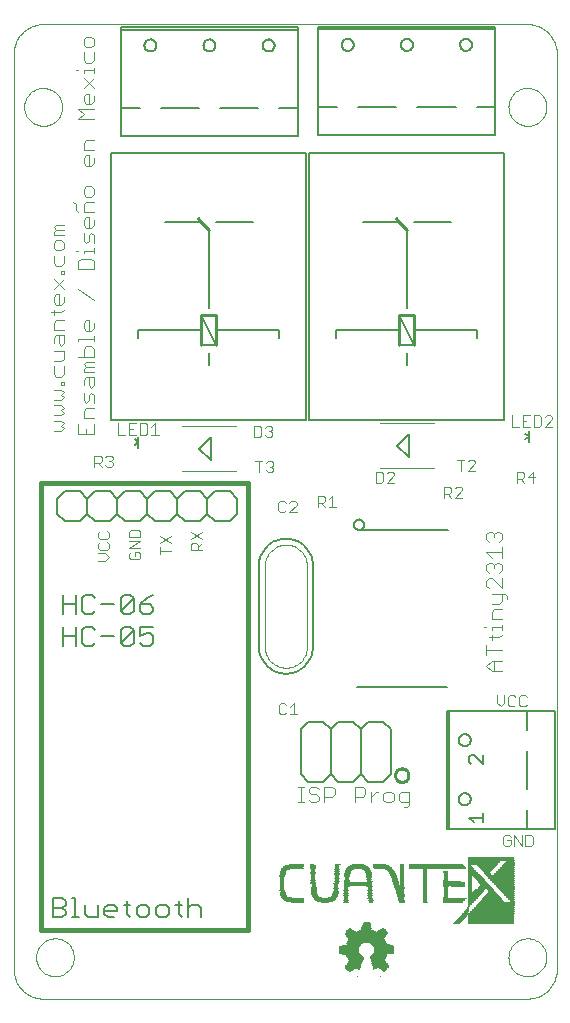
<source format=gto>
G75*
%MOIN*%
%OFA0B0*%
%FSLAX24Y24*%
%IPPOS*%
%LPD*%
%AMOC8*
5,1,8,0,0,1.08239X$1,22.5*
%
%ADD10C,0.0030*%
%ADD11C,0.0100*%
%ADD12C,0.0040*%
%ADD13C,0.0060*%
%ADD14C,0.0160*%
%ADD15C,0.0000*%
%ADD16C,0.0020*%
%ADD17C,0.0050*%
%ADD18C,0.0080*%
%ADD19R,0.0006X0.0002*%
%ADD20R,0.0006X0.0002*%
%ADD21R,0.0004X0.0001*%
%ADD22R,0.0010X0.0001*%
%ADD23R,0.0017X0.0001*%
%ADD24R,0.0023X0.0001*%
%ADD25R,0.0029X0.0001*%
%ADD26R,0.0034X0.0001*%
%ADD27R,0.0040X0.0001*%
%ADD28R,0.0043X0.0002*%
%ADD29R,0.0047X0.0001*%
%ADD30R,0.0050X0.0001*%
%ADD31R,0.0054X0.0001*%
%ADD32R,0.0059X0.0001*%
%ADD33R,0.0064X0.0001*%
%ADD34R,0.0015X0.0001*%
%ADD35R,0.0067X0.0001*%
%ADD36R,0.0020X0.0001*%
%ADD37R,0.0070X0.0001*%
%ADD38R,0.0024X0.0001*%
%ADD39R,0.0074X0.0001*%
%ADD40R,0.0027X0.0001*%
%ADD41R,0.0076X0.0001*%
%ADD42R,0.0030X0.0001*%
%ADD43R,0.0081X0.0002*%
%ADD44R,0.0036X0.0002*%
%ADD45R,0.0086X0.0001*%
%ADD46R,0.0044X0.0001*%
%ADD47R,0.0091X0.0001*%
%ADD48R,0.0046X0.0001*%
%ADD49R,0.0094X0.0001*%
%ADD50R,0.0096X0.0001*%
%ADD51R,0.0053X0.0001*%
%ADD52R,0.0099X0.0001*%
%ADD53R,0.0056X0.0001*%
%ADD54R,0.0104X0.0001*%
%ADD55R,0.0060X0.0001*%
%ADD56R,0.0108X0.0001*%
%ADD57R,0.0112X0.0001*%
%ADD58R,0.0117X0.0001*%
%ADD59R,0.0072X0.0001*%
%ADD60R,0.0120X0.0002*%
%ADD61R,0.0075X0.0002*%
%ADD62R,0.0123X0.0001*%
%ADD63R,0.0078X0.0001*%
%ADD64R,0.0126X0.0001*%
%ADD65R,0.0081X0.0001*%
%ADD66R,0.0131X0.0001*%
%ADD67R,0.0136X0.0001*%
%ADD68R,0.0090X0.0001*%
%ADD69R,0.0139X0.0001*%
%ADD70R,0.0144X0.0001*%
%ADD71R,0.0147X0.0001*%
%ADD72R,0.0101X0.0001*%
%ADD73R,0.0150X0.0001*%
%ADD74R,0.0102X0.0001*%
%ADD75R,0.0153X0.0001*%
%ADD76R,0.0106X0.0001*%
%ADD77R,0.0158X0.0002*%
%ADD78R,0.0109X0.0002*%
%ADD79R,0.0164X0.0001*%
%ADD80R,0.0115X0.0001*%
%ADD81R,0.0168X0.0001*%
%ADD82R,0.0120X0.0001*%
%ADD83R,0.0171X0.0001*%
%ADD84R,0.0123X0.0001*%
%ADD85R,0.0172X0.0001*%
%ADD86R,0.0125X0.0001*%
%ADD87R,0.0175X0.0001*%
%ADD88R,0.0128X0.0001*%
%ADD89R,0.0180X0.0001*%
%ADD90R,0.0132X0.0001*%
%ADD91R,0.0186X0.0001*%
%ADD92R,0.0191X0.0001*%
%ADD93R,0.0141X0.0001*%
%ADD94R,0.0194X0.0001*%
%ADD95R,0.0145X0.0001*%
%ADD96R,0.0196X0.0002*%
%ADD97R,0.0149X0.0002*%
%ADD98R,0.0199X0.0001*%
%ADD99R,0.0151X0.0001*%
%ADD100R,0.0204X0.0001*%
%ADD101R,0.0153X0.0001*%
%ADD102R,0.0207X0.0001*%
%ADD103R,0.0158X0.0001*%
%ADD104R,0.0211X0.0001*%
%ADD105R,0.0162X0.0001*%
%ADD106R,0.0216X0.0001*%
%ADD107R,0.0166X0.0001*%
%ADD108R,0.0219X0.0001*%
%ADD109R,0.0007X0.0001*%
%ADD110R,0.0169X0.0001*%
%ADD111R,0.0222X0.0001*%
%ADD112R,0.0011X0.0001*%
%ADD113R,0.0224X0.0001*%
%ADD114R,0.0014X0.0001*%
%ADD115R,0.0176X0.0001*%
%ADD116R,0.0228X0.0001*%
%ADD117R,0.0018X0.0001*%
%ADD118R,0.0179X0.0001*%
%ADD119R,0.0234X0.0002*%
%ADD120R,0.0024X0.0002*%
%ADD121R,0.0183X0.0002*%
%ADD122R,0.0239X0.0001*%
%ADD123R,0.0189X0.0001*%
%ADD124R,0.0241X0.0001*%
%ADD125R,0.0033X0.0001*%
%ADD126R,0.0012X0.0001*%
%ADD127R,0.0192X0.0001*%
%ADD128R,0.0243X0.0001*%
%ADD129R,0.0038X0.0001*%
%ADD130R,0.0246X0.0001*%
%ADD131R,0.0041X0.0001*%
%ADD132R,0.0019X0.0001*%
%ADD133R,0.0196X0.0001*%
%ADD134R,0.0250X0.0001*%
%ADD135R,0.0021X0.0001*%
%ADD136R,0.0201X0.0001*%
%ADD137R,0.0254X0.0001*%
%ADD138R,0.0048X0.0001*%
%ADD139R,0.0258X0.0001*%
%ADD140R,0.0054X0.0001*%
%ADD141R,0.0209X0.0001*%
%ADD142R,0.0263X0.0001*%
%ADD143R,0.0213X0.0001*%
%ADD144R,0.0267X0.0001*%
%ADD145R,0.0063X0.0001*%
%ADD146R,0.0270X0.0002*%
%ADD147R,0.0066X0.0002*%
%ADD148R,0.0045X0.0002*%
%ADD149R,0.0219X0.0002*%
%ADD150R,0.0271X0.0001*%
%ADD151R,0.0220X0.0001*%
%ADD152R,0.0274X0.0001*%
%ADD153R,0.0051X0.0001*%
%ADD154R,0.0223X0.0001*%
%ADD155R,0.0278X0.0001*%
%ADD156R,0.0282X0.0001*%
%ADD157R,0.0231X0.0001*%
%ADD158R,0.0288X0.0001*%
%ADD159R,0.0085X0.0001*%
%ADD160R,0.0236X0.0001*%
%ADD161R,0.0289X0.0001*%
%ADD162R,0.0087X0.0001*%
%ADD163R,0.0066X0.0001*%
%ADD164R,0.0292X0.0001*%
%ADD165R,0.0069X0.0001*%
%ADD166R,0.0297X0.0001*%
%ADD167R,0.0300X0.0001*%
%ADD168R,0.0075X0.0001*%
%ADD169R,0.0305X0.0002*%
%ADD170R,0.0101X0.0002*%
%ADD171R,0.0078X0.0002*%
%ADD172R,0.0251X0.0002*%
%ADD173R,0.0309X0.0001*%
%ADD174R,0.0105X0.0001*%
%ADD175R,0.0083X0.0001*%
%ADD176R,0.0255X0.0001*%
%ADD177R,0.0314X0.0001*%
%ADD178R,0.0110X0.0001*%
%ADD179R,0.0087X0.0001*%
%ADD180R,0.0316X0.0001*%
%ADD181R,0.0113X0.0001*%
%ADD182R,0.0262X0.0001*%
%ADD183R,0.0319X0.0001*%
%ADD184R,0.0114X0.0001*%
%ADD185R,0.0093X0.0001*%
%ADD186R,0.0266X0.0001*%
%ADD187R,0.0321X0.0001*%
%ADD188R,0.0096X0.0001*%
%ADD189R,0.0324X0.0001*%
%ADD190R,0.0270X0.0001*%
%ADD191R,0.0329X0.0001*%
%ADD192R,0.0124X0.0001*%
%ADD193R,0.0275X0.0001*%
%ADD194R,0.0333X0.0001*%
%ADD195R,0.0279X0.0001*%
%ADD196R,0.0336X0.0001*%
%ADD197R,0.0111X0.0001*%
%ADD198R,0.0284X0.0001*%
%ADD199R,0.0339X0.0002*%
%ADD200R,0.0134X0.0002*%
%ADD201R,0.0114X0.0002*%
%ADD202R,0.0286X0.0002*%
%ADD203R,0.0342X0.0001*%
%ADD204R,0.0116X0.0001*%
%ADD205R,0.0491X0.0001*%
%ADD206R,0.0492X0.0001*%
%ADD207R,0.0294X0.0001*%
%ADD208R,0.0495X0.0001*%
%ADD209R,0.0299X0.0001*%
%ADD210R,0.0496X0.0001*%
%ADD211R,0.0127X0.0001*%
%ADD212R,0.0301X0.0001*%
%ADD213R,0.0498X0.0001*%
%ADD214R,0.0304X0.0001*%
%ADD215R,0.0501X0.0001*%
%ADD216R,0.0134X0.0001*%
%ADD217R,0.0308X0.0001*%
%ADD218R,0.0135X0.0001*%
%ADD219R,0.0311X0.0001*%
%ADD220R,0.0504X0.0001*%
%ADD221R,0.0138X0.0001*%
%ADD222R,0.0504X0.0002*%
%ADD223R,0.0141X0.0002*%
%ADD224R,0.0318X0.0002*%
%ADD225R,0.0507X0.0001*%
%ADD226R,0.0323X0.0001*%
%ADD227R,0.0326X0.0001*%
%ADD228R,0.0508X0.0001*%
%ADD229R,0.0152X0.0001*%
%ADD230R,0.0330X0.0001*%
%ADD231R,0.0510X0.0001*%
%ADD232R,0.0494X0.0001*%
%ADD233R,0.0512X0.0001*%
%ADD234R,0.0500X0.0001*%
%ADD235R,0.0513X0.0001*%
%ADD236R,0.0501X0.0001*%
%ADD237R,0.0513X0.0002*%
%ADD238R,0.0501X0.0002*%
%ADD239R,0.0503X0.0001*%
%ADD240R,0.0504X0.0001*%
%ADD241R,0.0506X0.0001*%
%ADD242R,0.0513X0.0001*%
%ADD243R,0.0509X0.0001*%
%ADD244R,0.0511X0.0001*%
%ADD245R,0.0514X0.0001*%
%ADD246R,0.0516X0.0001*%
%ADD247R,0.0513X0.0002*%
%ADD248R,0.0519X0.0002*%
%ADD249R,0.0519X0.0001*%
%ADD250R,0.0520X0.0001*%
%ADD251R,0.0522X0.0001*%
%ADD252R,0.0507X0.0001*%
%ADD253R,0.0509X0.0002*%
%ADD254R,0.0520X0.0002*%
%ADD255R,0.0522X0.0001*%
%ADD256R,0.0505X0.0001*%
%ADD257R,0.0502X0.0001*%
%ADD258R,0.0521X0.0001*%
%ADD259R,0.0503X0.0002*%
%ADD260R,0.0519X0.0002*%
%ADD261R,0.0519X0.0001*%
%ADD262R,0.0499X0.0001*%
%ADD263R,0.0517X0.0001*%
%ADD264R,0.0495X0.0002*%
%ADD265R,0.0514X0.0002*%
%ADD266R,0.0515X0.0001*%
%ADD267R,0.0492X0.0001*%
%ADD268R,0.0490X0.0001*%
%ADD269R,0.0490X0.0002*%
%ADD270R,0.0511X0.0002*%
%ADD271R,0.0489X0.0001*%
%ADD272R,0.0489X0.0001*%
%ADD273R,0.0488X0.0001*%
%ADD274R,0.0485X0.0001*%
%ADD275R,0.0483X0.0001*%
%ADD276R,0.0483X0.0002*%
%ADD277R,0.0507X0.0002*%
%ADD278R,0.0483X0.0001*%
%ADD279R,0.0481X0.0001*%
%ADD280R,0.0480X0.0001*%
%ADD281R,0.0480X0.0002*%
%ADD282R,0.0501X0.0002*%
%ADD283R,0.0479X0.0001*%
%ADD284R,0.0477X0.0001*%
%ADD285R,0.0477X0.0001*%
%ADD286R,0.0475X0.0001*%
%ADD287R,0.0474X0.0001*%
%ADD288R,0.0472X0.0001*%
%ADD289R,0.0472X0.0002*%
%ADD290R,0.0498X0.0002*%
%ADD291R,0.0471X0.0001*%
%ADD292R,0.0473X0.0001*%
%ADD293R,0.0471X0.0001*%
%ADD294R,0.0470X0.0001*%
%ADD295R,0.0468X0.0001*%
%ADD296R,0.0469X0.0001*%
%ADD297R,0.0468X0.0002*%
%ADD298R,0.0491X0.0002*%
%ADD299R,0.0466X0.0001*%
%ADD300R,0.0465X0.0001*%
%ADD301R,0.0464X0.0001*%
%ADD302R,0.0462X0.0001*%
%ADD303R,0.0462X0.0002*%
%ADD304R,0.0489X0.0002*%
%ADD305R,0.0461X0.0001*%
%ADD306R,0.0460X0.0001*%
%ADD307R,0.0459X0.0001*%
%ADD308R,0.0484X0.0001*%
%ADD309R,0.0457X0.0001*%
%ADD310R,0.0459X0.0001*%
%ADD311R,0.0458X0.0002*%
%ADD312R,0.0484X0.0002*%
%ADD313R,0.0456X0.0001*%
%ADD314R,0.0455X0.0001*%
%ADD315R,0.0453X0.0001*%
%ADD316R,0.0451X0.0001*%
%ADD317R,0.0453X0.0001*%
%ADD318R,0.0450X0.0001*%
%ADD319R,0.0451X0.0002*%
%ADD320R,0.0478X0.0001*%
%ADD321R,0.0449X0.0001*%
%ADD322R,0.0476X0.0001*%
%ADD323R,0.0447X0.0001*%
%ADD324R,0.0474X0.0001*%
%ADD325R,0.0449X0.0002*%
%ADD326R,0.0476X0.0002*%
%ADD327R,0.0454X0.0001*%
%ADD328R,0.0469X0.0002*%
%ADD329R,0.0468X0.0001*%
%ADD330R,0.0467X0.0001*%
%ADD331R,0.0473X0.0002*%
%ADD332R,0.0468X0.0002*%
%ADD333R,0.0486X0.0002*%
%ADD334R,0.0474X0.0002*%
%ADD335R,0.0487X0.0001*%
%ADD336R,0.0497X0.0001*%
%ADD337R,0.0486X0.0001*%
%ADD338R,0.0500X0.0002*%
%ADD339R,0.0487X0.0002*%
%ADD340R,0.0498X0.0001*%
%ADD341R,0.0524X0.0002*%
%ADD342R,0.0524X0.0001*%
%ADD343R,0.0525X0.0001*%
%ADD344R,0.0528X0.0001*%
%ADD345R,0.0529X0.0001*%
%ADD346R,0.0533X0.0001*%
%ADD347R,0.0534X0.0001*%
%ADD348R,0.0523X0.0001*%
%ADD349R,0.0536X0.0001*%
%ADD350R,0.0537X0.0002*%
%ADD351R,0.0527X0.0002*%
%ADD352R,0.0537X0.0001*%
%ADD353R,0.0528X0.0001*%
%ADD354R,0.0539X0.0001*%
%ADD355R,0.0530X0.0001*%
%ADD356R,0.0540X0.0001*%
%ADD357R,0.0541X0.0001*%
%ADD358R,0.0531X0.0001*%
%ADD359R,0.0543X0.0001*%
%ADD360R,0.0544X0.0001*%
%ADD361R,0.0546X0.0002*%
%ADD362R,0.0536X0.0002*%
%ADD363R,0.0547X0.0001*%
%ADD364R,0.0551X0.0001*%
%ADD365R,0.0552X0.0001*%
%ADD366R,0.0554X0.0001*%
%ADD367R,0.0555X0.0001*%
%ADD368R,0.0555X0.0002*%
%ADD369R,0.0547X0.0002*%
%ADD370R,0.0549X0.0001*%
%ADD371R,0.0548X0.0001*%
%ADD372R,0.0538X0.0001*%
%ADD373R,0.0537X0.0001*%
%ADD374R,0.0533X0.0002*%
%ADD375R,0.0531X0.0001*%
%ADD376R,0.0526X0.0001*%
%ADD377R,0.0518X0.0001*%
%ADD378R,0.0498X0.0002*%
%ADD379R,0.0496X0.0002*%
%ADD380R,0.0486X0.0001*%
%ADD381R,0.0485X0.0002*%
%ADD382R,0.0482X0.0001*%
%ADD383R,0.0477X0.0002*%
%ADD384R,0.0530X0.0002*%
%ADD385R,0.0464X0.0002*%
%ADD386R,0.0561X0.0001*%
%ADD387R,0.0570X0.0001*%
%ADD388R,0.0576X0.0001*%
%ADD389R,0.0581X0.0001*%
%ADD390R,0.0585X0.0001*%
%ADD391R,0.0589X0.0001*%
%ADD392R,0.0600X0.0002*%
%ADD393R,0.0614X0.0001*%
%ADD394R,0.0623X0.0001*%
%ADD395R,0.0630X0.0001*%
%ADD396R,0.0633X0.0001*%
%ADD397R,0.0638X0.0001*%
%ADD398R,0.0645X0.0001*%
%ADD399R,0.0657X0.0001*%
%ADD400R,0.0556X0.0001*%
%ADD401R,0.0669X0.0001*%
%ADD402R,0.0674X0.0001*%
%ADD403R,0.0579X0.0001*%
%ADD404R,0.0676X0.0002*%
%ADD405R,0.0585X0.0002*%
%ADD406R,0.0678X0.0001*%
%ADD407R,0.0590X0.0001*%
%ADD408R,0.0679X0.0001*%
%ADD409R,0.0596X0.0001*%
%ADD410R,0.0681X0.0001*%
%ADD411R,0.0606X0.0001*%
%ADD412R,0.0620X0.0001*%
%ADD413R,0.0682X0.0001*%
%ADD414R,0.0633X0.0001*%
%ADD415R,0.0684X0.0001*%
%ADD416R,0.0639X0.0001*%
%ADD417R,0.0649X0.0001*%
%ADD418R,0.0684X0.0001*%
%ADD419R,0.0655X0.0001*%
%ADD420R,0.0683X0.0002*%
%ADD421R,0.0664X0.0002*%
%ADD422R,0.0683X0.0001*%
%ADD423R,0.0670X0.0001*%
%ADD424R,0.0671X0.0001*%
%ADD425R,0.0681X0.0001*%
%ADD426R,0.0672X0.0001*%
%ADD427R,0.0680X0.0001*%
%ADD428R,0.0675X0.0001*%
%ADD429R,0.0676X0.0001*%
%ADD430R,0.0680X0.0002*%
%ADD431R,0.0678X0.0002*%
%ADD432R,0.0678X0.0001*%
%ADD433R,0.0675X0.0002*%
%ADD434R,0.0672X0.0002*%
%ADD435R,0.0672X0.0001*%
%ADD436R,0.0671X0.0002*%
%ADD437R,0.0670X0.0002*%
%ADD438R,0.0669X0.0001*%
%ADD439R,0.0667X0.0001*%
%ADD440R,0.0669X0.0002*%
%ADD441R,0.0667X0.0002*%
%ADD442R,0.0668X0.0001*%
%ADD443R,0.0666X0.0001*%
%ADD444R,0.0668X0.0002*%
%ADD445R,0.0666X0.0002*%
%ADD446R,0.0666X0.0001*%
%ADD447R,0.0664X0.0001*%
%ADD448R,0.0663X0.0001*%
%ADD449R,0.0666X0.0002*%
%ADD450R,0.0663X0.0002*%
%ADD451R,0.0665X0.0001*%
%ADD452R,0.0674X0.0002*%
%ADD453R,0.0677X0.0001*%
%ADD454R,0.0678X0.0002*%
%ADD455R,0.0682X0.0002*%
%ADD456R,0.0686X0.0001*%
%ADD457R,0.0686X0.0002*%
%ADD458R,0.0687X0.0001*%
%ADD459R,0.0689X0.0001*%
%ADD460R,0.0653X0.0001*%
%ADD461R,0.0641X0.0001*%
%ADD462R,0.0626X0.0001*%
%ADD463R,0.0616X0.0001*%
%ADD464R,0.0687X0.0001*%
%ADD465R,0.0612X0.0001*%
%ADD466R,0.0688X0.0001*%
%ADD467R,0.0606X0.0001*%
%ADD468R,0.0601X0.0001*%
%ADD469R,0.0591X0.0002*%
%ADD470R,0.0567X0.0001*%
%ADD471R,0.0560X0.0001*%
%ADD472R,0.0659X0.0001*%
%ADD473R,0.0516X0.0001*%
%ADD474R,0.0639X0.0001*%
%ADD475R,0.0502X0.0002*%
%ADD476R,0.0633X0.0002*%
%ADD477R,0.0608X0.0001*%
%ADD478R,0.0582X0.0001*%
%ADD479R,0.0577X0.0001*%
%ADD480R,0.0569X0.0002*%
%ADD481R,0.0546X0.0001*%
%ADD482R,0.0486X0.0002*%
%ADD483R,0.0493X0.0001*%
%ADD484R,0.0516X0.0002*%
%ADD485R,0.0532X0.0001*%
%ADD486R,0.0534X0.0002*%
%ADD487R,0.0535X0.0002*%
%ADD488R,0.0543X0.0001*%
%ADD489R,0.0553X0.0001*%
%ADD490R,0.0559X0.0001*%
%ADD491R,0.0564X0.0001*%
%ADD492R,0.0564X0.0001*%
%ADD493R,0.0567X0.0001*%
%ADD494R,0.0569X0.0001*%
%ADD495R,0.0570X0.0002*%
%ADD496R,0.0571X0.0002*%
%ADD497R,0.0571X0.0001*%
%ADD498R,0.0573X0.0001*%
%ADD499R,0.0574X0.0001*%
%ADD500R,0.0576X0.0001*%
%ADD501R,0.0600X0.0001*%
%ADD502R,0.0611X0.0001*%
%ADD503R,0.0618X0.0001*%
%ADD504R,0.0621X0.0001*%
%ADD505R,0.1269X0.0001*%
%ADD506R,0.1267X0.0001*%
%ADD507R,0.1266X0.0001*%
%ADD508R,0.1266X0.0002*%
%ADD509R,0.1264X0.0001*%
%ADD510R,0.1261X0.0001*%
%ADD511R,0.1260X0.0001*%
%ADD512R,0.1259X0.0001*%
%ADD513R,0.1256X0.0001*%
%ADD514R,0.1254X0.0001*%
%ADD515R,0.1253X0.0001*%
%ADD516R,0.1251X0.0001*%
%ADD517R,0.1251X0.0002*%
%ADD518R,0.1248X0.0001*%
%ADD519R,0.1245X0.0001*%
%ADD520R,0.1244X0.0001*%
%ADD521R,0.1242X0.0001*%
%ADD522R,0.1239X0.0001*%
%ADD523R,0.1237X0.0001*%
%ADD524R,0.1236X0.0002*%
%ADD525R,0.1233X0.0001*%
%ADD526R,0.1230X0.0001*%
%ADD527R,0.1229X0.0001*%
%ADD528R,0.1227X0.0001*%
%ADD529R,0.1226X0.0001*%
%ADD530R,0.1224X0.0001*%
%ADD531R,0.1223X0.0002*%
%ADD532R,0.1219X0.0001*%
%ADD533R,0.1216X0.0001*%
%ADD534R,0.1215X0.0001*%
%ADD535R,0.1214X0.0001*%
%ADD536R,0.1212X0.0001*%
%ADD537R,0.1209X0.0001*%
%ADD538R,0.1207X0.0002*%
%ADD539R,0.1206X0.0001*%
%ADD540R,0.1204X0.0001*%
%ADD541R,0.1201X0.0001*%
%ADD542R,0.1200X0.0001*%
%ADD543R,0.1199X0.0001*%
%ADD544R,0.1196X0.0001*%
%ADD545R,0.1194X0.0001*%
%ADD546R,0.1193X0.0001*%
%ADD547R,0.1191X0.0001*%
%ADD548R,0.1191X0.0002*%
%ADD549R,0.1188X0.0001*%
%ADD550R,0.1185X0.0001*%
%ADD551R,0.1184X0.0001*%
%ADD552R,0.1181X0.0001*%
%ADD553R,0.1177X0.0001*%
%ADD554R,0.1176X0.0001*%
%ADD555R,0.1174X0.0001*%
%ADD556R,0.1173X0.0001*%
%ADD557R,0.1170X0.0002*%
%ADD558R,0.1170X0.0001*%
%ADD559R,0.1169X0.0001*%
%ADD560R,0.1166X0.0001*%
%ADD561R,0.1164X0.0001*%
%ADD562R,0.1163X0.0001*%
%ADD563R,0.1163X0.0002*%
%ADD564R,0.1167X0.0001*%
%ADD565R,0.1171X0.0001*%
%ADD566R,0.1179X0.0001*%
%ADD567R,0.1182X0.0001*%
%ADD568R,0.1182X0.0002*%
%ADD569R,0.1188X0.0001*%
%ADD570R,0.1190X0.0001*%
%ADD571R,0.1197X0.0001*%
%ADD572R,0.1204X0.0002*%
%ADD573R,0.1207X0.0001*%
%ADD574R,0.1210X0.0001*%
%ADD575R,0.1213X0.0001*%
%ADD576R,0.1217X0.0001*%
%ADD577R,0.1218X0.0001*%
%ADD578R,0.1220X0.0001*%
%ADD579R,0.1221X0.0001*%
%ADD580R,0.1223X0.0001*%
%ADD581R,0.1226X0.0002*%
%ADD582R,0.1236X0.0001*%
%ADD583R,0.1239X0.0001*%
%ADD584R,0.1240X0.0001*%
%ADD585R,0.1243X0.0001*%
%ADD586R,0.1248X0.0002*%
%ADD587R,0.1248X0.0001*%
%ADD588R,0.1251X0.0001*%
%ADD589R,0.1257X0.0001*%
%ADD590R,0.1263X0.0001*%
%ADD591R,0.1267X0.0002*%
%ADD592R,0.1270X0.0001*%
%ADD593R,0.1274X0.0001*%
%ADD594R,0.1275X0.0001*%
%ADD595R,0.1278X0.0001*%
%ADD596R,0.1280X0.0001*%
%ADD597R,0.1281X0.0001*%
%ADD598R,0.1284X0.0001*%
%ADD599R,0.1286X0.0001*%
%ADD600R,0.1289X0.0001*%
%ADD601R,0.1290X0.0002*%
%ADD602R,0.1291X0.0001*%
%ADD603R,0.1294X0.0001*%
%ADD604R,0.1296X0.0001*%
%ADD605R,0.1299X0.0001*%
%ADD606R,0.1300X0.0001*%
%ADD607R,0.1302X0.0001*%
%ADD608R,0.1304X0.0001*%
%ADD609R,0.1306X0.0001*%
%ADD610R,0.1308X0.0001*%
%ADD611R,0.1311X0.0002*%
%ADD612R,0.1313X0.0001*%
%ADD613R,0.1316X0.0001*%
%ADD614R,0.1317X0.0001*%
%ADD615R,0.1320X0.0001*%
%ADD616R,0.1323X0.0001*%
%ADD617R,0.1326X0.0001*%
%ADD618R,0.1329X0.0001*%
%ADD619R,0.1332X0.0002*%
%ADD620R,0.1335X0.0001*%
%ADD621R,0.1336X0.0001*%
%ADD622R,0.1340X0.0001*%
%ADD623R,0.1343X0.0001*%
%ADD624R,0.1346X0.0001*%
%ADD625R,0.1347X0.0001*%
%ADD626R,0.1350X0.0001*%
%ADD627R,0.1353X0.0002*%
%ADD628R,0.1356X0.0001*%
%ADD629R,0.1357X0.0001*%
%ADD630R,0.1360X0.0001*%
%ADD631R,0.1364X0.0001*%
%ADD632R,0.1365X0.0001*%
%ADD633R,0.1368X0.0001*%
%ADD634R,0.1369X0.0001*%
%ADD635R,0.1373X0.0001*%
%ADD636R,0.1374X0.0002*%
%ADD637R,0.1377X0.0001*%
%ADD638R,0.1379X0.0001*%
%ADD639R,0.1380X0.0001*%
%ADD640R,0.1383X0.0001*%
%ADD641R,0.1386X0.0001*%
%ADD642R,0.1387X0.0001*%
%ADD643R,0.1391X0.0001*%
%ADD644R,0.1394X0.0001*%
%ADD645R,0.1395X0.0002*%
%ADD646R,0.1398X0.0001*%
%ADD647R,0.1401X0.0001*%
%ADD648R,0.1403X0.0001*%
%ADD649R,0.1406X0.0001*%
%ADD650R,0.1407X0.0001*%
%ADD651R,0.1409X0.0001*%
%ADD652R,0.1411X0.0001*%
%ADD653R,0.1414X0.0001*%
%ADD654R,0.1416X0.0002*%
%ADD655R,0.1419X0.0001*%
%ADD656R,0.1421X0.0001*%
%ADD657R,0.1422X0.0001*%
%ADD658R,0.1424X0.0001*%
%ADD659R,0.1426X0.0001*%
%ADD660R,0.1428X0.0001*%
%ADD661R,0.1429X0.0002*%
%ADD662R,0.1429X0.0001*%
%ADD663R,0.1425X0.0001*%
%ADD664R,0.1421X0.0002*%
%ADD665R,0.1418X0.0001*%
%ADD666R,0.1416X0.0001*%
%ADD667R,0.1413X0.0001*%
%ADD668R,0.1410X0.0001*%
%ADD669R,0.1404X0.0001*%
%ADD670R,0.1401X0.0001*%
%ADD671R,0.0346X0.0001*%
%ADD672R,0.1044X0.0001*%
%ADD673R,0.0342X0.0002*%
%ADD674R,0.1040X0.0002*%
%ADD675R,0.0337X0.0001*%
%ADD676R,0.1034X0.0001*%
%ADD677R,0.0357X0.0001*%
%ADD678R,0.0660X0.0001*%
%ADD679R,0.0353X0.0001*%
%ADD680R,0.0327X0.0001*%
%ADD681R,0.0349X0.0001*%
%ADD682R,0.0321X0.0001*%
%ADD683R,0.0648X0.0001*%
%ADD684R,0.0344X0.0001*%
%ADD685R,0.0317X0.0001*%
%ADD686R,0.0339X0.0001*%
%ADD687R,0.0312X0.0001*%
%ADD688R,0.0631X0.0001*%
%ADD689R,0.0334X0.0001*%
%ADD690R,0.0309X0.0001*%
%ADD691R,0.0307X0.0002*%
%ADD692R,0.0623X0.0002*%
%ADD693R,0.0327X0.0002*%
%ADD694R,0.0618X0.0001*%
%ADD695R,0.0297X0.0001*%
%ADD696R,0.0607X0.0001*%
%ADD697R,0.0320X0.0001*%
%ADD698R,0.0293X0.0001*%
%ADD699R,0.0599X0.0001*%
%ADD700R,0.0313X0.0001*%
%ADD701R,0.0285X0.0001*%
%ADD702R,0.0584X0.0001*%
%ADD703R,0.0303X0.0001*%
%ADD704R,0.0281X0.0001*%
%ADD705R,0.0273X0.0002*%
%ADD706R,0.0563X0.0002*%
%ADD707R,0.0293X0.0002*%
%ADD708R,0.0264X0.0001*%
%ADD709R,0.0259X0.0001*%
%ADD710R,0.0256X0.0001*%
%ADD711R,0.0276X0.0001*%
%ADD712R,0.0252X0.0001*%
%ADD713R,0.0273X0.0001*%
%ADD714R,0.0248X0.0001*%
%ADD715R,0.0269X0.0001*%
%ADD716R,0.0245X0.0001*%
%ADD717R,0.0240X0.0001*%
%ADD718R,0.0237X0.0002*%
%ADD719R,0.0256X0.0002*%
%ADD720R,0.0234X0.0001*%
%ADD721R,0.0232X0.0001*%
%ADD722R,0.0251X0.0001*%
%ADD723R,0.0228X0.0001*%
%ADD724R,0.0246X0.0001*%
%ADD725R,0.0456X0.0001*%
%ADD726R,0.0219X0.0001*%
%ADD727R,0.0444X0.0001*%
%ADD728R,0.0237X0.0001*%
%ADD729R,0.0214X0.0001*%
%ADD730R,0.0436X0.0001*%
%ADD731R,0.0432X0.0001*%
%ADD732R,0.0231X0.0001*%
%ADD733R,0.0210X0.0001*%
%ADD734R,0.0426X0.0001*%
%ADD735R,0.0420X0.0001*%
%ADD736R,0.0226X0.0001*%
%ADD737R,0.0204X0.0002*%
%ADD738R,0.0409X0.0002*%
%ADD739R,0.0222X0.0002*%
%ADD740R,0.0391X0.0001*%
%ADD741R,0.0217X0.0001*%
%ADD742R,0.0376X0.0001*%
%ADD743R,0.0368X0.0001*%
%ADD744R,0.0189X0.0001*%
%ADD745R,0.0361X0.0001*%
%ADD746R,0.0206X0.0001*%
%ADD747R,0.0186X0.0001*%
%ADD748R,0.0356X0.0001*%
%ADD749R,0.0181X0.0001*%
%ADD750R,0.0345X0.0001*%
%ADD751R,0.0173X0.0001*%
%ADD752R,0.0331X0.0001*%
%ADD753R,0.0190X0.0001*%
%ADD754R,0.0168X0.0001*%
%ADD755R,0.0165X0.0002*%
%ADD756R,0.0162X0.0001*%
%ADD757R,0.0159X0.0001*%
%ADD758R,0.0177X0.0001*%
%ADD759R,0.0156X0.0001*%
%ADD760R,0.0324X0.0001*%
%ADD761R,0.0174X0.0001*%
%ADD762R,0.0167X0.0001*%
%ADD763R,0.0146X0.0001*%
%ADD764R,0.0163X0.0001*%
%ADD765R,0.0141X0.0001*%
%ADD766R,0.0140X0.0001*%
%ADD767R,0.0137X0.0001*%
%ADD768R,0.0133X0.0001*%
%ADD769R,0.0129X0.0002*%
%ADD770R,0.0321X0.0002*%
%ADD771R,0.0146X0.0002*%
%ADD772R,0.0119X0.0001*%
%ADD773R,0.0129X0.0001*%
%ADD774R,0.0111X0.0001*%
%ADD775R,0.0126X0.0001*%
%ADD776R,0.0318X0.0001*%
%ADD777R,0.0097X0.0001*%
%ADD778R,0.0315X0.0001*%
%ADD779R,0.0089X0.0002*%
%ADD780R,0.0315X0.0002*%
%ADD781R,0.0105X0.0002*%
%ADD782R,0.0079X0.0001*%
%ADD783R,0.0089X0.0001*%
%ADD784R,0.0069X0.0001*%
%ADD785R,0.0084X0.0001*%
%ADD786R,0.0057X0.0001*%
%ADD787R,0.0052X0.0002*%
%ADD788R,0.0311X0.0002*%
%ADD789R,0.0066X0.0002*%
%ADD790R,0.0061X0.0001*%
%ADD791R,0.0042X0.0001*%
%ADD792R,0.0055X0.0001*%
%ADD793R,0.0039X0.0001*%
%ADD794R,0.0052X0.0001*%
%ADD795R,0.0036X0.0001*%
%ADD796R,0.0049X0.0001*%
%ADD797R,0.0307X0.0001*%
%ADD798R,0.0045X0.0001*%
%ADD799R,0.0022X0.0001*%
%ADD800R,0.0035X0.0001*%
%ADD801R,0.0025X0.0002*%
%ADD802R,0.0306X0.0001*%
%ADD803R,0.0018X0.0001*%
%ADD804R,0.0008X0.0001*%
%ADD805R,0.0300X0.0002*%
%ADD806R,0.0296X0.0001*%
%ADD807R,0.0294X0.0002*%
%ADD808R,0.0294X0.0001*%
%ADD809R,0.0291X0.0001*%
%ADD810R,0.0291X0.0002*%
%ADD811R,0.0286X0.0001*%
%ADD812R,0.0281X0.0002*%
%ADD813R,0.0277X0.0001*%
%ADD814R,0.0276X0.0001*%
%ADD815R,0.0266X0.0002*%
%ADD816R,0.0264X0.0001*%
%ADD817R,0.0261X0.0001*%
%ADD818R,0.0259X0.0002*%
%ADD819R,0.0254X0.0002*%
%ADD820R,0.0248X0.0002*%
%ADD821R,0.0218X0.0002*%
%ADD822R,0.0157X0.0001*%
%ADD823R,0.0004X0.0004*%
%ADD824R,0.0216X0.0004*%
%ADD825R,0.1534X0.0004*%
%ADD826R,0.0212X0.0004*%
%ADD827R,0.1751X0.0004*%
%ADD828R,0.1746X0.0004*%
%ADD829R,0.0207X0.0004*%
%ADD830R,0.1530X0.0004*%
%ADD831R,0.0203X0.0004*%
%ADD832R,0.1526X0.0004*%
%ADD833R,0.0198X0.0004*%
%ADD834R,0.1521X0.0004*%
%ADD835R,0.0194X0.0004*%
%ADD836R,0.1517X0.0004*%
%ADD837R,0.0190X0.0004*%
%ADD838R,0.1512X0.0004*%
%ADD839R,0.0185X0.0004*%
%ADD840R,0.1508X0.0004*%
%ADD841R,0.0181X0.0004*%
%ADD842R,0.1504X0.0004*%
%ADD843R,0.0176X0.0004*%
%ADD844R,0.1499X0.0004*%
%ADD845R,0.0172X0.0004*%
%ADD846R,0.1495X0.0004*%
%ADD847R,0.0168X0.0004*%
%ADD848R,0.1490X0.0004*%
%ADD849R,0.0163X0.0004*%
%ADD850R,0.1486X0.0004*%
%ADD851R,0.1482X0.0004*%
%ADD852R,0.0154X0.0004*%
%ADD853R,0.1477X0.0004*%
%ADD854R,0.1473X0.0004*%
%ADD855R,0.0150X0.0004*%
%ADD856R,0.1468X0.0004*%
%ADD857R,0.0146X0.0004*%
%ADD858R,0.0141X0.0004*%
%ADD859R,0.1464X0.0004*%
%ADD860R,0.0137X0.0004*%
%ADD861R,0.1460X0.0004*%
%ADD862R,0.0132X0.0004*%
%ADD863R,0.1455X0.0004*%
%ADD864R,0.0128X0.0004*%
%ADD865R,0.1451X0.0004*%
%ADD866R,0.0123X0.0004*%
%ADD867R,0.1446X0.0004*%
%ADD868R,0.0119X0.0004*%
%ADD869R,0.1442X0.0004*%
%ADD870R,0.0115X0.0004*%
%ADD871R,0.1437X0.0004*%
%ADD872R,0.0110X0.0004*%
%ADD873R,0.1433X0.0004*%
%ADD874R,0.0106X0.0004*%
%ADD875R,0.1429X0.0004*%
%ADD876R,0.0101X0.0004*%
%ADD877R,0.1424X0.0004*%
%ADD878R,0.0097X0.0004*%
%ADD879R,0.1420X0.0004*%
%ADD880R,0.1415X0.0004*%
%ADD881R,0.0093X0.0004*%
%ADD882R,0.1411X0.0004*%
%ADD883R,0.0088X0.0004*%
%ADD884R,0.1407X0.0004*%
%ADD885R,0.0084X0.0004*%
%ADD886R,0.1402X0.0004*%
%ADD887R,0.0079X0.0004*%
%ADD888R,0.0075X0.0004*%
%ADD889R,0.1398X0.0004*%
%ADD890R,0.0071X0.0004*%
%ADD891R,0.1393X0.0004*%
%ADD892R,0.0066X0.0004*%
%ADD893R,0.1389X0.0004*%
%ADD894R,0.0062X0.0004*%
%ADD895R,0.1385X0.0004*%
%ADD896R,0.0057X0.0004*%
%ADD897R,0.1380X0.0004*%
%ADD898R,0.0053X0.0004*%
%ADD899R,0.1376X0.0004*%
%ADD900R,0.0049X0.0004*%
%ADD901R,0.1371X0.0004*%
%ADD902R,0.0044X0.0004*%
%ADD903R,0.1367X0.0004*%
%ADD904R,0.0040X0.0004*%
%ADD905R,0.1363X0.0004*%
%ADD906R,0.0035X0.0004*%
%ADD907R,0.1358X0.0004*%
%ADD908R,0.0031X0.0004*%
%ADD909R,0.1354X0.0004*%
%ADD910R,0.0026X0.0004*%
%ADD911R,0.1349X0.0004*%
%ADD912R,0.1345X0.0004*%
%ADD913R,0.0022X0.0004*%
%ADD914R,0.1340X0.0004*%
%ADD915R,0.0013X0.0004*%
%ADD916R,0.1336X0.0004*%
%ADD917R,0.0009X0.0004*%
%ADD918R,0.1332X0.0004*%
%ADD919R,0.1327X0.0004*%
%ADD920R,0.1323X0.0004*%
%ADD921R,0.1318X0.0004*%
%ADD922R,0.1314X0.0004*%
%ADD923R,0.1310X0.0004*%
%ADD924R,0.0018X0.0004*%
%ADD925R,0.1305X0.0004*%
%ADD926R,0.1301X0.0004*%
%ADD927R,0.1296X0.0004*%
%ADD928R,0.1292X0.0004*%
%ADD929R,0.1288X0.0004*%
%ADD930R,0.1283X0.0004*%
%ADD931R,0.1279X0.0004*%
%ADD932R,0.1274X0.0004*%
%ADD933R,0.1270X0.0004*%
%ADD934R,0.1266X0.0004*%
%ADD935R,0.1261X0.0004*%
%ADD936R,0.1257X0.0004*%
%ADD937R,0.1252X0.0004*%
%ADD938R,0.1248X0.0004*%
%ADD939R,0.1243X0.0004*%
%ADD940R,0.1239X0.0004*%
%ADD941R,0.1235X0.0004*%
%ADD942R,0.1230X0.0004*%
%ADD943R,0.1226X0.0004*%
%ADD944R,0.1221X0.0004*%
%ADD945R,0.1217X0.0004*%
%ADD946R,0.1213X0.0004*%
%ADD947R,0.1208X0.0004*%
%ADD948R,0.1204X0.0004*%
%ADD949R,0.1195X0.0004*%
%ADD950R,0.1191X0.0004*%
%ADD951R,0.1186X0.0004*%
%ADD952R,0.1182X0.0004*%
%ADD953R,0.1177X0.0004*%
%ADD954R,0.1173X0.0004*%
%ADD955R,0.1169X0.0004*%
%ADD956R,0.0159X0.0004*%
%ADD957R,0.1164X0.0004*%
%ADD958R,0.1160X0.0004*%
%ADD959R,0.1054X0.0004*%
%ADD960R,0.0370X0.0004*%
%ADD961R,0.0657X0.0004*%
%ADD962R,0.0842X0.0004*%
%ADD963R,0.0419X0.0004*%
%ADD964R,0.0273X0.0004*%
%ADD965R,0.0833X0.0004*%
%ADD966R,0.0459X0.0004*%
%ADD967R,0.0326X0.0004*%
%ADD968R,0.0661X0.0004*%
%ADD969R,0.0825X0.0004*%
%ADD970R,0.0485X0.0004*%
%ADD971R,0.0375X0.0004*%
%ADD972R,0.0666X0.0004*%
%ADD973R,0.0820X0.0004*%
%ADD974R,0.0498X0.0004*%
%ADD975R,0.0397X0.0004*%
%ADD976R,0.0670X0.0004*%
%ADD977R,0.0811X0.0004*%
%ADD978R,0.0525X0.0004*%
%ADD979R,0.0432X0.0004*%
%ADD980R,0.0675X0.0004*%
%ADD981R,0.0803X0.0004*%
%ADD982R,0.0538X0.0004*%
%ADD983R,0.0794X0.0004*%
%ADD984R,0.0551X0.0004*%
%ADD985R,0.0481X0.0004*%
%ADD986R,0.0683X0.0004*%
%ADD987R,0.0789X0.0004*%
%ADD988R,0.0564X0.0004*%
%ADD989R,0.0503X0.0004*%
%ADD990R,0.0780X0.0004*%
%ADD991R,0.0578X0.0004*%
%ADD992R,0.0520X0.0004*%
%ADD993R,0.0688X0.0004*%
%ADD994R,0.0772X0.0004*%
%ADD995R,0.0586X0.0004*%
%ADD996R,0.0692X0.0004*%
%ADD997R,0.0763X0.0004*%
%ADD998R,0.0595X0.0004*%
%ADD999R,0.0556X0.0004*%
%ADD1000R,0.0697X0.0004*%
%ADD1001R,0.0754X0.0004*%
%ADD1002R,0.0604X0.0004*%
%ADD1003R,0.0573X0.0004*%
%ADD1004R,0.0701X0.0004*%
%ADD1005R,0.0220X0.0004*%
%ADD1006R,0.0745X0.0004*%
%ADD1007R,0.0613X0.0004*%
%ADD1008R,0.0706X0.0004*%
%ADD1009R,0.0225X0.0004*%
%ADD1010R,0.0736X0.0004*%
%ADD1011R,0.0622X0.0004*%
%ADD1012R,0.0600X0.0004*%
%ADD1013R,0.0710X0.0004*%
%ADD1014R,0.0229X0.0004*%
%ADD1015R,0.0728X0.0004*%
%ADD1016R,0.0631X0.0004*%
%ADD1017R,0.0617X0.0004*%
%ADD1018R,0.0234X0.0004*%
%ADD1019R,0.0719X0.0004*%
%ADD1020R,0.0635X0.0004*%
%ADD1021R,0.0626X0.0004*%
%ADD1022R,0.0714X0.0004*%
%ADD1023R,0.0238X0.0004*%
%ADD1024R,0.0644X0.0004*%
%ADD1025R,0.0639X0.0004*%
%ADD1026R,0.0243X0.0004*%
%ADD1027R,0.0648X0.0004*%
%ADD1028R,0.0653X0.0004*%
%ADD1029R,0.0723X0.0004*%
%ADD1030R,0.0247X0.0004*%
%ADD1031R,0.0732X0.0004*%
%ADD1032R,0.0251X0.0004*%
%ADD1033R,0.0679X0.0004*%
%ADD1034R,0.0256X0.0004*%
%ADD1035R,0.0741X0.0004*%
%ADD1036R,0.0260X0.0004*%
%ADD1037R,0.0265X0.0004*%
%ADD1038R,0.0269X0.0004*%
%ADD1039R,0.0750X0.0004*%
%ADD1040R,0.0278X0.0004*%
%ADD1041R,0.0758X0.0004*%
%ADD1042R,0.0282X0.0004*%
%ADD1043R,0.0287X0.0004*%
%ADD1044R,0.0291X0.0004*%
%ADD1045R,0.0767X0.0004*%
%ADD1046R,0.0295X0.0004*%
%ADD1047R,0.0300X0.0004*%
%ADD1048R,0.0428X0.0004*%
%ADD1049R,0.0344X0.0004*%
%ADD1050R,0.0340X0.0004*%
%ADD1051R,0.0304X0.0004*%
%ADD1052R,0.0335X0.0004*%
%ADD1053R,0.0309X0.0004*%
%ADD1054R,0.0569X0.0004*%
%ADD1055R,0.0313X0.0004*%
%ADD1056R,0.0560X0.0004*%
%ADD1057R,0.0317X0.0004*%
%ADD1058R,0.0547X0.0004*%
%ADD1059R,0.0322X0.0004*%
%ADD1060R,0.0529X0.0004*%
%ADD1061R,0.0331X0.0004*%
%ADD1062R,0.0516X0.0004*%
%ADD1063R,0.0507X0.0004*%
%ADD1064R,0.0348X0.0004*%
%ADD1065R,0.0489X0.0004*%
%ADD1066R,0.0353X0.0004*%
%ADD1067R,0.0357X0.0004*%
%ADD1068R,0.0472X0.0004*%
%ADD1069R,0.0362X0.0004*%
%ADD1070R,0.0463X0.0004*%
%ADD1071R,0.0366X0.0004*%
%ADD1072R,0.0454X0.0004*%
%ADD1073R,0.0445X0.0004*%
%ADD1074R,0.0437X0.0004*%
%ADD1075R,0.0379X0.0004*%
%ADD1076R,0.0384X0.0004*%
%ADD1077R,0.0388X0.0004*%
%ADD1078R,0.0414X0.0004*%
%ADD1079R,0.0406X0.0004*%
%ADD1080R,0.0392X0.0004*%
%ADD1081R,0.0401X0.0004*%
%ADD1082R,0.0410X0.0004*%
%ADD1083R,0.0423X0.0004*%
%ADD1084R,0.0441X0.0004*%
%ADD1085R,0.0450X0.0004*%
%ADD1086R,0.0467X0.0004*%
%ADD1087R,0.0476X0.0004*%
%ADD1088R,0.0511X0.0004*%
%ADD1089R,0.0534X0.0004*%
%ADD1090R,0.0542X0.0004*%
%ADD1091R,0.0582X0.0004*%
%ADD1092R,0.0591X0.0004*%
%ADD1093R,0.0944X0.0004*%
%ADD1094R,0.0609X0.0004*%
%ADD1095R,0.0935X0.0004*%
%ADD1096R,0.0930X0.0004*%
%ADD1097R,0.0926X0.0004*%
%ADD1098R,0.0785X0.0004*%
%ADD1099R,0.0798X0.0004*%
%ADD1100R,0.0807X0.0004*%
%ADD1101R,0.0816X0.0004*%
%ADD1102R,0.0829X0.0004*%
%ADD1103R,0.0838X0.0004*%
%ADD1104R,0.0847X0.0004*%
%ADD1105R,0.0851X0.0004*%
%ADD1106R,0.0855X0.0004*%
%ADD1107R,0.0860X0.0004*%
%ADD1108R,0.0864X0.0004*%
%ADD1109R,0.0869X0.0004*%
%ADD1110R,0.0873X0.0004*%
%ADD1111R,0.0877X0.0004*%
%ADD1112R,0.0882X0.0004*%
%ADD1113R,0.0886X0.0004*%
%ADD1114R,0.0891X0.0004*%
%ADD1115R,0.0895X0.0004*%
%ADD1116R,0.0900X0.0004*%
%ADD1117R,0.0904X0.0004*%
%ADD1118R,0.0908X0.0004*%
%ADD1119R,0.0494X0.0004*%
%ADD1120R,0.1900X0.0004*%
%ADD1121R,0.1896X0.0004*%
%ADD1122R,0.1892X0.0004*%
%ADD1123R,0.1887X0.0004*%
%ADD1124R,0.1883X0.0004*%
%ADD1125R,0.1878X0.0004*%
%ADD1126R,0.1874X0.0004*%
%ADD1127R,0.1870X0.0004*%
%ADD1128R,0.1865X0.0004*%
%ADD1129R,0.1861X0.0004*%
%ADD1130R,0.1856X0.0004*%
%ADD1131R,0.1852X0.0004*%
%ADD1132R,0.1848X0.0004*%
%ADD1133R,0.1843X0.0004*%
%ADD1134R,0.1839X0.0004*%
%ADD1135R,0.1834X0.0004*%
%ADD1136R,0.1830X0.0004*%
%ADD1137R,0.1826X0.0004*%
%ADD1138R,0.1821X0.0004*%
%ADD1139R,0.1817X0.0004*%
%ADD1140R,0.1812X0.0004*%
%ADD1141R,0.1808X0.0004*%
%ADD1142R,0.1799X0.0004*%
%ADD1143R,0.1795X0.0004*%
%ADD1144R,0.1790X0.0004*%
%ADD1145R,0.1786X0.0004*%
%ADD1146R,0.1781X0.0004*%
%ADD1147R,0.1777X0.0004*%
%ADD1148R,0.1768X0.0004*%
%ADD1149R,0.0970X0.0004*%
%ADD1150R,0.0974X0.0004*%
%ADD1151R,0.0979X0.0004*%
%ADD1152R,0.0983X0.0004*%
%ADD1153R,0.0988X0.0004*%
%ADD1154R,0.0992X0.0004*%
%ADD1155R,0.0997X0.0004*%
%ADD1156R,0.1001X0.0004*%
%ADD1157R,0.1005X0.0004*%
%ADD1158R,0.1010X0.0004*%
%ADD1159R,0.1014X0.0004*%
%ADD1160R,0.1019X0.0004*%
%ADD1161R,0.1023X0.0004*%
%ADD1162R,0.1027X0.0004*%
%ADD1163R,0.1032X0.0004*%
%ADD1164R,0.1036X0.0004*%
%ADD1165R,0.1041X0.0004*%
%ADD1166R,0.1045X0.0004*%
%ADD1167R,0.1049X0.0004*%
%ADD1168R,0.1058X0.0004*%
%ADD1169R,0.1063X0.0004*%
%ADD1170R,0.1067X0.0004*%
%ADD1171R,0.1071X0.0004*%
%ADD1172R,0.1076X0.0004*%
%ADD1173R,0.1080X0.0004*%
%ADD1174R,0.1085X0.0004*%
D10*
X004975Y020213D02*
X005222Y020213D01*
X005345Y020336D01*
X005222Y020459D01*
X004975Y020459D01*
X005037Y020581D02*
X005283Y020581D01*
X005345Y020643D01*
X005345Y020766D01*
X005283Y020828D01*
X005283Y020949D02*
X005345Y021011D01*
X005345Y021134D01*
X005283Y021196D01*
X005037Y021196D02*
X004975Y021134D01*
X004975Y021011D01*
X005037Y020949D01*
X005283Y020949D01*
X005037Y020828D02*
X004975Y020766D01*
X004975Y020643D01*
X005037Y020581D01*
X006020Y020620D02*
X006390Y020867D01*
X006020Y020867D01*
X006020Y020988D02*
X006020Y021173D01*
X006082Y021235D01*
X006329Y021235D01*
X006390Y021173D01*
X006390Y020988D01*
X006020Y020988D01*
X006020Y020620D02*
X006390Y020620D01*
X006329Y020498D02*
X006390Y020437D01*
X006390Y020313D01*
X006329Y020252D01*
X006082Y020252D01*
X006020Y020313D01*
X006020Y020437D01*
X006082Y020498D01*
X006205Y020498D02*
X006205Y020375D01*
X006205Y020498D02*
X006329Y020498D01*
X007055Y020543D02*
X007425Y020543D01*
X007425Y020788D02*
X007055Y021034D01*
X007055Y020788D02*
X007425Y021034D01*
X007055Y020666D02*
X007055Y020419D01*
X008065Y020560D02*
X008065Y020746D01*
X008126Y020807D01*
X008250Y020807D01*
X008311Y020746D01*
X008311Y020560D01*
X008435Y020560D02*
X008065Y020560D01*
X008311Y020684D02*
X008435Y020807D01*
X008435Y020929D02*
X008065Y021176D01*
X008065Y020929D02*
X008435Y021176D01*
X010212Y023527D02*
X010459Y023527D01*
X010335Y023527D02*
X010335Y023157D01*
X010580Y023219D02*
X010642Y023157D01*
X010766Y023157D01*
X010827Y023219D01*
X010827Y023280D01*
X010766Y023342D01*
X010704Y023342D01*
X010766Y023342D02*
X010827Y023404D01*
X010827Y023466D01*
X010766Y023527D01*
X010642Y023527D01*
X010580Y023466D01*
X010608Y024339D02*
X010546Y024401D01*
X010608Y024339D02*
X010731Y024339D01*
X010793Y024401D01*
X010793Y024463D01*
X010731Y024525D01*
X010669Y024525D01*
X010731Y024525D02*
X010793Y024586D01*
X010793Y024648D01*
X010731Y024710D01*
X010608Y024710D01*
X010546Y024648D01*
X010424Y024648D02*
X010424Y024401D01*
X010363Y024339D01*
X010178Y024339D01*
X010178Y024710D01*
X010363Y024710D01*
X010424Y024648D01*
X011054Y022205D02*
X010992Y022144D01*
X010992Y021897D01*
X011054Y021835D01*
X011177Y021835D01*
X011239Y021897D01*
X011361Y021835D02*
X011607Y022082D01*
X011607Y022144D01*
X011546Y022205D01*
X011422Y022205D01*
X011361Y022144D01*
X011239Y022144D02*
X011177Y022205D01*
X011054Y022205D01*
X011361Y021835D02*
X011607Y021835D01*
X012302Y022010D02*
X012302Y022380D01*
X012487Y022380D01*
X012549Y022318D01*
X012549Y022195D01*
X012487Y022133D01*
X012302Y022133D01*
X012426Y022133D02*
X012549Y022010D01*
X012671Y022010D02*
X012917Y022010D01*
X012794Y022010D02*
X012794Y022380D01*
X012671Y022257D01*
X014239Y022810D02*
X014424Y022810D01*
X014486Y022872D01*
X014486Y023118D01*
X014424Y023180D01*
X014239Y023180D01*
X014239Y022810D01*
X014607Y022810D02*
X014854Y023057D01*
X014854Y023118D01*
X014792Y023180D01*
X014669Y023180D01*
X014607Y023118D01*
X014607Y022810D02*
X014854Y022810D01*
X016509Y022680D02*
X016509Y022310D01*
X016509Y022433D02*
X016694Y022433D01*
X016756Y022495D01*
X016756Y022618D01*
X016694Y022680D01*
X016509Y022680D01*
X016632Y022433D02*
X016756Y022310D01*
X016877Y022310D02*
X017124Y022557D01*
X017124Y022618D01*
X017062Y022680D01*
X016939Y022680D01*
X016877Y022618D01*
X016877Y022310D02*
X017124Y022310D01*
X017062Y023210D02*
X017062Y023580D01*
X016939Y023580D02*
X017186Y023580D01*
X017307Y023518D02*
X017369Y023580D01*
X017492Y023580D01*
X017554Y023518D01*
X017554Y023457D01*
X017307Y023210D01*
X017554Y023210D01*
X018768Y024684D02*
X019015Y024684D01*
X019137Y024684D02*
X019137Y025054D01*
X019383Y025054D01*
X019505Y025054D02*
X019505Y024684D01*
X019690Y024684D01*
X019752Y024746D01*
X019752Y024992D01*
X019690Y025054D01*
X019505Y025054D01*
X019873Y024992D02*
X019935Y025054D01*
X020058Y025054D01*
X020120Y024992D01*
X020120Y024931D01*
X019873Y024684D01*
X020120Y024684D01*
X019383Y024684D02*
X019137Y024684D01*
X019137Y024869D02*
X019260Y024869D01*
X018768Y025054D02*
X018768Y024684D01*
X018939Y023180D02*
X019124Y023180D01*
X019186Y023118D01*
X019186Y022995D01*
X019124Y022933D01*
X018939Y022933D01*
X018939Y022810D02*
X018939Y023180D01*
X019062Y022933D02*
X019186Y022810D01*
X019307Y022995D02*
X019554Y022995D01*
X019492Y022810D02*
X019492Y023180D01*
X019307Y022995D01*
X019202Y015723D02*
X019078Y015723D01*
X019016Y015661D01*
X019016Y015414D01*
X019078Y015352D01*
X019202Y015352D01*
X019263Y015414D01*
X019263Y015661D02*
X019202Y015723D01*
X018895Y015661D02*
X018833Y015723D01*
X018710Y015723D01*
X018648Y015661D01*
X018648Y015414D01*
X018710Y015352D01*
X018833Y015352D01*
X018895Y015414D01*
X018527Y015476D02*
X018527Y015723D01*
X018527Y015476D02*
X018403Y015352D01*
X018280Y015476D01*
X018280Y015723D01*
X018546Y011071D02*
X018485Y011009D01*
X018485Y010762D01*
X018546Y010700D01*
X018670Y010700D01*
X018731Y010762D01*
X018731Y010885D01*
X018608Y010885D01*
X018731Y011009D02*
X018670Y011071D01*
X018546Y011071D01*
X018853Y011071D02*
X018853Y010700D01*
X019100Y010700D02*
X018853Y011071D01*
X019100Y011071D02*
X019100Y010700D01*
X019221Y010700D02*
X019406Y010700D01*
X019468Y010762D01*
X019468Y011009D01*
X019406Y011071D01*
X019221Y011071D01*
X019221Y010700D01*
X011619Y015087D02*
X011372Y015087D01*
X011496Y015087D02*
X011496Y015457D01*
X011372Y015334D01*
X011251Y015395D02*
X011189Y015457D01*
X011066Y015457D01*
X011004Y015395D01*
X011004Y015148D01*
X011066Y015087D01*
X011189Y015087D01*
X011251Y015148D01*
X006996Y024415D02*
X006749Y024415D01*
X006872Y024415D02*
X006872Y024786D01*
X006749Y024662D01*
X006627Y024724D02*
X006566Y024786D01*
X006381Y024786D01*
X006381Y024415D01*
X006566Y024415D01*
X006627Y024477D01*
X006627Y024724D01*
X006259Y024786D02*
X006012Y024786D01*
X006012Y024415D01*
X006259Y024415D01*
X006136Y024600D02*
X006012Y024600D01*
X005891Y024415D02*
X005644Y024415D01*
X005644Y024786D01*
X005414Y023712D02*
X005290Y023712D01*
X005228Y023651D01*
X005107Y023651D02*
X005045Y023712D01*
X004860Y023712D01*
X004860Y023342D01*
X004860Y023465D02*
X005045Y023465D01*
X005107Y023527D01*
X005107Y023651D01*
X004983Y023465D02*
X005107Y023342D01*
X005228Y023404D02*
X005290Y023342D01*
X005414Y023342D01*
X005475Y023404D01*
X005475Y023465D01*
X005414Y023527D01*
X005352Y023527D01*
X005414Y023527D02*
X005475Y023589D01*
X005475Y023651D01*
X005414Y023712D01*
D11*
X008424Y027395D02*
X008424Y027895D01*
X008424Y028395D01*
X008924Y028395D01*
X008924Y027895D01*
X008924Y027395D01*
X008674Y031245D02*
X008424Y031495D01*
X008304Y031625D01*
X014904Y031625D02*
X015024Y031495D01*
X015274Y031245D01*
X015524Y028395D02*
X015024Y028395D01*
X015024Y027895D01*
X015024Y027395D01*
X015524Y027395D02*
X015524Y027895D01*
X015524Y028395D01*
X014880Y013062D02*
X014882Y013091D01*
X014888Y013120D01*
X014897Y013148D01*
X014910Y013174D01*
X014926Y013198D01*
X014946Y013220D01*
X014968Y013240D01*
X014992Y013256D01*
X015018Y013269D01*
X015046Y013278D01*
X015075Y013284D01*
X015104Y013286D01*
X015133Y013284D01*
X015162Y013278D01*
X015190Y013269D01*
X015216Y013256D01*
X015240Y013240D01*
X015262Y013220D01*
X015282Y013198D01*
X015298Y013174D01*
X015311Y013148D01*
X015320Y013120D01*
X015326Y013091D01*
X015328Y013062D01*
X015326Y013033D01*
X015320Y013004D01*
X015311Y012976D01*
X015298Y012950D01*
X015282Y012926D01*
X015262Y012904D01*
X015240Y012884D01*
X015216Y012868D01*
X015190Y012855D01*
X015162Y012846D01*
X015133Y012840D01*
X015104Y012838D01*
X015075Y012840D01*
X015046Y012846D01*
X015018Y012855D01*
X014992Y012868D01*
X014968Y012884D01*
X014946Y012904D01*
X014926Y012926D01*
X014910Y012950D01*
X014897Y012976D01*
X014888Y013004D01*
X014882Y013033D01*
X014880Y013062D01*
D12*
X014753Y012507D02*
X014579Y012507D01*
X014493Y012420D01*
X014493Y012247D01*
X014579Y012160D01*
X014753Y012160D01*
X014840Y012247D01*
X014840Y012420D01*
X014753Y012507D01*
X015008Y012420D02*
X015008Y012247D01*
X015095Y012160D01*
X015355Y012160D01*
X015355Y012074D02*
X015355Y012507D01*
X015095Y012507D01*
X015008Y012420D01*
X015182Y011987D02*
X015269Y011987D01*
X015355Y012074D01*
X014323Y012507D02*
X014236Y012507D01*
X014063Y012334D01*
X014063Y012507D02*
X014063Y012160D01*
X013808Y012334D02*
X013547Y012334D01*
X013547Y012160D02*
X013547Y012681D01*
X013808Y012681D01*
X013894Y012594D01*
X013894Y012420D01*
X013808Y012334D01*
X012863Y012420D02*
X012776Y012334D01*
X012516Y012334D01*
X012347Y012334D02*
X012347Y012247D01*
X012261Y012160D01*
X012087Y012160D01*
X012000Y012247D01*
X011830Y012160D02*
X011657Y012160D01*
X011743Y012160D02*
X011743Y012681D01*
X011657Y012681D02*
X011830Y012681D01*
X012000Y012594D02*
X012000Y012507D01*
X012087Y012420D01*
X012261Y012420D01*
X012347Y012334D01*
X012516Y012160D02*
X012516Y012681D01*
X012776Y012681D01*
X012863Y012594D01*
X012863Y012420D01*
X012347Y012594D02*
X012261Y012681D01*
X012087Y012681D01*
X012000Y012594D01*
X017841Y017998D02*
X017928Y017998D01*
X018101Y017998D02*
X018101Y017911D01*
X018101Y017998D02*
X018448Y017998D01*
X018448Y018084D02*
X018448Y017911D01*
X018448Y017741D02*
X018361Y017654D01*
X018014Y017654D01*
X018101Y017567D02*
X018101Y017741D01*
X017928Y017398D02*
X017928Y017051D01*
X017928Y017225D02*
X018448Y017225D01*
X018448Y016883D02*
X018101Y016883D01*
X017928Y016709D01*
X018101Y016536D01*
X018448Y016536D01*
X018188Y016536D02*
X018188Y016883D01*
X018101Y018255D02*
X018101Y018515D01*
X018188Y018602D01*
X018448Y018602D01*
X018361Y018770D02*
X018101Y018770D01*
X018361Y018770D02*
X018448Y018857D01*
X018448Y019117D01*
X018535Y019117D02*
X018101Y019117D01*
X018014Y019286D02*
X017928Y019373D01*
X017928Y019546D01*
X018014Y019633D01*
X018101Y019633D01*
X018448Y019286D01*
X018448Y019633D01*
X018361Y019802D02*
X018448Y019888D01*
X018448Y020062D01*
X018361Y020149D01*
X018275Y020149D01*
X018188Y020062D01*
X018188Y019975D01*
X018188Y020062D02*
X018101Y020149D01*
X018014Y020149D01*
X017928Y020062D01*
X017928Y019888D01*
X018014Y019802D01*
X018101Y020317D02*
X017928Y020491D01*
X018448Y020491D01*
X018448Y020664D02*
X018448Y020317D01*
X018361Y020833D02*
X018448Y020920D01*
X018448Y021093D01*
X018361Y021180D01*
X018275Y021180D01*
X018188Y021093D01*
X018188Y021006D01*
X018188Y021093D02*
X018101Y021180D01*
X018014Y021180D01*
X017928Y021093D01*
X017928Y020920D01*
X018014Y020833D01*
X018535Y019117D02*
X018622Y019031D01*
X018622Y018944D01*
X018448Y018255D02*
X018101Y018255D01*
X016164Y023295D02*
X014384Y023295D01*
X014384Y024795D02*
X016164Y024795D01*
X009564Y024695D02*
X007784Y024695D01*
X007784Y023195D02*
X009564Y023195D01*
X004848Y024436D02*
X004848Y024783D01*
X004848Y024951D02*
X004501Y024951D01*
X004501Y025212D01*
X004588Y025298D01*
X004848Y025298D01*
X004848Y025467D02*
X004848Y025727D01*
X004761Y025814D01*
X004675Y025727D01*
X004675Y025554D01*
X004588Y025467D01*
X004501Y025554D01*
X004501Y025814D01*
X004501Y026070D02*
X004501Y026243D01*
X004588Y026330D01*
X004848Y026330D01*
X004848Y026070D01*
X004761Y025983D01*
X004675Y026070D01*
X004675Y026330D01*
X004848Y026498D02*
X004501Y026498D01*
X004501Y026585D01*
X004588Y026672D01*
X004501Y026759D01*
X004588Y026845D01*
X004848Y026845D01*
X004848Y027014D02*
X004848Y027274D01*
X004761Y027361D01*
X004588Y027361D01*
X004501Y027274D01*
X004501Y027014D01*
X004328Y027014D02*
X004848Y027014D01*
X004848Y026672D02*
X004588Y026672D01*
X004848Y027530D02*
X004848Y027703D01*
X004848Y027616D02*
X004328Y027616D01*
X004328Y027530D01*
X004588Y027873D02*
X004501Y027960D01*
X004501Y028134D01*
X004588Y028220D01*
X004675Y028220D01*
X004675Y027873D01*
X004761Y027873D02*
X004588Y027873D01*
X004761Y027873D02*
X004848Y027960D01*
X004848Y028134D01*
X004848Y028905D02*
X004328Y029252D01*
X004328Y029936D02*
X004328Y030196D01*
X004414Y030283D01*
X004761Y030283D01*
X004848Y030196D01*
X004848Y029936D01*
X004328Y029936D01*
X004501Y030452D02*
X004501Y030538D01*
X004848Y030538D01*
X004848Y030452D02*
X004848Y030625D01*
X004848Y030795D02*
X004848Y031056D01*
X004761Y031142D01*
X004675Y031056D01*
X004675Y030882D01*
X004588Y030795D01*
X004501Y030882D01*
X004501Y031142D01*
X004588Y031311D02*
X004501Y031398D01*
X004501Y031571D01*
X004588Y031658D01*
X004675Y031658D01*
X004675Y031311D01*
X004761Y031311D02*
X004588Y031311D01*
X004761Y031311D02*
X004848Y031398D01*
X004848Y031571D01*
X004848Y031827D02*
X004501Y031827D01*
X004501Y032087D01*
X004588Y032174D01*
X004848Y032174D01*
X004761Y032342D02*
X004848Y032429D01*
X004848Y032603D01*
X004761Y032689D01*
X004588Y032689D01*
X004501Y032603D01*
X004501Y032429D01*
X004588Y032342D01*
X004761Y032342D01*
X004328Y031827D02*
X004241Y031913D01*
X004241Y032087D01*
X004154Y032174D01*
X003848Y031414D02*
X003588Y031414D01*
X003501Y031328D01*
X003588Y031241D01*
X003848Y031241D01*
X003848Y031067D02*
X003501Y031067D01*
X003501Y031154D01*
X003588Y031241D01*
X003588Y030899D02*
X003501Y030812D01*
X003501Y030638D01*
X003588Y030552D01*
X003761Y030552D01*
X003848Y030638D01*
X003848Y030812D01*
X003761Y030899D01*
X003588Y030899D01*
X003501Y030383D02*
X003501Y030123D01*
X003588Y030036D01*
X003761Y030036D01*
X003848Y030123D01*
X003848Y030383D01*
X003848Y029865D02*
X003848Y029778D01*
X003761Y029778D01*
X003761Y029865D01*
X003848Y029865D01*
X003848Y029610D02*
X003501Y029263D01*
X003588Y029094D02*
X003675Y029094D01*
X003675Y028747D01*
X003761Y028747D02*
X003588Y028747D01*
X003501Y028834D01*
X003501Y029007D01*
X003588Y029094D01*
X003848Y029007D02*
X003848Y028834D01*
X003761Y028747D01*
X003848Y028577D02*
X003761Y028490D01*
X003414Y028490D01*
X003501Y028403D02*
X003501Y028577D01*
X003588Y028234D02*
X003848Y028234D01*
X003588Y028234D02*
X003501Y028148D01*
X003501Y027888D01*
X003848Y027888D01*
X003848Y027719D02*
X003848Y027459D01*
X003761Y027372D01*
X003675Y027459D01*
X003675Y027719D01*
X003588Y027719D02*
X003848Y027719D01*
X003588Y027719D02*
X003501Y027632D01*
X003501Y027459D01*
X003501Y027203D02*
X003848Y027203D01*
X003848Y026943D01*
X003761Y026856D01*
X003501Y026856D01*
X003501Y026688D02*
X003501Y026427D01*
X003588Y026341D01*
X003761Y026341D01*
X003848Y026427D01*
X003848Y026688D01*
X003848Y026170D02*
X003848Y026083D01*
X003761Y026083D01*
X003761Y026170D01*
X003848Y026170D01*
X003761Y025914D02*
X003501Y025914D01*
X003761Y025914D02*
X003848Y025827D01*
X003761Y025741D01*
X003848Y025654D01*
X003761Y025567D01*
X003501Y025567D01*
X003501Y025398D02*
X003761Y025398D01*
X003848Y025312D01*
X003761Y025225D01*
X003848Y025138D01*
X003761Y025051D01*
X003501Y025051D01*
X003501Y024883D02*
X003761Y024883D01*
X003848Y024796D01*
X003761Y024709D01*
X003848Y024623D01*
X003761Y024536D01*
X003501Y024536D01*
X004328Y024436D02*
X004848Y024436D01*
X004588Y024436D02*
X004588Y024609D01*
X004328Y024783D02*
X004328Y024436D01*
X003848Y029263D02*
X003501Y029610D01*
X004241Y030538D02*
X004328Y030538D01*
X004588Y033374D02*
X004501Y033460D01*
X004501Y033634D01*
X004588Y033721D01*
X004675Y033721D01*
X004675Y033374D01*
X004761Y033374D02*
X004588Y033374D01*
X004761Y033374D02*
X004848Y033460D01*
X004848Y033634D01*
X004848Y033889D02*
X004501Y033889D01*
X004501Y034149D01*
X004588Y034236D01*
X004848Y034236D01*
X004848Y034921D02*
X004328Y034921D01*
X004501Y035094D01*
X004328Y035267D01*
X004848Y035267D01*
X004761Y035436D02*
X004588Y035436D01*
X004501Y035523D01*
X004501Y035696D01*
X004588Y035783D01*
X004675Y035783D01*
X004675Y035436D01*
X004761Y035436D02*
X004848Y035523D01*
X004848Y035696D01*
X004848Y035952D02*
X004501Y036299D01*
X004501Y036467D02*
X004501Y036554D01*
X004848Y036554D01*
X004848Y036467D02*
X004848Y036641D01*
X004761Y036811D02*
X004588Y036811D01*
X004501Y036898D01*
X004501Y037158D01*
X004588Y037327D02*
X004501Y037414D01*
X004501Y037587D01*
X004588Y037674D01*
X004761Y037674D01*
X004848Y037587D01*
X004848Y037414D01*
X004761Y037327D01*
X004588Y037327D01*
X004848Y037158D02*
X004848Y036898D01*
X004761Y036811D01*
X004328Y036554D02*
X004241Y036554D01*
X004501Y035952D02*
X004848Y036299D01*
D13*
X005745Y035307D02*
X005745Y037907D01*
X005745Y037987D01*
X011645Y037987D01*
X011645Y037907D01*
X011645Y035307D01*
X011645Y034367D01*
X005745Y034367D01*
X005745Y035307D01*
X006375Y035307D01*
X007075Y035307D02*
X008345Y035307D01*
X009045Y035307D02*
X010316Y035307D01*
X011016Y035307D02*
X011645Y035307D01*
X012325Y035327D02*
X012325Y034387D01*
X018225Y034387D01*
X018225Y035327D01*
X018225Y037927D01*
X012325Y037927D01*
X012325Y038007D01*
X018225Y038007D01*
X018225Y037927D01*
X017045Y037407D02*
X017047Y037435D01*
X017053Y037462D01*
X017062Y037488D01*
X017075Y037513D01*
X017092Y037536D01*
X017111Y037556D01*
X017133Y037573D01*
X017157Y037587D01*
X017183Y037597D01*
X017210Y037604D01*
X017238Y037607D01*
X017266Y037606D01*
X017293Y037601D01*
X017320Y037592D01*
X017345Y037580D01*
X017368Y037565D01*
X017389Y037546D01*
X017407Y037525D01*
X017422Y037501D01*
X017433Y037475D01*
X017441Y037449D01*
X017445Y037421D01*
X017445Y037393D01*
X017441Y037365D01*
X017433Y037339D01*
X017422Y037313D01*
X017407Y037289D01*
X017389Y037268D01*
X017368Y037249D01*
X017345Y037234D01*
X017320Y037222D01*
X017293Y037213D01*
X017266Y037208D01*
X017238Y037207D01*
X017210Y037210D01*
X017183Y037217D01*
X017157Y037227D01*
X017133Y037241D01*
X017111Y037258D01*
X017092Y037278D01*
X017075Y037301D01*
X017062Y037326D01*
X017053Y037352D01*
X017047Y037379D01*
X017045Y037407D01*
X016896Y035327D02*
X015625Y035327D01*
X014925Y035327D02*
X013655Y035327D01*
X012955Y035327D02*
X012325Y035327D01*
X012325Y037927D01*
X011645Y037907D02*
X005745Y037907D01*
X006525Y037387D02*
X006527Y037415D01*
X006533Y037442D01*
X006542Y037468D01*
X006555Y037493D01*
X006572Y037516D01*
X006591Y037536D01*
X006613Y037553D01*
X006637Y037567D01*
X006663Y037577D01*
X006690Y037584D01*
X006718Y037587D01*
X006746Y037586D01*
X006773Y037581D01*
X006800Y037572D01*
X006825Y037560D01*
X006848Y037545D01*
X006869Y037526D01*
X006887Y037505D01*
X006902Y037481D01*
X006913Y037455D01*
X006921Y037429D01*
X006925Y037401D01*
X006925Y037373D01*
X006921Y037345D01*
X006913Y037319D01*
X006902Y037293D01*
X006887Y037269D01*
X006869Y037248D01*
X006848Y037229D01*
X006825Y037214D01*
X006800Y037202D01*
X006773Y037193D01*
X006746Y037188D01*
X006718Y037187D01*
X006690Y037190D01*
X006663Y037197D01*
X006637Y037207D01*
X006613Y037221D01*
X006591Y037238D01*
X006572Y037258D01*
X006555Y037281D01*
X006542Y037306D01*
X006533Y037332D01*
X006527Y037359D01*
X006525Y037387D01*
X005424Y033795D02*
X011924Y033795D01*
X011924Y024895D01*
X005424Y024895D01*
X005424Y033795D01*
X007204Y031495D02*
X008424Y031495D01*
X008674Y031245D02*
X008674Y028645D01*
X008424Y028395D02*
X008924Y027395D01*
X008424Y027395D01*
X008674Y027145D02*
X008674Y026745D01*
X008924Y027895D02*
X011024Y027895D01*
X011024Y027645D01*
X012024Y024895D02*
X018524Y024895D01*
X018524Y033795D01*
X012024Y033795D01*
X012024Y024895D01*
X012924Y027645D02*
X012924Y027895D01*
X015024Y027895D01*
X015024Y027395D02*
X015524Y027395D01*
X015024Y028395D01*
X015274Y028645D02*
X015274Y031245D01*
X015524Y031495D02*
X016754Y031495D01*
X015024Y031495D02*
X013804Y031495D01*
X015524Y027895D02*
X017624Y027895D01*
X017624Y027645D01*
X015274Y027145D02*
X015274Y026745D01*
X012144Y020045D02*
X012144Y017345D01*
X012142Y017286D01*
X012136Y017228D01*
X012127Y017169D01*
X012113Y017112D01*
X012096Y017056D01*
X012075Y017001D01*
X012051Y016947D01*
X012023Y016895D01*
X011992Y016845D01*
X011958Y016797D01*
X011921Y016752D01*
X011880Y016709D01*
X011837Y016668D01*
X011792Y016631D01*
X011744Y016597D01*
X011694Y016566D01*
X011642Y016538D01*
X011588Y016514D01*
X011533Y016493D01*
X011477Y016476D01*
X011420Y016462D01*
X011361Y016453D01*
X011303Y016447D01*
X011244Y016445D01*
X011185Y016447D01*
X011127Y016453D01*
X011068Y016462D01*
X011011Y016476D01*
X010955Y016493D01*
X010900Y016514D01*
X010846Y016538D01*
X010794Y016566D01*
X010744Y016597D01*
X010696Y016631D01*
X010651Y016668D01*
X010608Y016709D01*
X010567Y016752D01*
X010530Y016797D01*
X010496Y016845D01*
X010465Y016895D01*
X010437Y016947D01*
X010413Y017001D01*
X010392Y017056D01*
X010375Y017112D01*
X010361Y017169D01*
X010352Y017228D01*
X010346Y017286D01*
X010344Y017345D01*
X010344Y020045D01*
X010346Y020104D01*
X010352Y020162D01*
X010361Y020221D01*
X010375Y020278D01*
X010392Y020334D01*
X010413Y020389D01*
X010437Y020443D01*
X010465Y020495D01*
X010496Y020545D01*
X010530Y020593D01*
X010567Y020638D01*
X010608Y020681D01*
X010651Y020722D01*
X010696Y020759D01*
X010744Y020793D01*
X010794Y020824D01*
X010846Y020852D01*
X010900Y020876D01*
X010955Y020897D01*
X011011Y020914D01*
X011068Y020928D01*
X011127Y020937D01*
X011185Y020943D01*
X011244Y020945D01*
X011303Y020943D01*
X011361Y020937D01*
X011420Y020928D01*
X011477Y020914D01*
X011533Y020897D01*
X011588Y020876D01*
X011642Y020852D01*
X011694Y020824D01*
X011744Y020793D01*
X011792Y020759D01*
X011837Y020722D01*
X011880Y020681D01*
X011921Y020638D01*
X011958Y020593D01*
X011992Y020545D01*
X012023Y020495D01*
X012051Y020443D01*
X012075Y020389D01*
X012096Y020334D01*
X012113Y020278D01*
X012127Y020221D01*
X012136Y020162D01*
X012142Y020104D01*
X012144Y020045D01*
X009617Y021773D02*
X009367Y021523D01*
X008867Y021523D01*
X008617Y021773D01*
X008367Y021523D01*
X007867Y021523D01*
X007617Y021773D01*
X007367Y021523D01*
X006867Y021523D01*
X006617Y021773D01*
X006367Y021523D01*
X005867Y021523D01*
X005617Y021773D01*
X005367Y021523D01*
X004867Y021523D01*
X004617Y021773D01*
X004367Y021523D01*
X003867Y021523D01*
X003617Y021773D01*
X003617Y022273D01*
X003867Y022523D01*
X004367Y022523D01*
X004617Y022273D01*
X004867Y022523D01*
X005367Y022523D01*
X005617Y022273D01*
X005617Y021773D01*
X005617Y022273D02*
X005867Y022523D01*
X006367Y022523D01*
X006617Y022273D01*
X006867Y022523D01*
X007367Y022523D01*
X007617Y022273D01*
X007867Y022523D01*
X008367Y022523D01*
X008617Y022273D01*
X008867Y022523D01*
X009367Y022523D01*
X009617Y022273D01*
X009617Y021773D01*
X008617Y021773D02*
X008617Y022273D01*
X007617Y022273D02*
X007617Y021773D01*
X006617Y021773D02*
X006617Y022273D01*
X006810Y019074D02*
X006596Y018967D01*
X006383Y018754D01*
X006703Y018754D01*
X006810Y018647D01*
X006810Y018540D01*
X006703Y018433D01*
X006489Y018433D01*
X006383Y018540D01*
X006383Y018754D01*
X006165Y018967D02*
X006165Y018540D01*
X006058Y018433D01*
X005845Y018433D01*
X005738Y018540D01*
X006165Y018967D01*
X006058Y019074D01*
X005845Y019074D01*
X005738Y018967D01*
X005738Y018540D01*
X005521Y018754D02*
X005094Y018754D01*
X004876Y018967D02*
X004769Y019074D01*
X004556Y019074D01*
X004449Y018967D01*
X004449Y018540D01*
X004556Y018433D01*
X004769Y018433D01*
X004876Y018540D01*
X004769Y018012D02*
X004556Y018012D01*
X004449Y017905D01*
X004449Y017478D01*
X004556Y017371D01*
X004769Y017371D01*
X004876Y017478D01*
X005094Y017691D02*
X005521Y017691D01*
X005738Y017478D02*
X006165Y017905D01*
X006165Y017478D01*
X006058Y017371D01*
X005845Y017371D01*
X005738Y017478D01*
X005738Y017905D01*
X005845Y018012D01*
X006058Y018012D01*
X006165Y017905D01*
X006383Y018012D02*
X006383Y017691D01*
X006596Y017798D01*
X006703Y017798D01*
X006810Y017691D01*
X006810Y017478D01*
X006703Y017371D01*
X006489Y017371D01*
X006383Y017478D01*
X006383Y018012D02*
X006810Y018012D01*
X004876Y017905D02*
X004769Y018012D01*
X004232Y018012D02*
X004232Y017371D01*
X004232Y017691D02*
X003804Y017691D01*
X003804Y017371D02*
X003804Y018012D01*
X003804Y018433D02*
X003804Y019074D01*
X003804Y018754D02*
X004232Y018754D01*
X004232Y019074D02*
X004232Y018433D01*
X004617Y021773D02*
X004617Y022273D01*
X006324Y027645D02*
X006324Y027895D01*
X008424Y027895D01*
X008924Y031495D02*
X010154Y031495D01*
X010465Y037387D02*
X010467Y037415D01*
X010473Y037442D01*
X010482Y037468D01*
X010495Y037493D01*
X010512Y037516D01*
X010531Y037536D01*
X010553Y037553D01*
X010577Y037567D01*
X010603Y037577D01*
X010630Y037584D01*
X010658Y037587D01*
X010686Y037586D01*
X010713Y037581D01*
X010740Y037572D01*
X010765Y037560D01*
X010788Y037545D01*
X010809Y037526D01*
X010827Y037505D01*
X010842Y037481D01*
X010853Y037455D01*
X010861Y037429D01*
X010865Y037401D01*
X010865Y037373D01*
X010861Y037345D01*
X010853Y037319D01*
X010842Y037293D01*
X010827Y037269D01*
X010809Y037248D01*
X010788Y037229D01*
X010765Y037214D01*
X010740Y037202D01*
X010713Y037193D01*
X010686Y037188D01*
X010658Y037187D01*
X010630Y037190D01*
X010603Y037197D01*
X010577Y037207D01*
X010553Y037221D01*
X010531Y037238D01*
X010512Y037258D01*
X010495Y037281D01*
X010482Y037306D01*
X010473Y037332D01*
X010467Y037359D01*
X010465Y037387D01*
X008495Y037387D02*
X008497Y037415D01*
X008503Y037442D01*
X008512Y037468D01*
X008525Y037493D01*
X008542Y037516D01*
X008561Y037536D01*
X008583Y037553D01*
X008607Y037567D01*
X008633Y037577D01*
X008660Y037584D01*
X008688Y037587D01*
X008716Y037586D01*
X008743Y037581D01*
X008770Y037572D01*
X008795Y037560D01*
X008818Y037545D01*
X008839Y037526D01*
X008857Y037505D01*
X008872Y037481D01*
X008883Y037455D01*
X008891Y037429D01*
X008895Y037401D01*
X008895Y037373D01*
X008891Y037345D01*
X008883Y037319D01*
X008872Y037293D01*
X008857Y037269D01*
X008839Y037248D01*
X008818Y037229D01*
X008795Y037214D01*
X008770Y037202D01*
X008743Y037193D01*
X008716Y037188D01*
X008688Y037187D01*
X008660Y037190D01*
X008633Y037197D01*
X008607Y037207D01*
X008583Y037221D01*
X008561Y037238D01*
X008542Y037258D01*
X008525Y037281D01*
X008512Y037306D01*
X008503Y037332D01*
X008497Y037359D01*
X008495Y037387D01*
X013105Y037407D02*
X013107Y037435D01*
X013113Y037462D01*
X013122Y037488D01*
X013135Y037513D01*
X013152Y037536D01*
X013171Y037556D01*
X013193Y037573D01*
X013217Y037587D01*
X013243Y037597D01*
X013270Y037604D01*
X013298Y037607D01*
X013326Y037606D01*
X013353Y037601D01*
X013380Y037592D01*
X013405Y037580D01*
X013428Y037565D01*
X013449Y037546D01*
X013467Y037525D01*
X013482Y037501D01*
X013493Y037475D01*
X013501Y037449D01*
X013505Y037421D01*
X013505Y037393D01*
X013501Y037365D01*
X013493Y037339D01*
X013482Y037313D01*
X013467Y037289D01*
X013449Y037268D01*
X013428Y037249D01*
X013405Y037234D01*
X013380Y037222D01*
X013353Y037213D01*
X013326Y037208D01*
X013298Y037207D01*
X013270Y037210D01*
X013243Y037217D01*
X013217Y037227D01*
X013193Y037241D01*
X013171Y037258D01*
X013152Y037278D01*
X013135Y037301D01*
X013122Y037326D01*
X013113Y037352D01*
X013107Y037379D01*
X013105Y037407D01*
X015075Y037407D02*
X015077Y037435D01*
X015083Y037462D01*
X015092Y037488D01*
X015105Y037513D01*
X015122Y037536D01*
X015141Y037556D01*
X015163Y037573D01*
X015187Y037587D01*
X015213Y037597D01*
X015240Y037604D01*
X015268Y037607D01*
X015296Y037606D01*
X015323Y037601D01*
X015350Y037592D01*
X015375Y037580D01*
X015398Y037565D01*
X015419Y037546D01*
X015437Y037525D01*
X015452Y037501D01*
X015463Y037475D01*
X015471Y037449D01*
X015475Y037421D01*
X015475Y037393D01*
X015471Y037365D01*
X015463Y037339D01*
X015452Y037313D01*
X015437Y037289D01*
X015419Y037268D01*
X015398Y037249D01*
X015375Y037234D01*
X015350Y037222D01*
X015323Y037213D01*
X015296Y037208D01*
X015268Y037207D01*
X015240Y037210D01*
X015213Y037217D01*
X015187Y037227D01*
X015163Y037241D01*
X015141Y037258D01*
X015122Y037278D01*
X015105Y037301D01*
X015092Y037326D01*
X015083Y037352D01*
X015077Y037379D01*
X015075Y037407D01*
X017596Y035327D02*
X018225Y035327D01*
X019284Y015211D02*
X016684Y015211D01*
X016684Y011281D01*
X016604Y011281D01*
X016604Y015211D01*
X016684Y015211D01*
X017004Y014231D02*
X017006Y014259D01*
X017012Y014286D01*
X017021Y014312D01*
X017034Y014337D01*
X017051Y014360D01*
X017070Y014380D01*
X017092Y014397D01*
X017116Y014411D01*
X017142Y014421D01*
X017169Y014428D01*
X017197Y014431D01*
X017225Y014430D01*
X017252Y014425D01*
X017279Y014416D01*
X017304Y014404D01*
X017327Y014389D01*
X017348Y014370D01*
X017366Y014349D01*
X017381Y014325D01*
X017392Y014299D01*
X017400Y014273D01*
X017404Y014245D01*
X017404Y014217D01*
X017400Y014189D01*
X017392Y014163D01*
X017381Y014137D01*
X017366Y014113D01*
X017348Y014092D01*
X017327Y014073D01*
X017304Y014058D01*
X017279Y014046D01*
X017252Y014037D01*
X017225Y014032D01*
X017197Y014031D01*
X017169Y014034D01*
X017142Y014041D01*
X017116Y014051D01*
X017092Y014065D01*
X017070Y014082D01*
X017051Y014102D01*
X017034Y014125D01*
X017021Y014150D01*
X017012Y014176D01*
X017006Y014203D01*
X017004Y014231D01*
X017004Y012261D02*
X017006Y012289D01*
X017012Y012316D01*
X017021Y012342D01*
X017034Y012367D01*
X017051Y012390D01*
X017070Y012410D01*
X017092Y012427D01*
X017116Y012441D01*
X017142Y012451D01*
X017169Y012458D01*
X017197Y012461D01*
X017225Y012460D01*
X017252Y012455D01*
X017279Y012446D01*
X017304Y012434D01*
X017327Y012419D01*
X017348Y012400D01*
X017366Y012379D01*
X017381Y012355D01*
X017392Y012329D01*
X017400Y012303D01*
X017404Y012275D01*
X017404Y012247D01*
X017400Y012219D01*
X017392Y012193D01*
X017381Y012167D01*
X017366Y012143D01*
X017348Y012122D01*
X017327Y012103D01*
X017304Y012088D01*
X017279Y012076D01*
X017252Y012067D01*
X017225Y012062D01*
X017197Y012061D01*
X017169Y012064D01*
X017142Y012071D01*
X017116Y012081D01*
X017092Y012095D01*
X017070Y012112D01*
X017051Y012132D01*
X017034Y012155D01*
X017021Y012180D01*
X017012Y012206D01*
X017006Y012233D01*
X017004Y012261D01*
X016684Y011281D02*
X019284Y011281D01*
X019284Y011911D01*
X019284Y012611D02*
X019284Y013881D01*
X019284Y014581D02*
X019284Y015211D01*
X020224Y015211D01*
X020224Y011281D01*
X019284Y011281D01*
X014744Y013095D02*
X014494Y012845D01*
X013994Y012845D01*
X013744Y013095D01*
X013744Y014595D01*
X013494Y014845D01*
X012994Y014845D01*
X012744Y014595D01*
X012494Y014845D01*
X011994Y014845D01*
X011744Y014595D01*
X011744Y013095D01*
X011994Y012845D01*
X012494Y012845D01*
X012744Y013095D01*
X012744Y014595D01*
X013744Y014595D02*
X013994Y014845D01*
X014494Y014845D01*
X014744Y014595D01*
X014744Y013095D01*
X013744Y013095D02*
X013494Y012845D01*
X012994Y012845D01*
X012744Y013095D01*
X008412Y008643D02*
X008305Y008749D01*
X008092Y008749D01*
X007985Y008643D01*
X007769Y008749D02*
X007555Y008749D01*
X007662Y008856D02*
X007662Y008429D01*
X007769Y008322D01*
X007985Y008322D02*
X007985Y008963D01*
X008412Y008643D02*
X008412Y008322D01*
X007338Y008429D02*
X007231Y008322D01*
X007017Y008322D01*
X006911Y008429D01*
X006911Y008643D01*
X007017Y008749D01*
X007231Y008749D01*
X007338Y008643D01*
X007338Y008429D01*
X006693Y008429D02*
X006586Y008322D01*
X006373Y008322D01*
X006266Y008429D01*
X006266Y008643D01*
X006373Y008749D01*
X006586Y008749D01*
X006693Y008643D01*
X006693Y008429D01*
X006050Y008322D02*
X005943Y008429D01*
X005943Y008856D01*
X005836Y008749D02*
X006050Y008749D01*
X005619Y008643D02*
X005619Y008536D01*
X005192Y008536D01*
X005192Y008643D02*
X005299Y008749D01*
X005512Y008749D01*
X005619Y008643D01*
X005512Y008322D02*
X005299Y008322D01*
X005192Y008429D01*
X005192Y008643D01*
X004974Y008749D02*
X004974Y008322D01*
X004654Y008322D01*
X004547Y008429D01*
X004547Y008749D01*
X004331Y008322D02*
X004118Y008322D01*
X004224Y008322D02*
X004224Y008963D01*
X004118Y008963D01*
X003900Y008856D02*
X003900Y008749D01*
X003793Y008643D01*
X003473Y008643D01*
X003473Y008963D02*
X003473Y008322D01*
X003793Y008322D01*
X003900Y008429D01*
X003900Y008536D01*
X003793Y008643D01*
X003900Y008856D02*
X003793Y008963D01*
X003473Y008963D01*
D14*
X003068Y007916D02*
X009968Y007916D01*
X009968Y022816D01*
X003068Y022816D01*
X003068Y007916D01*
D15*
X003149Y005613D02*
X019291Y005613D01*
X019353Y005615D01*
X019414Y005621D01*
X019475Y005630D01*
X019536Y005644D01*
X019595Y005661D01*
X019653Y005682D01*
X019710Y005707D01*
X019765Y005735D01*
X019818Y005766D01*
X019869Y005801D01*
X019918Y005839D01*
X019965Y005880D01*
X020008Y005923D01*
X020049Y005970D01*
X020087Y006019D01*
X020122Y006070D01*
X020153Y006123D01*
X020181Y006178D01*
X020206Y006235D01*
X020227Y006293D01*
X020244Y006352D01*
X020258Y006413D01*
X020267Y006474D01*
X020273Y006535D01*
X020275Y006597D01*
X020275Y037109D01*
X020273Y037171D01*
X020267Y037232D01*
X020258Y037293D01*
X020244Y037354D01*
X020227Y037413D01*
X020206Y037471D01*
X020181Y037528D01*
X020153Y037583D01*
X020122Y037636D01*
X020087Y037687D01*
X020049Y037736D01*
X020008Y037783D01*
X019965Y037826D01*
X019918Y037867D01*
X019869Y037905D01*
X019818Y037940D01*
X019765Y037971D01*
X019710Y037999D01*
X019653Y038024D01*
X019595Y038045D01*
X019536Y038062D01*
X019475Y038076D01*
X019414Y038085D01*
X019353Y038091D01*
X019291Y038093D01*
X003149Y038093D01*
X003087Y038091D01*
X003026Y038085D01*
X002965Y038076D01*
X002904Y038062D01*
X002845Y038045D01*
X002787Y038024D01*
X002730Y037999D01*
X002675Y037971D01*
X002622Y037940D01*
X002571Y037905D01*
X002522Y037867D01*
X002475Y037826D01*
X002432Y037783D01*
X002391Y037736D01*
X002353Y037687D01*
X002318Y037636D01*
X002287Y037583D01*
X002259Y037528D01*
X002234Y037471D01*
X002213Y037413D01*
X002196Y037354D01*
X002182Y037293D01*
X002173Y037232D01*
X002167Y037171D01*
X002165Y037109D01*
X002165Y006597D01*
X002167Y006535D01*
X002173Y006474D01*
X002182Y006413D01*
X002196Y006352D01*
X002213Y006293D01*
X002234Y006235D01*
X002259Y006178D01*
X002287Y006123D01*
X002318Y006070D01*
X002353Y006019D01*
X002391Y005970D01*
X002432Y005923D01*
X002475Y005880D01*
X002522Y005839D01*
X002571Y005801D01*
X002622Y005766D01*
X002675Y005735D01*
X002730Y005707D01*
X002787Y005682D01*
X002845Y005661D01*
X002904Y005644D01*
X002965Y005630D01*
X003026Y005621D01*
X003087Y005615D01*
X003149Y005613D01*
X002913Y006991D02*
X002915Y007041D01*
X002921Y007091D01*
X002931Y007140D01*
X002945Y007188D01*
X002962Y007235D01*
X002983Y007280D01*
X003008Y007324D01*
X003036Y007365D01*
X003068Y007404D01*
X003102Y007441D01*
X003139Y007475D01*
X003179Y007505D01*
X003221Y007532D01*
X003265Y007556D01*
X003311Y007577D01*
X003358Y007593D01*
X003406Y007606D01*
X003456Y007615D01*
X003505Y007620D01*
X003556Y007621D01*
X003606Y007618D01*
X003655Y007611D01*
X003704Y007600D01*
X003752Y007585D01*
X003798Y007567D01*
X003843Y007545D01*
X003886Y007519D01*
X003927Y007490D01*
X003966Y007458D01*
X004002Y007423D01*
X004034Y007385D01*
X004064Y007345D01*
X004091Y007302D01*
X004114Y007258D01*
X004133Y007212D01*
X004149Y007164D01*
X004161Y007115D01*
X004169Y007066D01*
X004173Y007016D01*
X004173Y006966D01*
X004169Y006916D01*
X004161Y006867D01*
X004149Y006818D01*
X004133Y006770D01*
X004114Y006724D01*
X004091Y006680D01*
X004064Y006637D01*
X004034Y006597D01*
X004002Y006559D01*
X003966Y006524D01*
X003927Y006492D01*
X003886Y006463D01*
X003843Y006437D01*
X003798Y006415D01*
X003752Y006397D01*
X003704Y006382D01*
X003655Y006371D01*
X003606Y006364D01*
X003556Y006361D01*
X003505Y006362D01*
X003456Y006367D01*
X003406Y006376D01*
X003358Y006389D01*
X003311Y006405D01*
X003265Y006426D01*
X003221Y006450D01*
X003179Y006477D01*
X003139Y006507D01*
X003102Y006541D01*
X003068Y006578D01*
X003036Y006617D01*
X003008Y006658D01*
X002983Y006702D01*
X002962Y006747D01*
X002945Y006794D01*
X002931Y006842D01*
X002921Y006891D01*
X002915Y006941D01*
X002913Y006991D01*
X002519Y035337D02*
X002521Y035387D01*
X002527Y035437D01*
X002537Y035486D01*
X002551Y035534D01*
X002568Y035581D01*
X002589Y035626D01*
X002614Y035670D01*
X002642Y035711D01*
X002674Y035750D01*
X002708Y035787D01*
X002745Y035821D01*
X002785Y035851D01*
X002827Y035878D01*
X002871Y035902D01*
X002917Y035923D01*
X002964Y035939D01*
X003012Y035952D01*
X003062Y035961D01*
X003111Y035966D01*
X003162Y035967D01*
X003212Y035964D01*
X003261Y035957D01*
X003310Y035946D01*
X003358Y035931D01*
X003404Y035913D01*
X003449Y035891D01*
X003492Y035865D01*
X003533Y035836D01*
X003572Y035804D01*
X003608Y035769D01*
X003640Y035731D01*
X003670Y035691D01*
X003697Y035648D01*
X003720Y035604D01*
X003739Y035558D01*
X003755Y035510D01*
X003767Y035461D01*
X003775Y035412D01*
X003779Y035362D01*
X003779Y035312D01*
X003775Y035262D01*
X003767Y035213D01*
X003755Y035164D01*
X003739Y035116D01*
X003720Y035070D01*
X003697Y035026D01*
X003670Y034983D01*
X003640Y034943D01*
X003608Y034905D01*
X003572Y034870D01*
X003533Y034838D01*
X003492Y034809D01*
X003449Y034783D01*
X003404Y034761D01*
X003358Y034743D01*
X003310Y034728D01*
X003261Y034717D01*
X003212Y034710D01*
X003162Y034707D01*
X003111Y034708D01*
X003062Y034713D01*
X003012Y034722D01*
X002964Y034735D01*
X002917Y034751D01*
X002871Y034772D01*
X002827Y034796D01*
X002785Y034823D01*
X002745Y034853D01*
X002708Y034887D01*
X002674Y034924D01*
X002642Y034963D01*
X002614Y035004D01*
X002589Y035048D01*
X002568Y035093D01*
X002551Y035140D01*
X002537Y035188D01*
X002527Y035237D01*
X002521Y035287D01*
X002519Y035337D01*
X018661Y035337D02*
X018663Y035387D01*
X018669Y035437D01*
X018679Y035486D01*
X018693Y035534D01*
X018710Y035581D01*
X018731Y035626D01*
X018756Y035670D01*
X018784Y035711D01*
X018816Y035750D01*
X018850Y035787D01*
X018887Y035821D01*
X018927Y035851D01*
X018969Y035878D01*
X019013Y035902D01*
X019059Y035923D01*
X019106Y035939D01*
X019154Y035952D01*
X019204Y035961D01*
X019253Y035966D01*
X019304Y035967D01*
X019354Y035964D01*
X019403Y035957D01*
X019452Y035946D01*
X019500Y035931D01*
X019546Y035913D01*
X019591Y035891D01*
X019634Y035865D01*
X019675Y035836D01*
X019714Y035804D01*
X019750Y035769D01*
X019782Y035731D01*
X019812Y035691D01*
X019839Y035648D01*
X019862Y035604D01*
X019881Y035558D01*
X019897Y035510D01*
X019909Y035461D01*
X019917Y035412D01*
X019921Y035362D01*
X019921Y035312D01*
X019917Y035262D01*
X019909Y035213D01*
X019897Y035164D01*
X019881Y035116D01*
X019862Y035070D01*
X019839Y035026D01*
X019812Y034983D01*
X019782Y034943D01*
X019750Y034905D01*
X019714Y034870D01*
X019675Y034838D01*
X019634Y034809D01*
X019591Y034783D01*
X019546Y034761D01*
X019500Y034743D01*
X019452Y034728D01*
X019403Y034717D01*
X019354Y034710D01*
X019304Y034707D01*
X019253Y034708D01*
X019204Y034713D01*
X019154Y034722D01*
X019106Y034735D01*
X019059Y034751D01*
X019013Y034772D01*
X018969Y034796D01*
X018927Y034823D01*
X018887Y034853D01*
X018850Y034887D01*
X018816Y034924D01*
X018784Y034963D01*
X018756Y035004D01*
X018731Y035048D01*
X018710Y035093D01*
X018693Y035140D01*
X018679Y035188D01*
X018669Y035237D01*
X018663Y035287D01*
X018661Y035337D01*
X018661Y006991D02*
X018663Y007041D01*
X018669Y007091D01*
X018679Y007140D01*
X018693Y007188D01*
X018710Y007235D01*
X018731Y007280D01*
X018756Y007324D01*
X018784Y007365D01*
X018816Y007404D01*
X018850Y007441D01*
X018887Y007475D01*
X018927Y007505D01*
X018969Y007532D01*
X019013Y007556D01*
X019059Y007577D01*
X019106Y007593D01*
X019154Y007606D01*
X019204Y007615D01*
X019253Y007620D01*
X019304Y007621D01*
X019354Y007618D01*
X019403Y007611D01*
X019452Y007600D01*
X019500Y007585D01*
X019546Y007567D01*
X019591Y007545D01*
X019634Y007519D01*
X019675Y007490D01*
X019714Y007458D01*
X019750Y007423D01*
X019782Y007385D01*
X019812Y007345D01*
X019839Y007302D01*
X019862Y007258D01*
X019881Y007212D01*
X019897Y007164D01*
X019909Y007115D01*
X019917Y007066D01*
X019921Y007016D01*
X019921Y006966D01*
X019917Y006916D01*
X019909Y006867D01*
X019897Y006818D01*
X019881Y006770D01*
X019862Y006724D01*
X019839Y006680D01*
X019812Y006637D01*
X019782Y006597D01*
X019750Y006559D01*
X019714Y006524D01*
X019675Y006492D01*
X019634Y006463D01*
X019591Y006437D01*
X019546Y006415D01*
X019500Y006397D01*
X019452Y006382D01*
X019403Y006371D01*
X019354Y006364D01*
X019304Y006361D01*
X019253Y006362D01*
X019204Y006367D01*
X019154Y006376D01*
X019106Y006389D01*
X019059Y006405D01*
X019013Y006426D01*
X018969Y006450D01*
X018927Y006477D01*
X018887Y006507D01*
X018850Y006541D01*
X018816Y006578D01*
X018784Y006617D01*
X018756Y006658D01*
X018731Y006702D01*
X018710Y006747D01*
X018693Y006794D01*
X018679Y006842D01*
X018669Y006891D01*
X018663Y006941D01*
X018661Y006991D01*
D16*
X011944Y017345D02*
X011944Y020045D01*
X011942Y020096D01*
X011937Y020147D01*
X011927Y020197D01*
X011914Y020247D01*
X011898Y020295D01*
X011878Y020342D01*
X011854Y020388D01*
X011828Y020431D01*
X011798Y020473D01*
X011765Y020512D01*
X011730Y020549D01*
X011692Y020583D01*
X011651Y020614D01*
X011609Y020643D01*
X011564Y020668D01*
X011518Y020689D01*
X011470Y020708D01*
X011421Y020722D01*
X011371Y020733D01*
X011321Y020741D01*
X011270Y020745D01*
X011218Y020745D01*
X011167Y020741D01*
X011117Y020733D01*
X011067Y020722D01*
X011018Y020708D01*
X010970Y020689D01*
X010924Y020668D01*
X010879Y020643D01*
X010837Y020614D01*
X010796Y020583D01*
X010758Y020549D01*
X010723Y020512D01*
X010690Y020473D01*
X010660Y020431D01*
X010634Y020388D01*
X010610Y020342D01*
X010590Y020295D01*
X010574Y020247D01*
X010561Y020197D01*
X010551Y020147D01*
X010546Y020096D01*
X010544Y020045D01*
X010544Y017345D01*
X010546Y017294D01*
X010551Y017243D01*
X010561Y017193D01*
X010574Y017143D01*
X010590Y017095D01*
X010610Y017048D01*
X010634Y017002D01*
X010660Y016959D01*
X010690Y016917D01*
X010723Y016878D01*
X010758Y016841D01*
X010796Y016807D01*
X010837Y016776D01*
X010879Y016747D01*
X010924Y016722D01*
X010970Y016701D01*
X011018Y016682D01*
X011067Y016668D01*
X011117Y016657D01*
X011167Y016649D01*
X011218Y016645D01*
X011270Y016645D01*
X011321Y016649D01*
X011371Y016657D01*
X011421Y016668D01*
X011470Y016682D01*
X011518Y016701D01*
X011564Y016722D01*
X011609Y016747D01*
X011651Y016776D01*
X011692Y016807D01*
X011730Y016841D01*
X011765Y016878D01*
X011798Y016917D01*
X011828Y016959D01*
X011854Y017002D01*
X011878Y017048D01*
X011898Y017095D01*
X011914Y017143D01*
X011927Y017193D01*
X011937Y017243D01*
X011942Y017294D01*
X011944Y017345D01*
D17*
X013605Y016011D02*
X016605Y016011D01*
X017424Y013736D02*
X017349Y013661D01*
X017349Y013511D01*
X017424Y013436D01*
X017424Y013736D02*
X017499Y013736D01*
X017799Y013436D01*
X017799Y013736D01*
X017799Y011786D02*
X017799Y011486D01*
X017799Y011636D02*
X017349Y011636D01*
X017499Y011486D01*
X016644Y021245D02*
X013644Y021245D01*
X013503Y021414D02*
X013505Y021440D01*
X013511Y021465D01*
X013520Y021489D01*
X013533Y021511D01*
X013549Y021531D01*
X013568Y021548D01*
X013589Y021563D01*
X013612Y021574D01*
X013637Y021582D01*
X013662Y021586D01*
X013688Y021586D01*
X013713Y021582D01*
X013738Y021574D01*
X013761Y021563D01*
X013782Y021548D01*
X013801Y021531D01*
X013817Y021511D01*
X013830Y021489D01*
X013839Y021465D01*
X013845Y021440D01*
X013847Y021414D01*
X013845Y021388D01*
X013839Y021363D01*
X013830Y021339D01*
X013817Y021317D01*
X013801Y021297D01*
X013782Y021280D01*
X013761Y021265D01*
X013738Y021254D01*
X013713Y021246D01*
X013688Y021242D01*
X013662Y021242D01*
X013637Y021246D01*
X013612Y021254D01*
X013589Y021265D01*
X013568Y021280D01*
X013549Y021297D01*
X013533Y021317D01*
X013520Y021339D01*
X013511Y021363D01*
X013505Y021388D01*
X013503Y021414D01*
D18*
X015350Y023651D02*
X014947Y024045D01*
X015350Y024439D01*
X015350Y023651D01*
X019219Y024253D02*
X019341Y024345D01*
X019341Y024526D01*
X019219Y024431D02*
X019335Y024355D01*
X019341Y024345D02*
X019341Y024164D01*
X008750Y024339D02*
X008750Y023551D01*
X008347Y023945D01*
X008750Y024339D01*
X006321Y024346D02*
X006321Y024165D01*
X006199Y024073D01*
X006321Y023984D02*
X006321Y024165D01*
X006315Y024175D02*
X006199Y024251D01*
D19*
X013644Y006335D03*
D20*
X014413Y006335D03*
D21*
X014509Y006506D03*
X014191Y006577D03*
X013370Y006490D03*
D22*
X013370Y006491D03*
D23*
X013370Y006493D03*
D24*
X013370Y006494D03*
D25*
X013370Y006496D03*
X013379Y007934D03*
D26*
X013370Y006497D03*
X014195Y006586D03*
D27*
X014197Y006587D03*
X013370Y006499D03*
D28*
X013370Y006500D03*
D29*
X013370Y006502D03*
D30*
X013370Y006503D03*
X014509Y006520D03*
D31*
X013371Y006505D03*
D32*
X013372Y006506D03*
X013673Y006587D03*
X014204Y006596D03*
D33*
X014206Y006598D03*
X014507Y006526D03*
X013372Y006508D03*
D34*
X014190Y006580D03*
X014509Y006508D03*
D35*
X014507Y006527D03*
X013670Y006592D03*
X013372Y006509D03*
D36*
X014509Y006509D03*
D37*
X014209Y006602D03*
X013669Y006593D03*
X013372Y006511D03*
D38*
X014509Y006511D03*
D39*
X013372Y006512D03*
D40*
X014193Y006584D03*
X014509Y006512D03*
D41*
X013667Y006595D03*
X013372Y006514D03*
D42*
X013683Y006577D03*
X014509Y006514D03*
X014472Y007939D03*
D43*
X013372Y006515D03*
D44*
X014509Y006515D03*
D45*
X014506Y006535D03*
X013373Y006517D03*
D46*
X013679Y006583D03*
X014198Y006589D03*
X014509Y006517D03*
D47*
X014215Y006610D03*
X013661Y006602D03*
X013373Y006518D03*
X013382Y007909D03*
D48*
X013381Y007927D03*
X014509Y006518D03*
D49*
X014506Y006538D03*
X014470Y007915D03*
X013912Y008126D03*
X013660Y006604D03*
X013373Y006520D03*
D50*
X013374Y006521D03*
D51*
X014509Y006521D03*
D52*
X014505Y006539D03*
X014217Y006614D03*
X014469Y007913D03*
X013374Y006523D03*
D53*
X014509Y006523D03*
D54*
X013375Y006524D03*
D55*
X013381Y007922D03*
X014508Y006524D03*
D56*
X014220Y006617D03*
X014469Y007909D03*
X013374Y006526D03*
D57*
X013375Y006527D03*
D58*
X013375Y006529D03*
X013653Y006613D03*
X014223Y006623D03*
X014467Y007906D03*
D59*
X014470Y007924D03*
X014506Y006529D03*
D60*
X013375Y006530D03*
D61*
X014506Y006530D03*
D62*
X014467Y007904D03*
X013384Y007897D03*
X013375Y006532D03*
D63*
X014506Y006532D03*
X014470Y007921D03*
D64*
X013375Y006533D03*
D65*
X013665Y006596D03*
X014506Y006533D03*
X014470Y007919D03*
D66*
X014228Y006629D03*
X013376Y006535D03*
D67*
X013376Y006536D03*
X013646Y006622D03*
X014503Y006556D03*
D68*
X014505Y006536D03*
X013662Y006601D03*
D69*
X013376Y006538D03*
D70*
X013377Y006539D03*
D71*
X013377Y006541D03*
X014232Y006638D03*
D72*
X014504Y006541D03*
D73*
X014466Y007894D03*
X013386Y007886D03*
X013377Y006542D03*
D74*
X013383Y007906D03*
X014469Y007912D03*
X014505Y006542D03*
D75*
X013377Y006544D03*
D76*
X014504Y006544D03*
D77*
X013378Y006545D03*
D78*
X014504Y006545D03*
D79*
X013378Y006547D03*
D80*
X014504Y006547D03*
D81*
X013378Y006548D03*
D82*
X013653Y006614D03*
X014224Y006625D03*
X014503Y006548D03*
D83*
X013378Y006550D03*
D84*
X014503Y006550D03*
D85*
X014500Y006571D03*
X013379Y006551D03*
D86*
X014503Y006551D03*
D87*
X013379Y006553D03*
D88*
X013649Y006617D03*
X014503Y006553D03*
D89*
X014464Y007882D03*
X013378Y006554D03*
D90*
X013648Y006619D03*
X014502Y006554D03*
X014467Y007900D03*
D91*
X013380Y006556D03*
D92*
X013381Y006557D03*
X013388Y007870D03*
D93*
X014502Y006557D03*
D94*
X014498Y006580D03*
X013930Y008123D03*
X013388Y007868D03*
X013381Y006559D03*
D95*
X014231Y006637D03*
X014501Y006559D03*
D96*
X013381Y006560D03*
D97*
X014501Y006560D03*
D98*
X013381Y006562D03*
X013388Y007867D03*
D99*
X014501Y006562D03*
D100*
X014497Y006584D03*
X014463Y007873D03*
X013381Y006563D03*
D101*
X014500Y006563D03*
X014466Y007892D03*
D102*
X013389Y007864D03*
X013381Y006565D03*
D103*
X014501Y006565D03*
D104*
X013382Y006566D03*
D105*
X014500Y006566D03*
D106*
X014496Y006589D03*
X013383Y006568D03*
D107*
X014500Y006568D03*
D108*
X013383Y006569D03*
D109*
X013688Y006569D03*
D110*
X014500Y006569D03*
D111*
X013383Y006571D03*
D112*
X013688Y006571D03*
D113*
X013384Y006572D03*
X013390Y007856D03*
X013931Y008119D03*
D114*
X013688Y006572D03*
D115*
X014500Y006572D03*
D116*
X014494Y006595D03*
X013384Y006574D03*
D117*
X013686Y006574D03*
D118*
X013387Y007876D03*
X014500Y006574D03*
D119*
X013384Y006575D03*
D120*
X013684Y006575D03*
D121*
X014499Y006575D03*
X014464Y007880D03*
D122*
X014494Y006599D03*
X013385Y006577D03*
D123*
X014499Y006577D03*
D124*
X014494Y006601D03*
X014459Y007856D03*
X013385Y006578D03*
D125*
X013681Y006578D03*
X013380Y007933D03*
D126*
X013380Y007937D03*
X014190Y006578D03*
D127*
X014499Y006578D03*
D128*
X014493Y006602D03*
X013930Y008111D03*
X013386Y006580D03*
D129*
X013681Y006580D03*
D130*
X013386Y006581D03*
X014493Y006604D03*
D131*
X013681Y006581D03*
D132*
X014191Y006581D03*
D133*
X014498Y006581D03*
X014464Y007876D03*
D134*
X013387Y006583D03*
D135*
X014191Y006583D03*
D136*
X014497Y006583D03*
X014463Y007874D03*
D137*
X014458Y007852D03*
X013930Y008086D03*
X013930Y008087D03*
X013930Y008089D03*
X013930Y008092D03*
X013387Y006584D03*
D138*
X013678Y006584D03*
X014199Y006592D03*
X014472Y007933D03*
D139*
X014457Y007849D03*
X013930Y008078D03*
X014491Y006608D03*
X013387Y006586D03*
D140*
X013675Y006586D03*
X014202Y006595D03*
D141*
X014497Y006586D03*
X014462Y007870D03*
D142*
X013388Y006587D03*
D143*
X013389Y007861D03*
X014461Y007868D03*
X014496Y006587D03*
D144*
X014490Y006613D03*
X013929Y008057D03*
X013929Y008059D03*
X013395Y007837D03*
X013389Y006589D03*
D145*
X013672Y006589D03*
X013381Y007921D03*
D146*
X013929Y008045D03*
X013389Y006590D03*
D147*
X013671Y006590D03*
D148*
X014199Y006590D03*
D149*
X014496Y006590D03*
D150*
X013930Y008035D03*
X013930Y008036D03*
X013930Y008038D03*
X013930Y008039D03*
X013930Y008041D03*
X013390Y006592D03*
D151*
X014495Y006592D03*
D152*
X013930Y008027D03*
X013390Y006593D03*
D153*
X014200Y006593D03*
D154*
X014495Y006593D03*
D155*
X014455Y007841D03*
X013396Y007834D03*
X013390Y006595D03*
D156*
X013390Y006596D03*
X013396Y007831D03*
X013929Y008011D03*
X013929Y008012D03*
D157*
X014494Y006596D03*
D158*
X014488Y006622D03*
X014454Y007837D03*
X013929Y007990D03*
X013929Y007991D03*
X013929Y007993D03*
X013929Y007994D03*
X013929Y007996D03*
X013929Y007997D03*
X013929Y007999D03*
X013396Y007828D03*
X013390Y006598D03*
D159*
X013663Y006598D03*
D160*
X014494Y006598D03*
D161*
X014488Y006623D03*
X013391Y006599D03*
D162*
X013662Y006599D03*
D163*
X014206Y006599D03*
X013381Y007919D03*
D164*
X013391Y006601D03*
D165*
X014208Y006601D03*
D166*
X013392Y006602D03*
D167*
X013392Y006604D03*
X013927Y007954D03*
X013927Y007957D03*
X013927Y007958D03*
X014452Y007832D03*
D168*
X014470Y007922D03*
X014209Y006604D03*
X013381Y007916D03*
D169*
X013393Y006605D03*
D170*
X013658Y006605D03*
D171*
X014211Y006605D03*
D172*
X014492Y006605D03*
D173*
X013929Y007930D03*
X013929Y007931D03*
X013929Y007933D03*
X013393Y006607D03*
D174*
X013656Y006607D03*
X014218Y006616D03*
X013383Y007904D03*
D175*
X013382Y007913D03*
X014213Y006607D03*
D176*
X014491Y006607D03*
X013930Y008084D03*
D177*
X013928Y007919D03*
X013928Y007918D03*
X013928Y007916D03*
X013928Y007915D03*
X013928Y007913D03*
X014485Y006634D03*
X013394Y006608D03*
D178*
X013655Y006608D03*
D179*
X014214Y006608D03*
X013381Y007912D03*
D180*
X013927Y007907D03*
X013927Y007906D03*
X013394Y006610D03*
D181*
X013655Y006610D03*
X013384Y007901D03*
X014468Y007907D03*
D182*
X014456Y007847D03*
X013930Y008068D03*
X013930Y008069D03*
X013930Y008071D03*
X013394Y007840D03*
X014491Y006610D03*
D183*
X013394Y006611D03*
D184*
X013654Y006611D03*
D185*
X014215Y006611D03*
D186*
X014491Y006611D03*
X013930Y008062D03*
X013930Y008063D03*
X013930Y008065D03*
D187*
X013395Y006613D03*
D188*
X014215Y006613D03*
D189*
X013395Y006614D03*
D190*
X013929Y008042D03*
X013929Y008044D03*
X013929Y008047D03*
X013929Y008048D03*
X014490Y006614D03*
D191*
X013928Y007879D03*
X013396Y006616D03*
D192*
X013651Y006616D03*
X014225Y006626D03*
D193*
X014489Y006616D03*
D194*
X013396Y006617D03*
X013401Y007808D03*
D195*
X013929Y008017D03*
X013929Y008018D03*
X014488Y006617D03*
D196*
X013929Y007876D03*
X013396Y006619D03*
D197*
X014221Y006619D03*
D198*
X014488Y006619D03*
X014455Y007838D03*
X013928Y008008D03*
X013928Y008009D03*
D199*
X013396Y006620D03*
D200*
X013648Y006620D03*
D201*
X014221Y006620D03*
D202*
X014488Y006620D03*
X013928Y008000D03*
D203*
X013396Y006622D03*
D204*
X013384Y007900D03*
X014222Y006622D03*
D205*
X014402Y006641D03*
X014342Y006794D03*
X014341Y006797D03*
X013508Y006728D03*
X013469Y006623D03*
X013511Y007036D03*
X013487Y007063D03*
D206*
X013512Y007034D03*
X013513Y007033D03*
X013503Y006721D03*
X013501Y006718D03*
X013500Y006715D03*
X013468Y006625D03*
X013486Y007373D03*
X014338Y007409D03*
X014340Y007408D03*
X014341Y007406D03*
X014343Y007030D03*
X014347Y006787D03*
X014349Y006784D03*
X014349Y006782D03*
X014350Y006779D03*
D207*
X014487Y006625D03*
D208*
X014403Y006644D03*
X014352Y006776D03*
X014299Y006916D03*
X014337Y007412D03*
X013566Y006899D03*
X013566Y006898D03*
X013516Y007028D03*
X013515Y007030D03*
X013498Y006712D03*
X013468Y006626D03*
X013521Y007411D03*
D209*
X013928Y007960D03*
X014486Y006626D03*
D210*
X014404Y006646D03*
X014354Y006773D03*
X014353Y006775D03*
X014299Y006917D03*
X014335Y007414D03*
X013523Y007414D03*
X013522Y007412D03*
X013483Y007064D03*
X013496Y006709D03*
X013496Y006707D03*
X013468Y006628D03*
D211*
X014227Y006628D03*
D212*
X014485Y006628D03*
X013399Y007823D03*
D213*
X013483Y007372D03*
X013518Y007027D03*
X013495Y006706D03*
X013494Y006703D03*
X013467Y006629D03*
X014355Y006772D03*
X014356Y006769D03*
X014356Y006767D03*
X014358Y006766D03*
D214*
X014485Y006629D03*
X014452Y007829D03*
X013928Y007945D03*
X013928Y007946D03*
X013928Y007948D03*
X013399Y007822D03*
D215*
X013525Y007418D03*
X013467Y006632D03*
X013467Y006631D03*
X014365Y006752D03*
X014335Y007021D03*
D216*
X014228Y006631D03*
D217*
X014485Y006631D03*
D218*
X014229Y006632D03*
X014467Y007898D03*
D219*
X013928Y007921D03*
X013928Y007922D03*
X013928Y007924D03*
X013928Y007927D03*
X013928Y007928D03*
X014485Y006632D03*
D220*
X014368Y006746D03*
X014367Y006748D03*
X013485Y006688D03*
X013485Y006686D03*
X013483Y006685D03*
X013467Y006634D03*
X013527Y007420D03*
X013528Y007421D03*
D221*
X014229Y006634D03*
D222*
X013467Y006635D03*
D223*
X014230Y006635D03*
D224*
X014484Y006635D03*
D225*
X013482Y006682D03*
X013467Y006638D03*
X013467Y006637D03*
D226*
X013927Y007889D03*
X013927Y007891D03*
X013927Y007892D03*
X013927Y007894D03*
X014450Y007823D03*
X014483Y006637D03*
D227*
X014482Y006638D03*
X013927Y007883D03*
X013400Y007813D03*
D228*
X013528Y007015D03*
X013468Y006640D03*
D229*
X014233Y006640D03*
D230*
X014481Y006640D03*
X014449Y007819D03*
X013401Y007810D03*
D231*
X013528Y007013D03*
X013564Y006919D03*
X013479Y006676D03*
X013479Y006674D03*
X013477Y006673D03*
X013477Y006671D03*
X013467Y006643D03*
X013467Y006641D03*
X014299Y006929D03*
X014299Y006931D03*
X014299Y006932D03*
X014299Y006934D03*
X014329Y007012D03*
X014379Y006728D03*
X014379Y006727D03*
X014380Y006724D03*
X014323Y007427D03*
D232*
X014338Y007411D03*
X014348Y007402D03*
X014342Y007028D03*
X014341Y007027D03*
X014299Y006914D03*
X014350Y006781D03*
X014351Y006778D03*
X014402Y006643D03*
X013928Y007849D03*
X013514Y007031D03*
X013502Y006719D03*
X013501Y006716D03*
X013499Y006713D03*
D233*
X013468Y006647D03*
X013468Y006646D03*
X013468Y006644D03*
D234*
X013565Y006904D03*
X013565Y006907D03*
X014359Y006764D03*
X014360Y006763D03*
X014362Y006761D03*
X014362Y006760D03*
X014404Y006647D03*
D235*
X014383Y006718D03*
X014382Y006719D03*
X014322Y007429D03*
X013468Y006655D03*
X013468Y006653D03*
X013468Y006652D03*
X013468Y006649D03*
D236*
X013491Y006697D03*
X013492Y006698D03*
X013564Y006908D03*
X013564Y006910D03*
X013521Y007024D03*
X014362Y006758D03*
X014404Y006649D03*
D237*
X013468Y006650D03*
D238*
X014299Y006920D03*
X014404Y006650D03*
D239*
X014405Y006652D03*
X014332Y007418D03*
X014330Y007420D03*
X013928Y007847D03*
X013522Y007022D03*
X013523Y007021D03*
X013523Y007019D03*
X013565Y006911D03*
X013489Y006694D03*
D240*
X013488Y006692D03*
X013486Y006691D03*
X013564Y006913D03*
X013564Y006914D03*
X014299Y006922D03*
X014299Y006923D03*
X014332Y007016D03*
X014334Y007018D03*
X014404Y006653D03*
X014329Y007421D03*
D241*
X014329Y007423D03*
X014327Y007424D03*
X014359Y007397D03*
X014371Y006742D03*
X014372Y006739D03*
X014374Y006737D03*
X014405Y006655D03*
X013525Y007018D03*
D242*
X013531Y007009D03*
X013564Y006922D03*
X013474Y006667D03*
X013471Y006662D03*
X013470Y006659D03*
X013470Y006658D03*
X013470Y006656D03*
X013534Y007427D03*
X014299Y006938D03*
X014299Y006937D03*
D243*
X014330Y007013D03*
X014399Y007087D03*
X014326Y007426D03*
X014377Y006733D03*
X014377Y006731D03*
X014378Y006730D03*
X014407Y006656D03*
X013480Y006677D03*
X013475Y007369D03*
X013532Y007426D03*
D244*
X013529Y007012D03*
X013477Y006670D03*
X013475Y006668D03*
X014327Y007009D03*
X014381Y006722D03*
X014381Y006721D03*
X014407Y006659D03*
X014407Y006658D03*
D245*
X014407Y006661D03*
X014390Y006707D03*
X014389Y006709D03*
X014387Y006712D03*
X014386Y006715D03*
X014300Y006940D03*
X014326Y007007D03*
X014320Y007432D03*
X014318Y007433D03*
X013928Y007846D03*
X013537Y007429D03*
X013532Y007007D03*
X013472Y006664D03*
X013471Y006661D03*
D246*
X013564Y006923D03*
X013564Y006925D03*
X013539Y007432D03*
X014299Y006941D03*
X014386Y006713D03*
X014391Y006706D03*
X014406Y006664D03*
X014406Y006662D03*
D247*
X014320Y007430D03*
X013564Y006920D03*
X013530Y007010D03*
X013473Y006665D03*
D248*
X014406Y006665D03*
D249*
X014406Y006667D03*
X014406Y006668D03*
X013564Y006928D03*
X013564Y006929D03*
X013534Y007006D03*
D250*
X013564Y006932D03*
X013564Y006931D03*
X014300Y006944D03*
X014405Y007088D03*
X014405Y006674D03*
X014405Y006673D03*
X014405Y006671D03*
X014405Y006670D03*
D251*
X014404Y006676D03*
X014404Y006677D03*
X014404Y006679D03*
X014299Y006946D03*
X014314Y007436D03*
X013564Y006934D03*
X013536Y007004D03*
D252*
X013476Y007066D03*
X013564Y006917D03*
X013564Y006916D03*
X013480Y006679D03*
X013530Y007424D03*
X014331Y007015D03*
X014299Y006928D03*
X014299Y006926D03*
X014299Y006925D03*
X014370Y006743D03*
X014374Y006736D03*
X014376Y006734D03*
D253*
X013481Y006680D03*
D254*
X014404Y006680D03*
D255*
X014403Y006682D03*
X014403Y006683D03*
X014401Y006685D03*
X014401Y006686D03*
X014400Y006688D03*
X014398Y006689D03*
X014397Y006692D03*
X014320Y007003D03*
X014322Y007004D03*
X013543Y007436D03*
D256*
X013529Y007423D03*
X013526Y007016D03*
X013483Y006683D03*
X014369Y006745D03*
D257*
X014366Y006749D03*
X014366Y006751D03*
X014365Y006754D03*
X014335Y007019D03*
X013486Y006689D03*
D258*
X014395Y006697D03*
X014396Y006694D03*
X014398Y006691D03*
D259*
X013490Y006695D03*
D260*
X014395Y006695D03*
D261*
X014394Y006698D03*
X014394Y006700D03*
X014367Y007396D03*
X013542Y007435D03*
X013468Y007067D03*
D262*
X013525Y007417D03*
X013495Y006704D03*
X013493Y006701D03*
X013493Y006700D03*
X014363Y006757D03*
X014336Y007022D03*
X014338Y007024D03*
X014354Y007399D03*
X014333Y007417D03*
D263*
X014317Y007435D03*
X014300Y006943D03*
X014392Y006704D03*
X014393Y006703D03*
X014393Y006701D03*
X013564Y006926D03*
D264*
X013498Y006710D03*
X014350Y007400D03*
X014391Y007085D03*
D265*
X014389Y006710D03*
D266*
X014384Y006716D03*
D267*
X014299Y006911D03*
X014299Y006913D03*
X014344Y007031D03*
X013566Y006896D03*
X013504Y006722D03*
X013519Y007408D03*
D268*
X013519Y007406D03*
X013567Y006895D03*
X013505Y006724D03*
X014299Y006908D03*
X014299Y006910D03*
X014344Y006793D03*
X014344Y006791D03*
X014345Y006790D03*
X014347Y006788D03*
X014345Y007033D03*
X014347Y007034D03*
X014345Y007403D03*
X014344Y007405D03*
D269*
X013507Y006725D03*
D270*
X014300Y006935D03*
X014329Y007010D03*
X014380Y006725D03*
D271*
X014299Y006907D03*
X014347Y007036D03*
X013507Y006727D03*
D272*
X013509Y006730D03*
X013509Y006731D03*
X013510Y006734D03*
X013510Y007037D03*
X013516Y007405D03*
X014338Y006802D03*
X014340Y006799D03*
X014341Y006796D03*
D273*
X014338Y006803D03*
X014338Y006805D03*
X013511Y006736D03*
X013510Y006733D03*
X013510Y007039D03*
X013516Y007403D03*
D274*
X013513Y007399D03*
X013513Y006737D03*
X014336Y006806D03*
D275*
X014352Y007042D03*
X013513Y006739D03*
X013512Y007397D03*
D276*
X013513Y006740D03*
D277*
X014371Y006740D03*
D278*
X014335Y006808D03*
X014334Y006811D03*
X014332Y006814D03*
X014331Y006817D03*
X014329Y006818D03*
X014298Y006901D03*
X014385Y007084D03*
X013929Y007852D03*
X013510Y007396D03*
X013492Y007060D03*
X013506Y007045D03*
X013566Y006887D03*
X013566Y006886D03*
X013516Y006746D03*
X013515Y006743D03*
X013515Y006742D03*
D279*
X013516Y006745D03*
X013517Y006748D03*
X013519Y006749D03*
X013520Y006751D03*
X013505Y007046D03*
X014297Y006899D03*
X014297Y006898D03*
X014326Y006824D03*
X014327Y006823D03*
X014327Y006821D03*
X014329Y006820D03*
D280*
X014325Y006826D03*
X014325Y006827D03*
X014353Y007045D03*
X014353Y007046D03*
X013566Y006884D03*
X013566Y006883D03*
X013524Y006758D03*
X013522Y006754D03*
X013521Y006752D03*
X013504Y007048D03*
X013503Y007051D03*
X013495Y007058D03*
X013507Y007393D03*
X013509Y007394D03*
D281*
X013522Y006755D03*
X014323Y006830D03*
D282*
X014364Y006755D03*
D283*
X014324Y006829D03*
X014297Y006896D03*
X014354Y007048D03*
X014356Y007049D03*
X014356Y007051D03*
X013567Y006881D03*
X013525Y006761D03*
X013525Y006760D03*
X013523Y006757D03*
X013504Y007049D03*
X013502Y007052D03*
X013505Y007388D03*
X013507Y007390D03*
X013507Y007391D03*
D284*
X013504Y007387D03*
X013501Y007054D03*
X013567Y006880D03*
X013525Y006763D03*
X013929Y007853D03*
X014356Y007052D03*
X014298Y006895D03*
D285*
X014322Y006835D03*
X013527Y006764D03*
D286*
X013528Y006766D03*
X013498Y007376D03*
X014381Y007082D03*
D287*
X013528Y006767D03*
D288*
X013529Y006769D03*
X013531Y006772D03*
X013499Y007378D03*
X013501Y007379D03*
X014311Y006853D03*
X014311Y006851D03*
D289*
X013531Y006770D03*
D290*
X013524Y007415D03*
X014334Y007415D03*
X014355Y006770D03*
D291*
X014310Y006854D03*
X014310Y006856D03*
X014308Y006859D03*
X013569Y006874D03*
X013531Y006773D03*
D292*
X013532Y006775D03*
X014312Y006850D03*
X014359Y007057D03*
D293*
X014359Y007058D03*
X014361Y007060D03*
X014361Y007061D03*
X014377Y007081D03*
X014298Y006889D03*
X014298Y006887D03*
X013534Y006778D03*
X013533Y006776D03*
D294*
X013535Y006779D03*
X013537Y006781D03*
X014362Y007063D03*
D295*
X014362Y007064D03*
X014298Y006884D03*
X014298Y006883D03*
X014298Y006880D03*
X014304Y006866D03*
X014307Y006862D03*
X013569Y006868D03*
X013569Y006869D03*
X013569Y006871D03*
X013540Y006788D03*
X013539Y006787D03*
X013537Y006782D03*
D296*
X013538Y006784D03*
X013568Y006872D03*
X014297Y006886D03*
X014306Y006863D03*
X014309Y006857D03*
X013930Y007855D03*
D297*
X013539Y006785D03*
D298*
X014348Y006785D03*
D299*
X014305Y006865D03*
X014303Y006868D03*
X014302Y006869D03*
X014299Y006877D03*
X014299Y006878D03*
X014297Y006881D03*
X014363Y007066D03*
X014365Y007067D03*
X013541Y006791D03*
X013541Y006790D03*
D300*
X013542Y006793D03*
X013569Y006865D03*
X013569Y006866D03*
X014365Y007069D03*
X014367Y007072D03*
X014368Y007073D03*
X014370Y007075D03*
X014371Y007076D03*
X014373Y007078D03*
D301*
X013544Y006796D03*
X013543Y006794D03*
D302*
X013545Y006797D03*
X013545Y006799D03*
X013546Y006802D03*
X013569Y006863D03*
D303*
X013546Y006800D03*
D304*
X014340Y006800D03*
D305*
X013547Y006803D03*
D306*
X013549Y006805D03*
X013550Y006806D03*
D307*
X013551Y006808D03*
X013552Y006809D03*
X013552Y006811D03*
D308*
X013567Y006889D03*
X013507Y007043D03*
X013492Y007375D03*
X014333Y006812D03*
X014335Y006809D03*
D309*
X013553Y006812D03*
D310*
X013554Y006814D03*
X013569Y006862D03*
D311*
X013570Y006860D03*
X013555Y006815D03*
D312*
X014332Y006815D03*
D313*
X013557Y006818D03*
X013555Y006817D03*
D314*
X013558Y006820D03*
D315*
X013558Y006821D03*
X013558Y006823D03*
D316*
X013559Y006824D03*
X013561Y006827D03*
X013570Y006853D03*
X013570Y006854D03*
D317*
X013570Y006856D03*
X013560Y006826D03*
D318*
X013561Y006829D03*
X013563Y006832D03*
X013564Y006833D03*
X013570Y006850D03*
X013570Y006851D03*
D319*
X013562Y006830D03*
D320*
X013498Y007057D03*
X014323Y006833D03*
X014323Y006832D03*
D321*
X013570Y006844D03*
X013570Y006847D03*
X013570Y006848D03*
X013568Y006841D03*
X013568Y006839D03*
X013567Y006836D03*
X013565Y006835D03*
D322*
X013502Y007382D03*
X013504Y007384D03*
X014357Y007054D03*
X014297Y006893D03*
X014314Y006847D03*
X014317Y006842D03*
X014318Y006839D03*
X014320Y006838D03*
X014320Y006836D03*
D323*
X013569Y006842D03*
X013567Y006838D03*
D324*
X013567Y006877D03*
X013567Y006878D03*
X013501Y007381D03*
X014298Y006892D03*
X014313Y006848D03*
X014316Y006844D03*
X014317Y006841D03*
D325*
X013570Y006845D03*
D326*
X014315Y006845D03*
D327*
X013570Y006857D03*
X013570Y006859D03*
D328*
X014308Y006860D03*
D329*
X014301Y006871D03*
D330*
X014300Y006872D03*
X014300Y006874D03*
X014375Y007079D03*
D331*
X013568Y006875D03*
D332*
X014299Y006875D03*
D333*
X013566Y006890D03*
X013509Y007040D03*
D334*
X014298Y006890D03*
X014358Y007055D03*
D335*
X014299Y006904D03*
X013567Y006893D03*
X013567Y006892D03*
D336*
X013565Y006901D03*
X013565Y006902D03*
D337*
X013507Y007042D03*
X013491Y007061D03*
X014298Y006902D03*
X014349Y007037D03*
D338*
X013565Y006905D03*
D339*
X013928Y007850D03*
X014299Y006905D03*
D340*
X014299Y006919D03*
D341*
X013564Y006935D03*
D342*
X013564Y006937D03*
X013928Y007844D03*
D343*
X013464Y007069D03*
X013537Y007003D03*
X013563Y006938D03*
X014299Y006949D03*
X014319Y007001D03*
D344*
X014311Y007439D03*
X013548Y007439D03*
X013540Y007000D03*
X013563Y006941D03*
X013563Y006940D03*
D345*
X013562Y006943D03*
X013541Y006998D03*
X013928Y007843D03*
X014309Y007441D03*
D346*
X014378Y007393D03*
X014300Y006962D03*
X014300Y006961D03*
X013562Y006946D03*
X013562Y006944D03*
X013550Y007444D03*
D347*
X013563Y006947D03*
X014299Y006964D03*
D348*
X014300Y006947D03*
D349*
X014300Y006967D03*
X014416Y007093D03*
X013928Y007841D03*
X013457Y007072D03*
X013562Y006949D03*
D350*
X013563Y006950D03*
D351*
X014300Y006950D03*
D352*
X014310Y006994D03*
X013563Y006952D03*
X013548Y006994D03*
D353*
X014299Y006953D03*
X014299Y006952D03*
D354*
X014300Y006968D03*
X014303Y007447D03*
X013928Y007840D03*
X013454Y007073D03*
X013564Y006955D03*
X013564Y006953D03*
D355*
X013549Y007441D03*
X014315Y006997D03*
X014300Y006956D03*
X014300Y006955D03*
D356*
X014301Y006970D03*
X014305Y006989D03*
X013563Y006956D03*
X013552Y006989D03*
X013551Y006991D03*
X013549Y006992D03*
X013555Y007447D03*
D357*
X013454Y007364D03*
X013564Y006959D03*
X013564Y006958D03*
X014300Y006971D03*
X014305Y006988D03*
X014384Y007390D03*
X014302Y007448D03*
D358*
X014299Y006959D03*
X014299Y006958D03*
X013549Y007442D03*
X013461Y007366D03*
D359*
X013554Y006988D03*
X013563Y006962D03*
X013563Y006961D03*
D360*
X013562Y006964D03*
X013928Y007838D03*
X014300Y007450D03*
X014420Y007094D03*
X014303Y006986D03*
X014300Y006974D03*
X014300Y006973D03*
D361*
X013563Y006965D03*
D362*
X013546Y006995D03*
X014300Y006965D03*
D363*
X014300Y006976D03*
X014300Y006977D03*
X014300Y006979D03*
X014300Y006982D03*
X014302Y006985D03*
X013562Y006968D03*
X013562Y006967D03*
D364*
X013562Y006970D03*
X013562Y006971D03*
X013559Y006985D03*
X013450Y007363D03*
X013562Y007453D03*
D365*
X013560Y006983D03*
X013561Y006974D03*
X013561Y006973D03*
X013929Y007837D03*
X014293Y007454D03*
D366*
X013561Y006982D03*
X013562Y006977D03*
X013562Y006976D03*
D367*
X013561Y006979D03*
X013446Y007361D03*
D368*
X013561Y006980D03*
D369*
X014300Y006980D03*
D370*
X014301Y006983D03*
D371*
X014296Y007453D03*
X013561Y007451D03*
X013559Y007450D03*
X013450Y007075D03*
X013556Y006986D03*
D372*
X014308Y006991D03*
D373*
X014308Y006992D03*
X014382Y007391D03*
D374*
X014312Y006995D03*
D375*
X014412Y007091D03*
X014308Y007442D03*
X013543Y006997D03*
D376*
X013540Y007001D03*
X013546Y007438D03*
X014312Y007438D03*
X014374Y007394D03*
X014410Y007090D03*
X014318Y007000D03*
X014317Y006998D03*
D377*
X014324Y007006D03*
X013540Y007433D03*
D378*
X013519Y007025D03*
D379*
X014339Y007025D03*
D380*
X014350Y007039D03*
X013515Y007402D03*
D381*
X014351Y007040D03*
D382*
X014353Y007043D03*
D383*
X013500Y007055D03*
X013504Y007385D03*
D384*
X013460Y007070D03*
D385*
X014366Y007070D03*
D386*
X013441Y007076D03*
D387*
X013435Y007078D03*
X014436Y007097D03*
D388*
X013929Y007832D03*
X013432Y007357D03*
X013431Y007079D03*
D389*
X013427Y007081D03*
X013928Y007831D03*
D390*
X013425Y007082D03*
X014413Y007381D03*
D391*
X014417Y007379D03*
X013928Y007828D03*
X013421Y007084D03*
D392*
X013416Y007085D03*
D393*
X013408Y007087D03*
X013928Y007823D03*
D394*
X013403Y007088D03*
D395*
X013399Y007090D03*
X014248Y007469D03*
X014443Y007372D03*
D396*
X013396Y007091D03*
D397*
X013394Y007093D03*
D398*
X013389Y007094D03*
X014479Y007111D03*
X014454Y007367D03*
D399*
X013927Y007811D03*
X013381Y007096D03*
D400*
X014290Y007456D03*
X014393Y007387D03*
X014428Y007096D03*
D401*
X013929Y007808D03*
X013350Y007276D03*
X013350Y007274D03*
X013350Y007273D03*
X013350Y007271D03*
X013350Y007270D03*
X013350Y007268D03*
X013348Y007259D03*
X013348Y007258D03*
X013348Y007256D03*
X013348Y007181D03*
X013348Y007180D03*
X013348Y007178D03*
X013348Y007177D03*
X013348Y007174D03*
X013348Y007172D03*
X013348Y007171D03*
X013348Y007169D03*
X013348Y007168D03*
X013375Y007097D03*
D402*
X013372Y007099D03*
X013351Y007148D03*
X013351Y007150D03*
X013351Y007151D03*
X013352Y007288D03*
X013352Y007289D03*
X013373Y007339D03*
X014504Y007298D03*
X014506Y007294D03*
X014507Y007144D03*
X014507Y007142D03*
X014501Y007123D03*
X014500Y007121D03*
D403*
X014442Y007099D03*
D404*
X013369Y007100D03*
X013354Y007295D03*
D405*
X014445Y007100D03*
D406*
X014503Y007127D03*
X014503Y007129D03*
X014505Y007132D03*
X014505Y007133D03*
X014505Y007135D03*
X014497Y007322D03*
X014475Y007361D03*
X013368Y007336D03*
X013368Y007102D03*
D407*
X014449Y007102D03*
D408*
X013366Y007103D03*
X013358Y007318D03*
D409*
X014422Y007378D03*
X014452Y007103D03*
D410*
X013365Y007105D03*
X013363Y007106D03*
X013359Y007319D03*
X013363Y007328D03*
X013365Y007333D03*
X013366Y007334D03*
D411*
X014457Y007105D03*
D412*
X014465Y007106D03*
X014435Y007375D03*
D413*
X013364Y007331D03*
X013364Y007330D03*
X013363Y007327D03*
X013361Y007324D03*
X013361Y007322D03*
X013360Y007321D03*
X013363Y007108D03*
D414*
X014472Y007108D03*
D415*
X013362Y007109D03*
X013360Y007111D03*
X013360Y007112D03*
D416*
X014476Y007109D03*
D417*
X014483Y007112D03*
D418*
X014493Y007337D03*
X014479Y007358D03*
X013359Y007114D03*
D419*
X014488Y007114D03*
D420*
X013358Y007115D03*
D421*
X014494Y007115D03*
X014513Y007235D03*
X014512Y007250D03*
D422*
X014495Y007330D03*
X014495Y007331D03*
X014494Y007334D03*
X014494Y007336D03*
X013358Y007117D03*
X013357Y007118D03*
D423*
X014497Y007117D03*
X014509Y007150D03*
X014509Y007151D03*
X014509Y007153D03*
X014510Y007157D03*
X014510Y007159D03*
X014510Y007162D03*
X014510Y007163D03*
X014510Y007165D03*
X014509Y007279D03*
X014509Y007282D03*
X014509Y007283D03*
D424*
X014507Y007286D03*
X014507Y007288D03*
X014507Y007289D03*
X014498Y007118D03*
X013349Y007159D03*
X013349Y007162D03*
X013349Y007163D03*
X013349Y007165D03*
X013349Y007166D03*
X013351Y007277D03*
X013351Y007279D03*
X013351Y007282D03*
X013351Y007283D03*
D425*
X013357Y007316D03*
X013356Y007123D03*
X013356Y007121D03*
X013356Y007120D03*
X014478Y007360D03*
X014494Y007333D03*
X014496Y007328D03*
X014496Y007327D03*
D426*
X014506Y007292D03*
X014506Y007291D03*
X014508Y007148D03*
X014508Y007147D03*
X014499Y007120D03*
X013350Y007153D03*
X013350Y007154D03*
X013350Y007156D03*
X013350Y007157D03*
X013351Y007285D03*
X013351Y007286D03*
D427*
X013357Y007313D03*
X013357Y007315D03*
X013355Y007129D03*
X013355Y007127D03*
X013355Y007126D03*
X013355Y007124D03*
X014497Y007324D03*
D428*
X014500Y007316D03*
X014500Y007315D03*
X014500Y007313D03*
X014502Y007312D03*
X014502Y007309D03*
X014502Y007307D03*
X014502Y007306D03*
X014503Y007304D03*
X014503Y007303D03*
X014503Y007301D03*
X014503Y007300D03*
X014505Y007297D03*
X014472Y007363D03*
X014506Y007141D03*
X014506Y007139D03*
X014502Y007124D03*
X013353Y007142D03*
X013351Y007147D03*
X013353Y007291D03*
X013353Y007292D03*
X013354Y007297D03*
X013371Y007337D03*
D429*
X013354Y007294D03*
X013352Y007144D03*
X013354Y007141D03*
X013354Y007139D03*
X013354Y007138D03*
X014503Y007126D03*
X014506Y007136D03*
X014506Y007138D03*
X014500Y007318D03*
X014500Y007319D03*
X014498Y007321D03*
D430*
X014497Y007325D03*
X013355Y007130D03*
D431*
X014505Y007130D03*
D432*
X013354Y007132D03*
X013354Y007133D03*
X013354Y007135D03*
X013354Y007136D03*
X013356Y007306D03*
X013356Y007307D03*
X013356Y007309D03*
X013356Y007312D03*
D433*
X013351Y007145D03*
X014502Y007310D03*
D434*
X014508Y007145D03*
X013375Y007340D03*
D435*
X014509Y007156D03*
X014509Y007154D03*
D436*
X013349Y007160D03*
X013351Y007280D03*
D437*
X014509Y007280D03*
X014510Y007160D03*
D438*
X014511Y007166D03*
X014511Y007168D03*
X014511Y007169D03*
X014511Y007171D03*
X014511Y007172D03*
X014509Y007271D03*
X014509Y007273D03*
X014509Y007274D03*
X014509Y007276D03*
X014509Y007277D03*
X014508Y007285D03*
D439*
X014510Y007270D03*
X014510Y007268D03*
X014510Y007267D03*
X014510Y007264D03*
X014510Y007262D03*
X014512Y007183D03*
X014512Y007181D03*
X014512Y007180D03*
X014512Y007178D03*
X014512Y007177D03*
X014512Y007174D03*
X014468Y007364D03*
D440*
X013348Y007175D03*
D441*
X014512Y007175D03*
X014510Y007265D03*
D442*
X013378Y007342D03*
X013349Y007267D03*
X013349Y007264D03*
X013349Y007262D03*
X013349Y007261D03*
X013348Y007255D03*
X013348Y007253D03*
X013348Y007252D03*
X013348Y007249D03*
X013348Y007247D03*
X013348Y007246D03*
X013348Y007244D03*
X013348Y007192D03*
X013348Y007189D03*
X013348Y007187D03*
X013348Y007186D03*
X013348Y007184D03*
X013348Y007183D03*
D443*
X014512Y007184D03*
X014512Y007186D03*
X014512Y007187D03*
X014512Y007189D03*
X014512Y007192D03*
X014512Y007243D03*
X014512Y007244D03*
X014512Y007246D03*
X014511Y007252D03*
X014511Y007253D03*
X014511Y007255D03*
X014511Y007256D03*
X014511Y007258D03*
X014511Y007259D03*
X014511Y007261D03*
D444*
X013349Y007265D03*
X013348Y007250D03*
X013348Y007190D03*
D445*
X014512Y007190D03*
D446*
X013347Y007193D03*
X013347Y007195D03*
X013347Y007196D03*
X013347Y007198D03*
X013347Y007199D03*
X013347Y007201D03*
X013345Y007202D03*
X013345Y007204D03*
X013345Y007207D03*
X013345Y007208D03*
X013345Y007210D03*
X013345Y007211D03*
X013347Y007234D03*
X013347Y007237D03*
X013347Y007238D03*
X013347Y007240D03*
X013347Y007241D03*
X013347Y007243D03*
D447*
X013345Y007216D03*
X013345Y007214D03*
X013345Y007213D03*
X014512Y007247D03*
X014512Y007249D03*
X014513Y007241D03*
X014513Y007240D03*
X014513Y007238D03*
X014513Y007237D03*
X014513Y007234D03*
X014513Y007232D03*
X014513Y007202D03*
X014513Y007201D03*
X014513Y007199D03*
X014513Y007198D03*
X014513Y007196D03*
X014513Y007195D03*
X014513Y007193D03*
D448*
X014514Y007204D03*
X014514Y007207D03*
X014514Y007208D03*
X014514Y007210D03*
X014514Y007211D03*
X014514Y007213D03*
X014514Y007214D03*
X014514Y007216D03*
X014514Y007217D03*
X014514Y007219D03*
X014514Y007222D03*
X014514Y007223D03*
X014514Y007225D03*
X014514Y007226D03*
X014514Y007228D03*
X014514Y007229D03*
X014514Y007231D03*
X013381Y007343D03*
X013345Y007223D03*
X013345Y007222D03*
X013345Y007219D03*
X013345Y007217D03*
D449*
X013345Y007205D03*
X013347Y007235D03*
D450*
X013345Y007220D03*
X014514Y007220D03*
X014514Y007205D03*
D451*
X013346Y007225D03*
X013346Y007226D03*
X013346Y007228D03*
X013346Y007229D03*
X013346Y007231D03*
X013346Y007232D03*
D452*
X014506Y007295D03*
D453*
X013355Y007298D03*
X013355Y007300D03*
X013355Y007301D03*
X013355Y007303D03*
X013355Y007304D03*
D454*
X013356Y007310D03*
D455*
X013363Y007325D03*
D456*
X014482Y007357D03*
X014492Y007339D03*
D457*
X014492Y007340D03*
X014483Y007355D03*
D458*
X014485Y007354D03*
X014490Y007345D03*
X014491Y007342D03*
D459*
X014491Y007343D03*
X014489Y007346D03*
X014489Y007348D03*
D460*
X013928Y007813D03*
X013387Y007345D03*
D461*
X013394Y007346D03*
X013928Y007816D03*
D462*
X013928Y007819D03*
X013402Y007348D03*
X014440Y007373D03*
D463*
X013406Y007349D03*
D464*
X014487Y007352D03*
X014488Y007349D03*
D465*
X013410Y007351D03*
D466*
X014488Y007351D03*
D467*
X013413Y007352D03*
D468*
X013417Y007354D03*
D469*
X013423Y007355D03*
D470*
X013438Y007358D03*
D471*
X013444Y007360D03*
D472*
X014462Y007366D03*
D473*
X013470Y007367D03*
D474*
X014449Y007369D03*
D475*
X013480Y007370D03*
D476*
X014446Y007370D03*
D477*
X014428Y007376D03*
D478*
X014410Y007382D03*
X014274Y007465D03*
X013584Y007465D03*
D479*
X014407Y007384D03*
D480*
X014401Y007385D03*
D481*
X014388Y007388D03*
X014298Y007451D03*
D482*
X013513Y007400D03*
D483*
X013520Y007409D03*
D484*
X013537Y007430D03*
D485*
X014308Y007444D03*
D486*
X013552Y007445D03*
D487*
X014306Y007445D03*
D488*
X013557Y007448D03*
D489*
X013565Y007454D03*
D490*
X013568Y007456D03*
D491*
X013572Y007457D03*
D492*
X014284Y007457D03*
D493*
X013575Y007459D03*
D494*
X014282Y007459D03*
D495*
X013576Y007460D03*
D496*
X014281Y007460D03*
D497*
X013928Y007834D03*
X013579Y007462D03*
D498*
X014278Y007462D03*
D499*
X013580Y007463D03*
D500*
X014277Y007463D03*
D501*
X014265Y007466D03*
X013593Y007466D03*
D502*
X013600Y007468D03*
D503*
X014254Y007468D03*
D504*
X013605Y007469D03*
D505*
X013929Y007471D03*
D506*
X013928Y007472D03*
D507*
X013929Y007474D03*
X013926Y007654D03*
D508*
X013929Y007475D03*
D509*
X013928Y007477D03*
D510*
X013928Y007478D03*
X013925Y007651D03*
D511*
X013926Y007649D03*
X013927Y007480D03*
D512*
X013928Y007481D03*
X013925Y007648D03*
D513*
X013928Y007484D03*
X013928Y007483D03*
D514*
X013929Y007486D03*
X013926Y007645D03*
D515*
X013928Y007487D03*
D516*
X013929Y007489D03*
X013929Y007492D03*
D517*
X013929Y007490D03*
D518*
X013929Y007493D03*
X013929Y007495D03*
X013929Y007496D03*
D519*
X013929Y007498D03*
X013926Y007639D03*
D520*
X013928Y007499D03*
D521*
X013929Y007501D03*
D522*
X013929Y007502D03*
D523*
X013928Y007504D03*
X013925Y007633D03*
D524*
X013929Y007505D03*
D525*
X013929Y007507D03*
X013929Y007508D03*
X013926Y007630D03*
D526*
X013926Y007628D03*
X013929Y007513D03*
X013929Y007511D03*
X013929Y007510D03*
D527*
X013928Y007514D03*
X013925Y007627D03*
D528*
X013929Y007516D03*
D529*
X013928Y007517D03*
D530*
X013929Y007519D03*
D531*
X013928Y007520D03*
D532*
X013928Y007522D03*
X013928Y007523D03*
D533*
X013928Y007525D03*
D534*
X013929Y007526D03*
D535*
X013928Y007528D03*
D536*
X013929Y007529D03*
X013929Y007531D03*
D537*
X013929Y007532D03*
X013929Y007534D03*
D538*
X013928Y007535D03*
D539*
X013929Y007537D03*
D540*
X013928Y007538D03*
X013925Y007612D03*
D541*
X013925Y007609D03*
X013928Y007540D03*
D542*
X013927Y007541D03*
X013924Y007607D03*
D543*
X013925Y007606D03*
X013928Y007543D03*
D544*
X013928Y007544D03*
X013925Y007603D03*
D545*
X013929Y007546D03*
D546*
X013928Y007547D03*
X013925Y007601D03*
D547*
X013929Y007549D03*
D548*
X013929Y007550D03*
D549*
X013929Y007552D03*
X013929Y007553D03*
D550*
X013929Y007555D03*
X013924Y007597D03*
D551*
X013928Y007556D03*
D552*
X013928Y007558D03*
D553*
X013928Y007559D03*
D554*
X013929Y007561D03*
X013924Y007589D03*
D555*
X013925Y007588D03*
X013928Y007562D03*
D556*
X013929Y007564D03*
D557*
X013929Y007565D03*
D558*
X013929Y007567D03*
D559*
X013928Y007568D03*
X013928Y007570D03*
D560*
X013928Y007571D03*
X013928Y007573D03*
X013925Y007583D03*
D561*
X013924Y007582D03*
X013926Y007577D03*
X013926Y007576D03*
X013927Y007574D03*
D562*
X013925Y007579D03*
D563*
X013925Y007580D03*
D564*
X013924Y007585D03*
D565*
X013925Y007586D03*
D566*
X013924Y007591D03*
X013924Y007592D03*
D567*
X013924Y007594D03*
D568*
X013924Y007595D03*
D569*
X013924Y007598D03*
D570*
X013925Y007600D03*
D571*
X013924Y007604D03*
D572*
X013925Y007610D03*
D573*
X013925Y007613D03*
D574*
X013925Y007615D03*
D575*
X013925Y007616D03*
D576*
X013925Y007618D03*
D577*
X013924Y007619D03*
D578*
X013925Y007621D03*
D579*
X013924Y007622D03*
D580*
X013925Y007624D03*
D581*
X013925Y007625D03*
D582*
X013926Y007631D03*
D583*
X013926Y007634D03*
D584*
X013925Y007636D03*
D585*
X013925Y007637D03*
D586*
X013926Y007640D03*
D587*
X013926Y007642D03*
D588*
X013926Y007643D03*
D589*
X013926Y007646D03*
D590*
X013926Y007652D03*
D591*
X013927Y007655D03*
D592*
X013927Y007657D03*
D593*
X013927Y007658D03*
D594*
X013926Y007660D03*
D595*
X013926Y007661D03*
D596*
X013925Y007663D03*
D597*
X013926Y007664D03*
D598*
X013926Y007666D03*
D599*
X013927Y007667D03*
D600*
X013927Y007669D03*
D601*
X013927Y007670D03*
D602*
X013927Y007672D03*
D603*
X013927Y007673D03*
D604*
X013926Y007675D03*
D605*
X013926Y007676D03*
D606*
X013927Y007678D03*
D607*
X013926Y007679D03*
D608*
X013927Y007681D03*
D609*
X013927Y007682D03*
D610*
X013927Y007684D03*
D611*
X013927Y007685D03*
D612*
X013927Y007687D03*
D613*
X013927Y007688D03*
D614*
X013926Y007690D03*
D615*
X013926Y007691D03*
X013926Y007693D03*
D616*
X013926Y007694D03*
D617*
X013927Y007696D03*
D618*
X013927Y007697D03*
X013927Y007699D03*
D619*
X013927Y007700D03*
D620*
X013927Y007702D03*
D621*
X013927Y007703D03*
D622*
X013927Y007705D03*
X013927Y007706D03*
D623*
X013927Y007708D03*
D624*
X013927Y007709D03*
D625*
X013927Y007711D03*
D626*
X013927Y007712D03*
X013927Y007714D03*
D627*
X013927Y007715D03*
D628*
X013927Y007717D03*
D629*
X013927Y007718D03*
D630*
X013927Y007720D03*
X013927Y007721D03*
D631*
X013927Y007723D03*
D632*
X013927Y007724D03*
D633*
X013927Y007726D03*
D634*
X013928Y007727D03*
D635*
X013928Y007729D03*
D636*
X013927Y007730D03*
D637*
X013927Y007732D03*
D638*
X013927Y007733D03*
D639*
X013927Y007735D03*
D640*
X013927Y007736D03*
D641*
X013927Y007738D03*
D642*
X013928Y007739D03*
D643*
X013928Y007741D03*
X013928Y007742D03*
D644*
X013928Y007744D03*
D645*
X013927Y007745D03*
D646*
X013927Y007747D03*
D647*
X013927Y007748D03*
D648*
X013928Y007750D03*
D649*
X013928Y007751D03*
X013930Y007799D03*
D650*
X013929Y007753D03*
D651*
X013928Y007754D03*
X013930Y007798D03*
D652*
X013928Y007757D03*
X013928Y007756D03*
D653*
X013928Y007759D03*
D654*
X013927Y007760D03*
D655*
X013927Y007762D03*
D656*
X013928Y007763D03*
D657*
X013927Y007765D03*
X013929Y007789D03*
D658*
X013928Y007766D03*
D659*
X013928Y007768D03*
X013930Y007786D03*
D660*
X013929Y007784D03*
X013929Y007783D03*
X013929Y007774D03*
X013929Y007772D03*
X013929Y007771D03*
X013929Y007769D03*
D661*
X013930Y007775D03*
D662*
X013930Y007777D03*
X013930Y007778D03*
X013930Y007780D03*
X013930Y007781D03*
D663*
X013929Y007787D03*
D664*
X013930Y007790D03*
D665*
X013930Y007792D03*
D666*
X013929Y007793D03*
D667*
X013929Y007795D03*
D668*
X013929Y007796D03*
D669*
X013929Y007801D03*
D670*
X013929Y007802D03*
D671*
X013403Y007804D03*
X014447Y007813D03*
D672*
X014106Y007804D03*
D673*
X013402Y007805D03*
D674*
X014107Y007805D03*
D675*
X013402Y007807D03*
D676*
X014108Y007807D03*
D677*
X014445Y007808D03*
D678*
X013927Y007810D03*
D679*
X014447Y007810D03*
D680*
X014449Y007822D03*
X013927Y007882D03*
X013401Y007811D03*
D681*
X014447Y007811D03*
D682*
X013401Y007814D03*
D683*
X013927Y007814D03*
D684*
X014447Y007814D03*
D685*
X013400Y007816D03*
D686*
X014448Y007816D03*
D687*
X013399Y007817D03*
D688*
X013928Y007817D03*
D689*
X014449Y007817D03*
D690*
X014451Y007828D03*
X013399Y007819D03*
D691*
X013399Y007820D03*
X013928Y007940D03*
D692*
X013928Y007820D03*
D693*
X013927Y007880D03*
X014449Y007820D03*
D694*
X013927Y007822D03*
D695*
X013927Y007961D03*
X013927Y007963D03*
X013927Y007964D03*
X013398Y007825D03*
X014452Y007834D03*
D696*
X013928Y007825D03*
D697*
X013927Y007897D03*
X013927Y007898D03*
X013927Y007900D03*
X013927Y007901D03*
X013927Y007903D03*
X014450Y007825D03*
D698*
X013928Y007973D03*
X013928Y007975D03*
X013928Y007976D03*
X013397Y007826D03*
D699*
X013928Y007826D03*
D700*
X014450Y007826D03*
D701*
X013929Y008003D03*
X013929Y008005D03*
X013929Y008006D03*
X013396Y007829D03*
D702*
X013928Y007829D03*
D703*
X013927Y007949D03*
X013927Y007951D03*
X013927Y007952D03*
X014452Y007831D03*
D704*
X014455Y007840D03*
X013928Y008014D03*
X013396Y007832D03*
D705*
X013395Y007835D03*
X013929Y008030D03*
D706*
X013928Y007835D03*
D707*
X014453Y007835D03*
D708*
X013395Y007838D03*
D709*
X013394Y007841D03*
X013930Y008074D03*
X013930Y008077D03*
D710*
X013930Y008080D03*
X013930Y008081D03*
X013930Y008083D03*
X013394Y007843D03*
D711*
X014455Y007843D03*
D712*
X013930Y008093D03*
X013393Y007844D03*
D713*
X013929Y008029D03*
X013929Y008032D03*
X013929Y008033D03*
X014455Y007844D03*
D714*
X013930Y008107D03*
X013393Y007846D03*
D715*
X013930Y008050D03*
X013930Y008051D03*
X013930Y008053D03*
X013930Y008054D03*
X013930Y008056D03*
X014456Y007846D03*
D716*
X013393Y007847D03*
D717*
X013392Y007849D03*
X013930Y008113D03*
D718*
X013392Y007850D03*
D719*
X014458Y007850D03*
D720*
X014460Y007859D03*
X013392Y007852D03*
D721*
X013391Y007853D03*
X013930Y008116D03*
D722*
X013930Y008104D03*
X013930Y008102D03*
X013930Y008101D03*
X013930Y008099D03*
X013930Y008098D03*
X013930Y008096D03*
X013930Y008095D03*
X014458Y007853D03*
D723*
X014460Y007862D03*
X013930Y008117D03*
X013390Y007855D03*
D724*
X013930Y008108D03*
X013930Y008110D03*
X014458Y007855D03*
D725*
X013929Y007856D03*
D726*
X013390Y007858D03*
D727*
X013929Y007858D03*
D728*
X013930Y008114D03*
X014460Y007858D03*
D729*
X013390Y007859D03*
D730*
X013928Y007859D03*
D731*
X013929Y007861D03*
D732*
X014460Y007861D03*
D733*
X013932Y008122D03*
X013389Y007862D03*
D734*
X013929Y007862D03*
D735*
X013929Y007864D03*
D736*
X014461Y007864D03*
D737*
X013389Y007865D03*
D738*
X013928Y007865D03*
D739*
X014461Y007865D03*
D740*
X013930Y007867D03*
D741*
X014462Y007867D03*
D742*
X013930Y007868D03*
D743*
X013930Y007870D03*
D744*
X013387Y007871D03*
D745*
X013930Y007871D03*
D746*
X014462Y007871D03*
D747*
X014464Y007879D03*
X013387Y007873D03*
D748*
X013930Y007873D03*
D749*
X013387Y007874D03*
D750*
X013929Y007874D03*
D751*
X013387Y007877D03*
D752*
X013928Y007877D03*
D753*
X014464Y007877D03*
D754*
X013386Y007879D03*
D755*
X013386Y007880D03*
D756*
X013386Y007882D03*
D757*
X013386Y007883D03*
X014466Y007889D03*
D758*
X014464Y007883D03*
D759*
X014466Y007891D03*
X013386Y007885D03*
D760*
X013927Y007885D03*
X013927Y007886D03*
X013927Y007888D03*
D761*
X014464Y007885D03*
D762*
X014465Y007886D03*
D763*
X013385Y007888D03*
D764*
X014465Y007888D03*
D765*
X013384Y007889D03*
D766*
X013385Y007891D03*
X014467Y007897D03*
D767*
X013385Y007892D03*
D768*
X013385Y007894D03*
D769*
X013384Y007895D03*
D770*
X013926Y007895D03*
D771*
X014467Y007895D03*
D772*
X013384Y007898D03*
D773*
X014467Y007901D03*
D774*
X013383Y007903D03*
D775*
X014467Y007903D03*
D776*
X013927Y007904D03*
D777*
X013382Y007907D03*
D778*
X013927Y007909D03*
X013927Y007912D03*
D779*
X013382Y007910D03*
D780*
X013927Y007910D03*
D781*
X014469Y007910D03*
D782*
X013382Y007915D03*
D783*
X014470Y007916D03*
D784*
X013381Y007918D03*
D785*
X014470Y007918D03*
D786*
X013381Y007924D03*
D787*
X013381Y007925D03*
D788*
X013928Y007925D03*
D789*
X014470Y007925D03*
D790*
X014471Y007927D03*
D791*
X013380Y007928D03*
D792*
X014471Y007928D03*
D793*
X014472Y007936D03*
X013380Y007930D03*
D794*
X014471Y007930D03*
D795*
X013380Y007931D03*
D796*
X014471Y007931D03*
D797*
X013928Y007934D03*
X013928Y007936D03*
X013928Y007937D03*
X013928Y007939D03*
X013928Y007942D03*
D798*
X014472Y007934D03*
D799*
X014473Y007942D03*
X013379Y007936D03*
D800*
X014473Y007937D03*
D801*
X014473Y007940D03*
D802*
X013927Y007943D03*
D803*
X014473Y007943D03*
D804*
X014476Y007945D03*
D805*
X013927Y007955D03*
D806*
X013928Y007966D03*
X013928Y007967D03*
X013928Y007969D03*
D807*
X013929Y007970D03*
D808*
X013929Y007972D03*
D809*
X013929Y007978D03*
X013929Y007979D03*
X013929Y007981D03*
X013929Y007982D03*
X013929Y007984D03*
X013929Y007987D03*
X013929Y007988D03*
D810*
X013929Y007985D03*
D811*
X013928Y008002D03*
D812*
X013928Y008015D03*
D813*
X013928Y008020D03*
D814*
X013929Y008021D03*
X013929Y008023D03*
X013929Y008024D03*
X013929Y008026D03*
D815*
X013930Y008060D03*
D816*
X013929Y008066D03*
D817*
X013930Y008072D03*
D818*
X013930Y008075D03*
D819*
X013930Y008090D03*
D820*
X013930Y008105D03*
D821*
X013931Y008120D03*
D822*
X013922Y008125D03*
D823*
X013308Y008804D03*
X011814Y008804D03*
X011814Y008950D03*
X011443Y008809D03*
X015963Y008804D03*
X016664Y009347D03*
X017321Y008632D03*
X017317Y008624D03*
X016836Y008103D03*
D824*
X016937Y008108D03*
X016942Y008112D03*
X016995Y008169D03*
X016999Y008174D03*
X017052Y008231D03*
X017065Y008244D03*
X017070Y008249D03*
X017074Y008253D03*
X017079Y008258D03*
X017118Y008302D03*
X017123Y008306D03*
X017131Y008315D03*
X017136Y008319D03*
X017154Y008337D03*
X017189Y008377D03*
X017193Y008381D03*
X017198Y008385D03*
X017202Y008390D03*
X017206Y008394D03*
X017427Y008857D03*
X017427Y009885D03*
X017930Y009805D03*
X018124Y009144D03*
X018745Y008937D03*
X015081Y008954D03*
X014697Y009902D03*
X012828Y008972D03*
X012263Y008972D03*
X011201Y008981D03*
D825*
X018086Y008394D03*
X018086Y008390D03*
X018086Y008385D03*
X018086Y008381D03*
X018086Y008377D03*
X018086Y008372D03*
X018086Y008368D03*
X018086Y008363D03*
X018086Y008359D03*
X018086Y008355D03*
X018086Y008350D03*
X018086Y008346D03*
X018086Y008341D03*
X018086Y008337D03*
X018086Y008333D03*
X018086Y008328D03*
X018086Y008324D03*
X018086Y008319D03*
X018086Y008315D03*
X018086Y008310D03*
X018086Y008306D03*
X018086Y008302D03*
X018086Y008297D03*
X018086Y008293D03*
X018086Y008288D03*
X018086Y008284D03*
X018086Y008280D03*
X018086Y008275D03*
X018086Y008271D03*
X018086Y008266D03*
X018086Y008262D03*
X018086Y008258D03*
X018086Y008253D03*
X018086Y008249D03*
X018086Y008244D03*
X018086Y008240D03*
X018086Y008236D03*
X018086Y008231D03*
X018086Y008227D03*
X018086Y008222D03*
X018086Y008218D03*
X018086Y008213D03*
X018086Y008209D03*
X018086Y008205D03*
X018086Y008200D03*
X018086Y008196D03*
X018086Y008191D03*
X018086Y008187D03*
X018086Y008183D03*
X018086Y008178D03*
X018086Y008174D03*
X018086Y008169D03*
X018086Y008165D03*
X018086Y008161D03*
X018086Y008156D03*
X018086Y008152D03*
X018086Y008147D03*
X018086Y008143D03*
X018086Y008139D03*
X018086Y008134D03*
X018086Y008130D03*
X018086Y008125D03*
X018086Y008121D03*
X018086Y008116D03*
X018086Y008112D03*
X018086Y008108D03*
X018086Y010202D03*
X018086Y010207D03*
X018086Y010211D03*
X018086Y010215D03*
X018086Y010220D03*
X018086Y010224D03*
X018086Y010229D03*
X018086Y010233D03*
X018086Y010237D03*
X018086Y010242D03*
X018086Y010246D03*
X018086Y010251D03*
X018086Y010255D03*
X018086Y010259D03*
X018086Y010264D03*
X018086Y010268D03*
X018086Y010273D03*
X018086Y010277D03*
X018086Y010282D03*
X018086Y010286D03*
X018086Y010290D03*
X018086Y010295D03*
X018086Y010299D03*
X018086Y010304D03*
X018086Y010308D03*
X018086Y010312D03*
X018086Y010317D03*
D826*
X018748Y008932D03*
X017425Y008853D03*
X017187Y008372D03*
X017182Y008368D03*
X017178Y008363D03*
X017173Y008359D03*
X017169Y008355D03*
X017165Y008350D03*
X017160Y008346D03*
X017156Y008341D03*
X017147Y008333D03*
X017143Y008328D03*
X017138Y008324D03*
X017129Y008310D03*
X017116Y008297D03*
X017112Y008293D03*
X017107Y008288D03*
X017103Y008284D03*
X017098Y008280D03*
X017094Y008275D03*
X017090Y008271D03*
X017085Y008266D03*
X017081Y008262D03*
X017063Y008240D03*
X017059Y008236D03*
X017050Y008227D03*
X017045Y008222D03*
X017041Y008218D03*
X017037Y008213D03*
X017032Y008209D03*
X017028Y008205D03*
X017023Y008200D03*
X017019Y008196D03*
X017015Y008191D03*
X017010Y008187D03*
X017006Y008183D03*
X017001Y008178D03*
X016993Y008165D03*
X016988Y008161D03*
X016984Y008156D03*
X016979Y008152D03*
X016975Y008147D03*
X016971Y008143D03*
X016966Y008139D03*
X016962Y008134D03*
X016957Y008130D03*
X016953Y008125D03*
X016948Y008121D03*
X016944Y008116D03*
X017425Y009889D03*
X015083Y008950D03*
X015083Y008945D03*
X015083Y008941D03*
X015083Y008937D03*
X014704Y009898D03*
X013937Y009902D03*
X013364Y009902D03*
X011194Y009893D03*
X011194Y008985D03*
D827*
X017978Y008399D03*
D828*
X017980Y008403D03*
D829*
X018124Y009148D03*
X017930Y009801D03*
X017423Y009893D03*
X017423Y008848D03*
X017215Y008407D03*
X018750Y008928D03*
X015085Y008928D03*
X015085Y008932D03*
X015085Y008923D03*
X015085Y008919D03*
X014711Y009893D03*
X013357Y009898D03*
X012832Y008976D03*
X012255Y008976D03*
D830*
X018088Y008407D03*
D831*
X018752Y008923D03*
X017420Y008844D03*
X017217Y008412D03*
X017420Y009898D03*
X017420Y009902D03*
X015088Y008915D03*
X015088Y008910D03*
X015088Y008906D03*
X013941Y009898D03*
X012839Y008981D03*
X012548Y008809D03*
X012248Y008981D03*
X011190Y008990D03*
X011185Y009885D03*
X011190Y009889D03*
D832*
X018091Y008412D03*
D833*
X018124Y009153D03*
X018102Y009179D03*
X018035Y009250D03*
X018031Y009254D03*
X018027Y009259D03*
X017930Y009796D03*
X017418Y009907D03*
X017418Y008840D03*
X017220Y008416D03*
X018754Y008919D03*
X015090Y008901D03*
X015090Y008897D03*
X015090Y008893D03*
X015090Y008888D03*
X014715Y009889D03*
X013948Y009893D03*
X013353Y009893D03*
X013348Y009889D03*
X012246Y008985D03*
X011183Y008994D03*
D834*
X018093Y008416D03*
D835*
X018121Y009157D03*
X018117Y009162D03*
X018113Y009166D03*
X018108Y009170D03*
X018104Y009175D03*
X018095Y009184D03*
X018095Y009188D03*
X018091Y009192D03*
X018086Y009197D03*
X018082Y009201D03*
X018077Y009206D03*
X018073Y009210D03*
X018068Y009214D03*
X018064Y009219D03*
X018060Y009223D03*
X018055Y009228D03*
X018051Y009232D03*
X018046Y009236D03*
X018042Y009241D03*
X018038Y009245D03*
X018024Y009263D03*
X017416Y008835D03*
X017222Y008421D03*
X018756Y008915D03*
X015092Y008884D03*
X015092Y008879D03*
X015092Y008875D03*
X014722Y009880D03*
X014722Y009885D03*
X013950Y009889D03*
X012848Y008990D03*
X012843Y008985D03*
X012239Y008990D03*
X011181Y008998D03*
X011181Y009880D03*
D836*
X018095Y008421D03*
D837*
X018759Y008910D03*
X017991Y009726D03*
X017987Y009730D03*
X017947Y009774D03*
X017930Y009792D03*
X017414Y009911D03*
X017414Y009916D03*
X017414Y008831D03*
X017224Y008425D03*
X015094Y008862D03*
X015094Y008866D03*
X015094Y008870D03*
X014733Y009871D03*
X014728Y009876D03*
X013957Y009885D03*
X013344Y009885D03*
X012850Y008994D03*
X012237Y008994D03*
X011179Y009876D03*
X011174Y009871D03*
D838*
X018097Y008425D03*
D839*
X018761Y008906D03*
X018033Y009682D03*
X018029Y009686D03*
X018024Y009691D03*
X018020Y009695D03*
X018016Y009699D03*
X018011Y009704D03*
X018007Y009708D03*
X018002Y009713D03*
X017998Y009717D03*
X017994Y009722D03*
X017980Y009735D03*
X017976Y009739D03*
X017976Y009744D03*
X017971Y009748D03*
X017967Y009752D03*
X017963Y009757D03*
X017958Y009761D03*
X017954Y009766D03*
X017949Y009770D03*
X017941Y009779D03*
X017936Y009783D03*
X017932Y009788D03*
X017411Y009920D03*
X017411Y008826D03*
X017411Y008822D03*
X017226Y008430D03*
X015097Y008844D03*
X015097Y008848D03*
X015097Y008853D03*
X015097Y008857D03*
X014748Y009849D03*
X014744Y009858D03*
X014739Y009863D03*
X014735Y009867D03*
X013963Y009876D03*
X013959Y009880D03*
X013342Y009880D03*
X013337Y009876D03*
X012861Y009007D03*
X012857Y009003D03*
X012857Y008998D03*
X012235Y008998D03*
X012230Y009003D03*
X011177Y009003D03*
X011172Y009007D03*
X011168Y009863D03*
X011172Y009867D03*
D840*
X018099Y008430D03*
D841*
X018763Y008901D03*
X017409Y008818D03*
X017228Y008434D03*
X017409Y009924D03*
X015099Y008840D03*
X015099Y008835D03*
X015099Y008831D03*
X014759Y009836D03*
X014755Y009841D03*
X014750Y009845D03*
X014746Y009854D03*
X013970Y009863D03*
X013970Y009867D03*
X013965Y009871D03*
X013335Y009871D03*
X013331Y009867D03*
X013326Y009858D03*
X012863Y009012D03*
X012228Y009007D03*
X012224Y009012D03*
X012219Y009020D03*
X011170Y009012D03*
X011165Y009016D03*
X011165Y009858D03*
D842*
X018102Y008434D03*
D843*
X018765Y008897D03*
X017407Y008813D03*
X017231Y008438D03*
X017407Y009929D03*
X015101Y008826D03*
X015101Y008822D03*
X015101Y008818D03*
X014775Y009805D03*
X014775Y009810D03*
X014775Y009814D03*
X014770Y009819D03*
X014766Y009823D03*
X014766Y009827D03*
X014761Y009832D03*
X013977Y009849D03*
X013977Y009854D03*
X013972Y009858D03*
X013328Y009863D03*
X013324Y009854D03*
X013320Y009845D03*
X012879Y009042D03*
X012874Y009029D03*
X012870Y009025D03*
X012870Y009020D03*
X012865Y009016D03*
X012222Y009016D03*
X012217Y009025D03*
X012217Y009029D03*
X012213Y009034D03*
X011163Y009025D03*
X011163Y009020D03*
X011159Y009029D03*
X011159Y009845D03*
X011159Y009849D03*
X011163Y009854D03*
D844*
X018104Y008438D03*
D845*
X018767Y008893D03*
X017405Y008809D03*
X017233Y008443D03*
X017405Y009933D03*
X015103Y008813D03*
X015103Y008809D03*
X014821Y009717D03*
X014808Y009748D03*
X014799Y009766D03*
X014794Y009770D03*
X014794Y009774D03*
X014790Y009779D03*
X014790Y009783D03*
X014786Y009788D03*
X014786Y009792D03*
X014781Y009796D03*
X014781Y009801D03*
X013996Y009796D03*
X013992Y009814D03*
X013988Y009827D03*
X013983Y009836D03*
X013983Y009841D03*
X013979Y009845D03*
X013322Y009849D03*
X013317Y009841D03*
X013317Y009836D03*
X013313Y009832D03*
X013313Y009827D03*
X013308Y009819D03*
X013304Y009801D03*
X012885Y009056D03*
X012881Y009047D03*
X012876Y009038D03*
X012876Y009034D03*
X012211Y009038D03*
X012211Y009042D03*
X012211Y009047D03*
X012206Y009051D03*
X012202Y009065D03*
X011157Y009038D03*
X011157Y009034D03*
X011152Y009042D03*
X011152Y009047D03*
X011152Y009051D03*
X011152Y009827D03*
X011152Y009832D03*
X011152Y009836D03*
X011157Y009841D03*
D846*
X018106Y008443D03*
D847*
X018770Y008888D03*
X017403Y008804D03*
X017235Y008447D03*
X017403Y009938D03*
X014942Y009338D03*
X014933Y009369D03*
X014929Y009382D03*
X014925Y009400D03*
X014920Y009413D03*
X014916Y009430D03*
X014911Y009439D03*
X014911Y009444D03*
X014907Y009457D03*
X014907Y009461D03*
X014903Y009475D03*
X014898Y009488D03*
X014898Y009492D03*
X014894Y009505D03*
X014889Y009519D03*
X014885Y009536D03*
X014880Y009550D03*
X014872Y009580D03*
X014867Y009594D03*
X014863Y009611D03*
X014858Y009620D03*
X014854Y009629D03*
X014854Y009633D03*
X014850Y009647D03*
X014845Y009655D03*
X014845Y009660D03*
X014841Y009664D03*
X014841Y009669D03*
X014836Y009677D03*
X014832Y009691D03*
X014828Y009699D03*
X014828Y009704D03*
X014823Y009708D03*
X014823Y009713D03*
X014819Y009722D03*
X014814Y009726D03*
X014814Y009730D03*
X014814Y009735D03*
X014810Y009739D03*
X014810Y009744D03*
X014805Y009752D03*
X014801Y009757D03*
X014801Y009761D03*
X014016Y009695D03*
X014012Y009726D03*
X014012Y009730D03*
X014007Y009748D03*
X014007Y009752D03*
X014003Y009770D03*
X014003Y009774D03*
X013999Y009788D03*
X013999Y009792D03*
X013994Y009801D03*
X013994Y009805D03*
X013994Y009810D03*
X013990Y009819D03*
X013990Y009823D03*
X013985Y009832D03*
X014021Y009651D03*
X014021Y009647D03*
X014025Y009576D03*
X014029Y009510D03*
X014029Y009505D03*
X014029Y009501D03*
X014038Y009347D03*
X014047Y009210D03*
X014047Y009206D03*
X014047Y009201D03*
X014047Y009197D03*
X014047Y009192D03*
X014047Y009188D03*
X014051Y009095D03*
X014056Y009020D03*
X014060Y008937D03*
X014065Y008857D03*
X014065Y008853D03*
X013236Y008870D03*
X013231Y008809D03*
X013245Y009029D03*
X013245Y009034D03*
X013249Y009104D03*
X013253Y009192D03*
X013262Y009347D03*
X013271Y009501D03*
X013271Y009505D03*
X013271Y009510D03*
X013271Y009514D03*
X013271Y009519D03*
X013280Y009651D03*
X013280Y009655D03*
X013284Y009695D03*
X013284Y009699D03*
X013289Y009726D03*
X013289Y009730D03*
X013289Y009735D03*
X013293Y009752D03*
X013297Y009770D03*
X013297Y009774D03*
X013297Y009779D03*
X013302Y009788D03*
X013302Y009792D03*
X013302Y009796D03*
X013306Y009805D03*
X013306Y009810D03*
X013306Y009814D03*
X013311Y009823D03*
X012949Y009832D03*
X012949Y009836D03*
X012945Y009761D03*
X012945Y009757D03*
X012945Y009752D03*
X012945Y009748D03*
X012945Y009744D03*
X012936Y009611D03*
X012936Y009607D03*
X012936Y009602D03*
X012936Y009598D03*
X012936Y009594D03*
X012936Y009589D03*
X012936Y009585D03*
X012931Y009510D03*
X012931Y009505D03*
X012927Y009435D03*
X012927Y009430D03*
X012927Y009426D03*
X012918Y009272D03*
X012918Y009267D03*
X012918Y009263D03*
X012909Y009179D03*
X012909Y009175D03*
X012909Y009170D03*
X012905Y009144D03*
X012905Y009139D03*
X012901Y009122D03*
X012901Y009117D03*
X012896Y009100D03*
X012896Y009095D03*
X012892Y009087D03*
X012892Y009082D03*
X012892Y009078D03*
X012887Y009069D03*
X012887Y009065D03*
X012887Y009060D03*
X012883Y009051D03*
X012954Y009911D03*
X012954Y009916D03*
X012962Y010065D03*
X012129Y010035D03*
X012129Y010030D03*
X012129Y010026D03*
X012129Y010021D03*
X012129Y010017D03*
X012133Y009951D03*
X012133Y009946D03*
X012133Y009942D03*
X012142Y009801D03*
X012142Y009796D03*
X012142Y009792D03*
X012142Y009788D03*
X012142Y009783D03*
X012142Y009779D03*
X012155Y009545D03*
X012160Y009466D03*
X012160Y009461D03*
X012160Y009457D03*
X012160Y009453D03*
X012160Y009448D03*
X012160Y009444D03*
X012169Y009303D03*
X012169Y009298D03*
X012169Y009294D03*
X012169Y009289D03*
X012169Y009285D03*
X012169Y009281D03*
X012169Y009276D03*
X012173Y009236D03*
X012173Y009232D03*
X012173Y009228D03*
X012177Y009192D03*
X012177Y009188D03*
X012182Y009162D03*
X012182Y009157D03*
X012186Y009131D03*
X012186Y009126D03*
X012186Y009122D03*
X012191Y009109D03*
X012191Y009104D03*
X012191Y009100D03*
X012195Y009091D03*
X012195Y009087D03*
X012195Y009082D03*
X012200Y009078D03*
X012200Y009073D03*
X012200Y009069D03*
X012204Y009060D03*
X012204Y009056D03*
X011150Y009056D03*
X011146Y009060D03*
X011146Y009065D03*
X011146Y009069D03*
X011141Y009073D03*
X011141Y009078D03*
X011141Y009082D03*
X011141Y009087D03*
X011141Y009091D03*
X011137Y009104D03*
X011137Y009109D03*
X011132Y009126D03*
X011132Y009131D03*
X011132Y009135D03*
X011128Y009192D03*
X011128Y009197D03*
X011128Y009673D03*
X011128Y009677D03*
X011128Y009682D03*
X011128Y009686D03*
X011128Y009691D03*
X011132Y009735D03*
X011132Y009739D03*
X011132Y009744D03*
X011132Y009748D03*
X011137Y009770D03*
X011137Y009774D03*
X011141Y009788D03*
X011141Y009792D03*
X011141Y009796D03*
X011141Y009801D03*
X011146Y009805D03*
X011146Y009810D03*
X011146Y009814D03*
X011146Y009819D03*
X011150Y009823D03*
D848*
X018108Y008447D03*
D849*
X018772Y008884D03*
X017400Y008800D03*
X017237Y008456D03*
X017237Y008452D03*
X016563Y008967D03*
X016563Y008972D03*
X016563Y008976D03*
X016563Y008981D03*
X016563Y008985D03*
X016563Y008990D03*
X016563Y008994D03*
X016563Y008998D03*
X016563Y009003D03*
X016563Y009007D03*
X016563Y009012D03*
X016563Y009016D03*
X016563Y009020D03*
X016563Y009025D03*
X016563Y009029D03*
X016563Y009034D03*
X016563Y009038D03*
X016563Y009042D03*
X016563Y009047D03*
X016563Y009051D03*
X016563Y009056D03*
X016563Y009060D03*
X016563Y009065D03*
X016563Y009069D03*
X016563Y009073D03*
X016563Y009078D03*
X016563Y009082D03*
X016563Y009087D03*
X016563Y009091D03*
X016563Y009095D03*
X016563Y009100D03*
X016563Y009104D03*
X016563Y009109D03*
X016563Y009113D03*
X016563Y009117D03*
X016563Y009122D03*
X016563Y009126D03*
X016563Y009131D03*
X016563Y009135D03*
X016563Y009139D03*
X016563Y009144D03*
X016563Y009148D03*
X016563Y009153D03*
X016563Y009157D03*
X016563Y009162D03*
X016563Y009166D03*
X016563Y009170D03*
X016563Y009175D03*
X016563Y009179D03*
X016563Y009184D03*
X016563Y009188D03*
X016563Y009192D03*
X016563Y009197D03*
X016563Y009201D03*
X016563Y009206D03*
X016563Y009210D03*
X016563Y009214D03*
X016563Y009219D03*
X016563Y009223D03*
X016563Y009228D03*
X016563Y009232D03*
X016563Y009236D03*
X016563Y009241D03*
X016563Y009245D03*
X016563Y009250D03*
X016563Y009254D03*
X016563Y009259D03*
X016563Y009263D03*
X016563Y009267D03*
X016563Y009272D03*
X016563Y009276D03*
X016563Y009281D03*
X016563Y009285D03*
X016563Y009289D03*
X016563Y009294D03*
X016563Y009298D03*
X016563Y009303D03*
X016563Y009307D03*
X016563Y009311D03*
X016563Y009316D03*
X016563Y009325D03*
X016563Y009329D03*
X016563Y009333D03*
X016563Y009338D03*
X016563Y009347D03*
X016563Y009501D03*
X016563Y009505D03*
X016563Y009510D03*
X016563Y009514D03*
X016563Y009532D03*
X016563Y009536D03*
X016563Y009541D03*
X016563Y009545D03*
X016563Y009550D03*
X016563Y009554D03*
X016563Y009558D03*
X016563Y009563D03*
X016563Y009567D03*
X016563Y009572D03*
X016563Y009576D03*
X016563Y009580D03*
X016563Y009585D03*
X016563Y009589D03*
X016563Y009594D03*
X016563Y009598D03*
X016563Y009602D03*
X016563Y009607D03*
X016563Y009611D03*
X016563Y009616D03*
X016563Y009620D03*
X016563Y009625D03*
X016563Y009629D03*
X016563Y009633D03*
X016563Y009638D03*
X016563Y009642D03*
X016563Y009647D03*
X016563Y009651D03*
X016563Y009655D03*
X016563Y009660D03*
X016563Y009664D03*
X016563Y009669D03*
X016563Y009673D03*
X016563Y009677D03*
X016563Y009682D03*
X016563Y009686D03*
X016563Y009691D03*
X016563Y009695D03*
X016563Y009699D03*
X016563Y009704D03*
X016563Y009708D03*
X016563Y009713D03*
X016563Y009717D03*
X016563Y009722D03*
X016563Y009726D03*
X016563Y009730D03*
X016563Y009735D03*
X016563Y009739D03*
X016563Y009744D03*
X016563Y009748D03*
X016563Y009752D03*
X016563Y009757D03*
X016563Y009761D03*
X016563Y009766D03*
X016563Y009770D03*
X016563Y009774D03*
X016563Y009779D03*
X016563Y009783D03*
X016563Y009788D03*
X016563Y009792D03*
X016563Y009796D03*
X016563Y009801D03*
X016563Y009805D03*
X016563Y009810D03*
X016563Y009823D03*
X016563Y009827D03*
X016563Y009832D03*
X016563Y009836D03*
X015888Y009836D03*
X015888Y009832D03*
X015888Y009827D03*
X015888Y009823D03*
X015888Y009819D03*
X015888Y009814D03*
X015888Y009810D03*
X015888Y009805D03*
X015888Y009801D03*
X015888Y009796D03*
X015888Y009792D03*
X015888Y009788D03*
X015888Y009783D03*
X015888Y009779D03*
X015888Y009774D03*
X015888Y009770D03*
X015888Y009766D03*
X015888Y009761D03*
X015888Y009757D03*
X015888Y009752D03*
X015888Y009748D03*
X015888Y009744D03*
X015888Y009739D03*
X015888Y009735D03*
X015888Y009730D03*
X015888Y009726D03*
X015888Y009722D03*
X015888Y009717D03*
X015888Y009713D03*
X015888Y009708D03*
X015888Y009704D03*
X015888Y009699D03*
X015888Y009695D03*
X015888Y009691D03*
X015888Y009686D03*
X015888Y009682D03*
X015888Y009677D03*
X015888Y009673D03*
X015888Y009669D03*
X015888Y009664D03*
X015888Y009660D03*
X015888Y009655D03*
X015888Y009651D03*
X015888Y009647D03*
X015888Y009642D03*
X015888Y009638D03*
X015888Y009633D03*
X015888Y009629D03*
X015888Y009625D03*
X015888Y009620D03*
X015888Y009616D03*
X015888Y009611D03*
X015888Y009607D03*
X015888Y009602D03*
X015888Y009598D03*
X015888Y009594D03*
X015888Y009589D03*
X015888Y009585D03*
X015888Y009580D03*
X015888Y009576D03*
X015888Y009572D03*
X015888Y009567D03*
X015888Y009563D03*
X015888Y009558D03*
X015888Y009554D03*
X015888Y009550D03*
X015888Y009545D03*
X015888Y009541D03*
X015888Y009536D03*
X015888Y009532D03*
X015888Y009527D03*
X015888Y009523D03*
X015888Y009519D03*
X015888Y009514D03*
X015888Y009510D03*
X015888Y009505D03*
X015888Y009501D03*
X015888Y009497D03*
X015888Y009492D03*
X015888Y009488D03*
X015888Y009483D03*
X015888Y009479D03*
X015888Y009475D03*
X015888Y009470D03*
X015888Y009466D03*
X015888Y009461D03*
X015888Y009457D03*
X015888Y009453D03*
X015888Y009448D03*
X015888Y009444D03*
X015888Y009439D03*
X015888Y009435D03*
X015888Y009430D03*
X015888Y009426D03*
X015888Y009422D03*
X015888Y009417D03*
X015888Y009413D03*
X015888Y009408D03*
X015888Y009404D03*
X015888Y009400D03*
X015888Y009395D03*
X015888Y009391D03*
X015888Y009386D03*
X015888Y009382D03*
X015888Y009378D03*
X015888Y009373D03*
X015888Y009369D03*
X015888Y009364D03*
X015888Y009360D03*
X015888Y009356D03*
X015888Y009351D03*
X015888Y009347D03*
X015888Y009342D03*
X015888Y009338D03*
X015888Y009333D03*
X015888Y009329D03*
X015888Y009325D03*
X015888Y009320D03*
X015888Y009316D03*
X015888Y009311D03*
X015888Y009307D03*
X015888Y009303D03*
X015888Y009298D03*
X015888Y009294D03*
X015888Y009289D03*
X015888Y009285D03*
X015888Y009281D03*
X015888Y009276D03*
X015888Y009272D03*
X015888Y009267D03*
X015888Y009263D03*
X015888Y009259D03*
X015888Y009254D03*
X015888Y009250D03*
X015888Y009245D03*
X015888Y009241D03*
X015888Y009236D03*
X015888Y009232D03*
X015888Y009228D03*
X015888Y009223D03*
X015888Y009219D03*
X015888Y009214D03*
X015888Y009210D03*
X015888Y009206D03*
X015888Y009201D03*
X015888Y009197D03*
X015888Y009192D03*
X015888Y009188D03*
X015888Y009184D03*
X015888Y009179D03*
X015888Y009175D03*
X015888Y009170D03*
X015888Y009166D03*
X015888Y009162D03*
X015888Y009157D03*
X015888Y009153D03*
X015888Y009148D03*
X015888Y009144D03*
X015888Y009139D03*
X015888Y009135D03*
X015888Y009131D03*
X015888Y009126D03*
X015888Y009122D03*
X015888Y009117D03*
X015888Y009113D03*
X015888Y009109D03*
X015888Y009104D03*
X015888Y009100D03*
X015888Y009095D03*
X015888Y009091D03*
X015888Y009087D03*
X015888Y009082D03*
X015888Y009078D03*
X015888Y009073D03*
X015888Y009069D03*
X015888Y009065D03*
X015888Y009060D03*
X015888Y009056D03*
X015888Y009051D03*
X015888Y009047D03*
X015888Y009042D03*
X015888Y009038D03*
X015888Y009034D03*
X015888Y009029D03*
X015888Y009025D03*
X015888Y009020D03*
X015888Y009016D03*
X015888Y009012D03*
X015888Y009007D03*
X015888Y009003D03*
X015888Y008998D03*
X015888Y008994D03*
X015888Y008990D03*
X015888Y008985D03*
X015888Y008981D03*
X015888Y008976D03*
X015888Y008972D03*
X015888Y008967D03*
X015888Y008963D03*
X015888Y008959D03*
X015888Y008954D03*
X015888Y008950D03*
X015888Y008945D03*
X015888Y008941D03*
X015888Y008937D03*
X015888Y008932D03*
X015888Y008928D03*
X015888Y008923D03*
X015888Y008919D03*
X015888Y008915D03*
X015888Y008910D03*
X015888Y008906D03*
X015888Y008901D03*
X015888Y008897D03*
X015888Y008893D03*
X015888Y008888D03*
X015888Y008884D03*
X015888Y008879D03*
X015888Y008875D03*
X015888Y008870D03*
X015888Y008866D03*
X015888Y008862D03*
X015888Y008857D03*
X015888Y008853D03*
X015888Y008848D03*
X015888Y008844D03*
X015888Y008840D03*
X015888Y008835D03*
X015888Y008831D03*
X015888Y008826D03*
X015888Y008822D03*
X015888Y008818D03*
X015888Y008813D03*
X015888Y008809D03*
X015888Y009841D03*
X015888Y009845D03*
X015888Y009849D03*
X015888Y009854D03*
X015888Y009858D03*
X015888Y009863D03*
X015888Y009867D03*
X015888Y009871D03*
X015888Y009876D03*
X015888Y009880D03*
X015888Y009885D03*
X015888Y009889D03*
X015888Y009893D03*
X015888Y009911D03*
X015888Y009916D03*
X015888Y009920D03*
X014865Y009607D03*
X014865Y009602D03*
X014865Y009598D03*
X014869Y009589D03*
X014869Y009585D03*
X014874Y009576D03*
X014874Y009572D03*
X014874Y009567D03*
X014878Y009563D03*
X014878Y009558D03*
X014878Y009554D03*
X014883Y009545D03*
X014883Y009541D03*
X014887Y009532D03*
X014887Y009527D03*
X014887Y009523D03*
X014891Y009514D03*
X014891Y009510D03*
X014896Y009501D03*
X014896Y009497D03*
X014900Y009483D03*
X014900Y009479D03*
X014905Y009470D03*
X014905Y009466D03*
X014909Y009453D03*
X014909Y009448D03*
X014914Y009435D03*
X014918Y009426D03*
X014918Y009422D03*
X014918Y009417D03*
X014922Y009408D03*
X014922Y009404D03*
X014927Y009395D03*
X014927Y009391D03*
X014927Y009386D03*
X014931Y009378D03*
X014931Y009373D03*
X014936Y009364D03*
X014936Y009360D03*
X014936Y009356D03*
X014940Y009351D03*
X014940Y009347D03*
X014940Y009342D03*
X014944Y009333D03*
X014944Y009329D03*
X014944Y009325D03*
X014949Y009320D03*
X014861Y009616D03*
X014856Y009625D03*
X014852Y009638D03*
X014852Y009642D03*
X014847Y009651D03*
X014839Y009673D03*
X014834Y009682D03*
X014834Y009686D03*
X014830Y009695D03*
X014023Y009642D03*
X014023Y009638D03*
X014023Y009633D03*
X014023Y009629D03*
X014023Y009625D03*
X014023Y009620D03*
X014023Y009616D03*
X014023Y009611D03*
X014023Y009607D03*
X014023Y009602D03*
X014023Y009598D03*
X014023Y009594D03*
X014023Y009589D03*
X014023Y009585D03*
X014023Y009580D03*
X014027Y009572D03*
X014027Y009567D03*
X014027Y009563D03*
X014027Y009558D03*
X014027Y009554D03*
X014027Y009550D03*
X014027Y009545D03*
X014027Y009541D03*
X014027Y009536D03*
X014027Y009532D03*
X014027Y009527D03*
X014027Y009523D03*
X014027Y009519D03*
X014027Y009514D03*
X014032Y009497D03*
X014032Y009492D03*
X014032Y009488D03*
X014040Y009342D03*
X014040Y009338D03*
X014040Y009333D03*
X014040Y009329D03*
X014040Y009325D03*
X014040Y009320D03*
X014040Y009316D03*
X014040Y009311D03*
X014040Y009307D03*
X014040Y009303D03*
X014040Y009298D03*
X014040Y009294D03*
X014040Y009289D03*
X014040Y009285D03*
X014040Y009281D03*
X014040Y009276D03*
X014040Y009272D03*
X014040Y009267D03*
X014045Y009254D03*
X014045Y009250D03*
X014045Y009245D03*
X014045Y009241D03*
X014045Y009236D03*
X014045Y009232D03*
X014045Y009228D03*
X014045Y009223D03*
X014045Y009219D03*
X014045Y009214D03*
X014049Y009184D03*
X014049Y009179D03*
X014049Y009175D03*
X014049Y009170D03*
X014049Y009166D03*
X014049Y009162D03*
X014049Y009157D03*
X014049Y009153D03*
X014049Y009148D03*
X014049Y009144D03*
X014049Y009139D03*
X014049Y009135D03*
X014049Y009131D03*
X014049Y009126D03*
X014049Y009122D03*
X014049Y009117D03*
X014049Y009113D03*
X014049Y009109D03*
X014049Y009104D03*
X014049Y009100D03*
X014054Y009091D03*
X014054Y009087D03*
X014054Y009082D03*
X014054Y009078D03*
X014054Y009073D03*
X014054Y009069D03*
X014054Y009065D03*
X014054Y009060D03*
X014054Y009056D03*
X014054Y009051D03*
X014054Y009047D03*
X014054Y009042D03*
X014054Y009038D03*
X014054Y009034D03*
X014054Y009029D03*
X014054Y009025D03*
X014058Y009016D03*
X014058Y009012D03*
X014058Y009007D03*
X014058Y009003D03*
X014058Y008998D03*
X014058Y008994D03*
X014058Y008990D03*
X014058Y008985D03*
X014058Y008981D03*
X014058Y008976D03*
X014058Y008972D03*
X014058Y008967D03*
X014058Y008963D03*
X014058Y008959D03*
X014058Y008954D03*
X014058Y008950D03*
X014058Y008945D03*
X014058Y008941D03*
X014063Y008932D03*
X014063Y008928D03*
X014063Y008923D03*
X014063Y008919D03*
X014063Y008915D03*
X014063Y008910D03*
X014063Y008906D03*
X014063Y008901D03*
X014063Y008897D03*
X014063Y008893D03*
X014063Y008888D03*
X014063Y008884D03*
X014063Y008879D03*
X014063Y008875D03*
X014063Y008870D03*
X014063Y008866D03*
X014063Y008862D03*
X014067Y008848D03*
X014067Y008844D03*
X014067Y008840D03*
X014067Y008835D03*
X014067Y008831D03*
X014067Y008826D03*
X014067Y008822D03*
X014067Y008818D03*
X014067Y008813D03*
X014067Y008809D03*
X014018Y009655D03*
X014018Y009660D03*
X014018Y009664D03*
X014018Y009669D03*
X014018Y009673D03*
X014018Y009677D03*
X014018Y009682D03*
X014018Y009686D03*
X014018Y009691D03*
X014014Y009699D03*
X014014Y009704D03*
X014014Y009708D03*
X014014Y009713D03*
X014014Y009717D03*
X014014Y009722D03*
X014010Y009735D03*
X014010Y009739D03*
X014010Y009744D03*
X014005Y009757D03*
X014005Y009761D03*
X014005Y009766D03*
X014001Y009779D03*
X014001Y009783D03*
X013300Y009783D03*
X013295Y009766D03*
X013295Y009761D03*
X013295Y009757D03*
X013291Y009748D03*
X013291Y009744D03*
X013291Y009739D03*
X013286Y009722D03*
X013286Y009717D03*
X013286Y009713D03*
X013286Y009708D03*
X013286Y009704D03*
X013282Y009691D03*
X013282Y009686D03*
X013282Y009682D03*
X013282Y009677D03*
X013282Y009673D03*
X013282Y009669D03*
X013282Y009664D03*
X013282Y009660D03*
X013278Y009647D03*
X013278Y009642D03*
X013278Y009638D03*
X013278Y009633D03*
X013278Y009629D03*
X013278Y009625D03*
X013278Y009620D03*
X013278Y009616D03*
X013278Y009611D03*
X013278Y009607D03*
X013278Y009602D03*
X013273Y009594D03*
X013273Y009589D03*
X013273Y009585D03*
X013273Y009580D03*
X013273Y009576D03*
X013273Y009572D03*
X013273Y009567D03*
X013273Y009563D03*
X013273Y009558D03*
X013273Y009554D03*
X013273Y009550D03*
X013273Y009545D03*
X013273Y009541D03*
X013273Y009536D03*
X013273Y009532D03*
X013273Y009527D03*
X013273Y009523D03*
X013269Y009497D03*
X013269Y009492D03*
X013269Y009488D03*
X013260Y009342D03*
X013260Y009338D03*
X013260Y009333D03*
X013260Y009329D03*
X013260Y009325D03*
X013260Y009320D03*
X013260Y009316D03*
X013260Y009311D03*
X013260Y009307D03*
X013260Y009303D03*
X013260Y009298D03*
X013260Y009294D03*
X013260Y009289D03*
X013260Y009285D03*
X013260Y009281D03*
X013260Y009276D03*
X013260Y009272D03*
X013256Y009267D03*
X013256Y009263D03*
X013256Y009259D03*
X013256Y009254D03*
X013256Y009250D03*
X013256Y009245D03*
X013256Y009241D03*
X013256Y009236D03*
X013256Y009232D03*
X013256Y009228D03*
X013256Y009223D03*
X013256Y009219D03*
X013256Y009214D03*
X013256Y009210D03*
X013256Y009206D03*
X013256Y009201D03*
X013256Y009197D03*
X013251Y009188D03*
X013251Y009184D03*
X013251Y009179D03*
X013251Y009175D03*
X013251Y009170D03*
X013251Y009166D03*
X013251Y009162D03*
X013251Y009157D03*
X013251Y009153D03*
X013251Y009148D03*
X013251Y009144D03*
X013251Y009139D03*
X013251Y009135D03*
X013251Y009131D03*
X013251Y009126D03*
X013251Y009122D03*
X013251Y009117D03*
X013247Y009109D03*
X013247Y009100D03*
X013247Y009095D03*
X013247Y009091D03*
X013247Y009087D03*
X013247Y009082D03*
X013247Y009078D03*
X013247Y009073D03*
X013247Y009069D03*
X013247Y009065D03*
X013247Y009060D03*
X013247Y009056D03*
X013247Y009051D03*
X013247Y009047D03*
X013247Y009042D03*
X013247Y009038D03*
X013242Y009025D03*
X013242Y009020D03*
X013242Y009016D03*
X013242Y009012D03*
X013242Y009007D03*
X013242Y009003D03*
X013242Y008998D03*
X013242Y008994D03*
X013242Y008990D03*
X013242Y008985D03*
X013242Y008981D03*
X013242Y008976D03*
X013242Y008972D03*
X013242Y008967D03*
X013242Y008963D03*
X013242Y008959D03*
X013242Y008954D03*
X013242Y008950D03*
X013238Y008945D03*
X013238Y008941D03*
X013238Y008937D03*
X013238Y008932D03*
X013238Y008928D03*
X013238Y008923D03*
X013238Y008919D03*
X013238Y008915D03*
X013238Y008910D03*
X013238Y008906D03*
X013238Y008901D03*
X013238Y008897D03*
X013238Y008893D03*
X013238Y008888D03*
X013238Y008884D03*
X013238Y008879D03*
X013238Y008875D03*
X013234Y008866D03*
X013234Y008862D03*
X013234Y008857D03*
X013234Y008853D03*
X013234Y008848D03*
X013234Y008844D03*
X013234Y008840D03*
X013234Y008835D03*
X013234Y008831D03*
X013234Y008826D03*
X013234Y008822D03*
X013234Y008818D03*
X013234Y008813D03*
X012934Y009514D03*
X012934Y009519D03*
X012934Y009523D03*
X012934Y009527D03*
X012934Y009532D03*
X012934Y009536D03*
X012934Y009541D03*
X012934Y009545D03*
X012934Y009550D03*
X012934Y009554D03*
X012934Y009558D03*
X012934Y009563D03*
X012934Y009567D03*
X012934Y009572D03*
X012934Y009576D03*
X012934Y009580D03*
X012938Y009616D03*
X012938Y009620D03*
X012938Y009625D03*
X012938Y009629D03*
X012938Y009633D03*
X012938Y009638D03*
X012938Y009642D03*
X012938Y009647D03*
X012938Y009651D03*
X012938Y009655D03*
X012943Y009664D03*
X012943Y009669D03*
X012943Y009677D03*
X012943Y009682D03*
X012943Y009686D03*
X012943Y009691D03*
X012943Y009695D03*
X012943Y009699D03*
X012943Y009704D03*
X012943Y009708D03*
X012943Y009713D03*
X012943Y009717D03*
X012943Y009722D03*
X012943Y009726D03*
X012943Y009730D03*
X012943Y009735D03*
X012943Y009739D03*
X012947Y009766D03*
X012947Y009770D03*
X012947Y009774D03*
X012947Y009779D03*
X012947Y009783D03*
X012947Y009788D03*
X012947Y009792D03*
X012947Y009796D03*
X012947Y009801D03*
X012947Y009805D03*
X012947Y009810D03*
X012947Y009814D03*
X012947Y009819D03*
X012947Y009823D03*
X012947Y009827D03*
X012951Y009841D03*
X012951Y009845D03*
X012951Y009849D03*
X012951Y009854D03*
X012951Y009858D03*
X012951Y009863D03*
X012951Y009867D03*
X012951Y009871D03*
X012951Y009876D03*
X012951Y009880D03*
X012951Y009885D03*
X012951Y009889D03*
X012951Y009893D03*
X012951Y009898D03*
X012951Y009902D03*
X012951Y009907D03*
X012956Y009920D03*
X012956Y009924D03*
X012956Y009929D03*
X012956Y009933D03*
X012956Y009938D03*
X012956Y009942D03*
X012956Y009946D03*
X012956Y009951D03*
X012956Y009955D03*
X012956Y009960D03*
X012956Y009964D03*
X012956Y009968D03*
X012956Y009973D03*
X012956Y009977D03*
X012956Y009982D03*
X012956Y009986D03*
X012960Y009990D03*
X012960Y009995D03*
X012960Y009999D03*
X012960Y010004D03*
X012960Y010008D03*
X012960Y010013D03*
X012960Y010017D03*
X012960Y010021D03*
X012960Y010026D03*
X012960Y010030D03*
X012960Y010035D03*
X012960Y010039D03*
X012960Y010043D03*
X012960Y010048D03*
X012960Y010052D03*
X012960Y010057D03*
X012960Y010061D03*
X012960Y010070D03*
X012929Y009501D03*
X012929Y009497D03*
X012929Y009492D03*
X012929Y009488D03*
X012929Y009483D03*
X012929Y009479D03*
X012929Y009475D03*
X012929Y009470D03*
X012929Y009466D03*
X012929Y009461D03*
X012929Y009457D03*
X012929Y009453D03*
X012929Y009448D03*
X012929Y009444D03*
X012929Y009439D03*
X012925Y009422D03*
X012925Y009417D03*
X012925Y009413D03*
X012925Y009408D03*
X012925Y009404D03*
X012925Y009400D03*
X012925Y009395D03*
X012925Y009391D03*
X012925Y009386D03*
X012925Y009382D03*
X012925Y009378D03*
X012925Y009373D03*
X012925Y009369D03*
X012925Y009364D03*
X012925Y009360D03*
X012925Y009356D03*
X012920Y009342D03*
X012920Y009338D03*
X012920Y009333D03*
X012920Y009329D03*
X012920Y009325D03*
X012920Y009320D03*
X012920Y009316D03*
X012920Y009311D03*
X012920Y009307D03*
X012920Y009303D03*
X012920Y009298D03*
X012920Y009294D03*
X012920Y009289D03*
X012920Y009285D03*
X012920Y009281D03*
X012920Y009276D03*
X012916Y009259D03*
X012916Y009254D03*
X012916Y009250D03*
X012916Y009245D03*
X012916Y009241D03*
X012916Y009236D03*
X012916Y009232D03*
X012916Y009228D03*
X012916Y009223D03*
X012912Y009210D03*
X012912Y009206D03*
X012912Y009201D03*
X012912Y009197D03*
X012912Y009192D03*
X012912Y009188D03*
X012912Y009184D03*
X012907Y009166D03*
X012907Y009162D03*
X012907Y009157D03*
X012907Y009153D03*
X012907Y009148D03*
X012903Y009135D03*
X012903Y009131D03*
X012903Y009126D03*
X012898Y009113D03*
X012898Y009109D03*
X012898Y009104D03*
X012894Y009091D03*
X012890Y009073D03*
X012193Y009095D03*
X012188Y009113D03*
X012188Y009117D03*
X012184Y009135D03*
X012184Y009139D03*
X012184Y009144D03*
X012184Y009148D03*
X012184Y009153D03*
X012180Y009166D03*
X012180Y009170D03*
X012180Y009175D03*
X012180Y009179D03*
X012180Y009184D03*
X012175Y009197D03*
X012175Y009201D03*
X012175Y009206D03*
X012175Y009210D03*
X012175Y009214D03*
X012175Y009219D03*
X012175Y009223D03*
X012171Y009241D03*
X012171Y009245D03*
X012171Y009250D03*
X012171Y009254D03*
X012171Y009259D03*
X012171Y009263D03*
X012171Y009267D03*
X012171Y009272D03*
X012166Y009307D03*
X012166Y009311D03*
X012166Y009316D03*
X012166Y009320D03*
X012166Y009325D03*
X012166Y009329D03*
X012166Y009333D03*
X012166Y009338D03*
X012166Y009342D03*
X012166Y009347D03*
X012166Y009351D03*
X012166Y009356D03*
X012166Y009360D03*
X012166Y009364D03*
X012166Y009369D03*
X012166Y009373D03*
X012166Y009378D03*
X012162Y009386D03*
X012162Y009391D03*
X012162Y009395D03*
X012162Y009400D03*
X012162Y009404D03*
X012162Y009408D03*
X012162Y009413D03*
X012162Y009417D03*
X012162Y009422D03*
X012162Y009426D03*
X012162Y009430D03*
X012162Y009435D03*
X012162Y009439D03*
X012158Y009470D03*
X012158Y009475D03*
X012158Y009479D03*
X012158Y009483D03*
X012158Y009488D03*
X012158Y009492D03*
X012158Y009497D03*
X012158Y009501D03*
X012158Y009505D03*
X012158Y009510D03*
X012158Y009514D03*
X012158Y009519D03*
X012158Y009523D03*
X012158Y009527D03*
X012158Y009532D03*
X012158Y009536D03*
X012158Y009541D03*
X012153Y009550D03*
X012153Y009554D03*
X012153Y009558D03*
X012153Y009563D03*
X012153Y009567D03*
X012153Y009572D03*
X012153Y009576D03*
X012153Y009580D03*
X012153Y009585D03*
X012153Y009589D03*
X012153Y009594D03*
X012153Y009598D03*
X012153Y009602D03*
X012153Y009607D03*
X012153Y009611D03*
X012153Y009616D03*
X012153Y009620D03*
X012149Y009625D03*
X012149Y009629D03*
X012149Y009633D03*
X012149Y009638D03*
X012149Y009642D03*
X012149Y009647D03*
X012149Y009651D03*
X012149Y009655D03*
X012149Y009660D03*
X012149Y009664D03*
X012149Y009669D03*
X012149Y009673D03*
X012149Y009677D03*
X012149Y009682D03*
X012149Y009686D03*
X012149Y009691D03*
X012149Y009695D03*
X012149Y009699D03*
X012149Y009704D03*
X012144Y009708D03*
X012144Y009713D03*
X012144Y009717D03*
X012144Y009722D03*
X012144Y009726D03*
X012144Y009730D03*
X012144Y009735D03*
X012144Y009739D03*
X012144Y009744D03*
X012144Y009748D03*
X012144Y009752D03*
X012144Y009757D03*
X012144Y009761D03*
X012144Y009766D03*
X012144Y009770D03*
X012144Y009774D03*
X012140Y009805D03*
X012140Y009810D03*
X012140Y009814D03*
X012140Y009819D03*
X012140Y009823D03*
X012140Y009827D03*
X012140Y009832D03*
X012140Y009836D03*
X012140Y009841D03*
X012140Y009845D03*
X012140Y009849D03*
X012140Y009854D03*
X012136Y009858D03*
X012136Y009863D03*
X012136Y009867D03*
X012136Y009871D03*
X012136Y009876D03*
X012136Y009880D03*
X012136Y009885D03*
X012136Y009889D03*
X012136Y009893D03*
X012136Y009898D03*
X012136Y009902D03*
X012136Y009907D03*
X012136Y009911D03*
X012136Y009916D03*
X012136Y009920D03*
X012136Y009924D03*
X012136Y009929D03*
X012136Y009933D03*
X012136Y009938D03*
X012131Y009955D03*
X012131Y009960D03*
X012131Y009964D03*
X012131Y009968D03*
X012131Y009973D03*
X012131Y009977D03*
X012131Y009982D03*
X012131Y009986D03*
X012131Y009990D03*
X012131Y009995D03*
X012131Y009999D03*
X012131Y010004D03*
X012131Y010008D03*
X012131Y010013D03*
X012127Y010039D03*
X012127Y010043D03*
X012127Y010048D03*
X012127Y010052D03*
X012127Y010057D03*
X012127Y010061D03*
X012127Y010065D03*
X012127Y010070D03*
X011139Y009783D03*
X011139Y009779D03*
X011135Y009766D03*
X011135Y009761D03*
X011135Y009757D03*
X011135Y009752D03*
X011130Y009730D03*
X011130Y009726D03*
X011130Y009722D03*
X011130Y009717D03*
X011130Y009713D03*
X011130Y009708D03*
X011130Y009704D03*
X011130Y009699D03*
X011130Y009695D03*
X011126Y009669D03*
X011126Y009664D03*
X011126Y009660D03*
X011126Y009655D03*
X011126Y009651D03*
X011126Y009647D03*
X011126Y009642D03*
X011126Y009638D03*
X011126Y009633D03*
X011126Y009629D03*
X011126Y009625D03*
X011126Y009620D03*
X011126Y009616D03*
X011126Y009611D03*
X011126Y009607D03*
X011126Y009602D03*
X011126Y009598D03*
X011126Y009594D03*
X011126Y009589D03*
X011126Y009585D03*
X011126Y009580D03*
X011126Y009576D03*
X011126Y009572D03*
X011126Y009567D03*
X011126Y009563D03*
X011126Y009558D03*
X011126Y009554D03*
X011126Y009550D03*
X011126Y009545D03*
X011126Y009541D03*
X011126Y009536D03*
X011126Y009532D03*
X011126Y009527D03*
X011126Y009523D03*
X011126Y009519D03*
X011126Y009514D03*
X011126Y009510D03*
X011126Y009505D03*
X011126Y009501D03*
X011126Y009497D03*
X011126Y009492D03*
X011126Y009488D03*
X011126Y009483D03*
X011126Y009479D03*
X011126Y009475D03*
X011126Y009470D03*
X011126Y009466D03*
X011126Y009461D03*
X011126Y009457D03*
X011126Y009453D03*
X011126Y009448D03*
X011126Y009444D03*
X011126Y009439D03*
X011126Y009435D03*
X011126Y009430D03*
X011126Y009426D03*
X011126Y009422D03*
X011126Y009417D03*
X011126Y009413D03*
X011126Y009408D03*
X011126Y009404D03*
X011126Y009400D03*
X011126Y009395D03*
X011126Y009391D03*
X011126Y009386D03*
X011126Y009382D03*
X011126Y009378D03*
X011126Y009373D03*
X011126Y009369D03*
X011126Y009364D03*
X011126Y009360D03*
X011126Y009356D03*
X011126Y009351D03*
X011126Y009347D03*
X011126Y009342D03*
X011126Y009338D03*
X011126Y009333D03*
X011126Y009329D03*
X011126Y009325D03*
X011126Y009320D03*
X011126Y009316D03*
X011126Y009311D03*
X011126Y009307D03*
X011126Y009303D03*
X011126Y009298D03*
X011126Y009294D03*
X011126Y009289D03*
X011126Y009285D03*
X011126Y009281D03*
X011126Y009276D03*
X011126Y009272D03*
X011126Y009267D03*
X011126Y009263D03*
X011126Y009259D03*
X011126Y009254D03*
X011126Y009250D03*
X011126Y009245D03*
X011126Y009241D03*
X011126Y009236D03*
X011126Y009232D03*
X011126Y009228D03*
X011126Y009223D03*
X011126Y009219D03*
X011126Y009214D03*
X011126Y009210D03*
X011126Y009206D03*
X011126Y009201D03*
X011130Y009188D03*
X011130Y009184D03*
X011130Y009179D03*
X011130Y009175D03*
X011130Y009170D03*
X011130Y009166D03*
X011130Y009162D03*
X011130Y009157D03*
X011130Y009153D03*
X011130Y009148D03*
X011130Y009144D03*
X011130Y009139D03*
X011135Y009122D03*
X011135Y009117D03*
X011135Y009113D03*
X011139Y009100D03*
X011139Y009095D03*
X017400Y009942D03*
D850*
X018110Y008452D03*
D851*
X018113Y008456D03*
D852*
X018776Y008870D03*
X018776Y008875D03*
X017396Y008791D03*
X017242Y008465D03*
X017242Y008460D03*
X017396Y009951D03*
X015103Y009955D03*
X015103Y009960D03*
X015103Y009964D03*
X015103Y009968D03*
X015103Y009973D03*
X015103Y009977D03*
X015103Y009982D03*
X015103Y009986D03*
X015103Y009990D03*
X015103Y009995D03*
X015103Y009999D03*
X015103Y010004D03*
X015103Y010008D03*
X015103Y010013D03*
X015103Y010017D03*
X015103Y010021D03*
X015103Y010026D03*
X015103Y010030D03*
X015103Y010035D03*
X015103Y010039D03*
X015103Y010043D03*
X015103Y010048D03*
X015103Y010052D03*
X015103Y010057D03*
X015103Y010061D03*
X015108Y009774D03*
X015108Y009770D03*
X015108Y009766D03*
X015108Y009761D03*
X015108Y009757D03*
X015108Y009752D03*
X015108Y009748D03*
X015108Y009744D03*
X015108Y009739D03*
X015108Y009735D03*
X015108Y009730D03*
X015108Y009726D03*
X015108Y009722D03*
X015108Y009717D03*
X015108Y009713D03*
X015108Y009708D03*
X015108Y009704D03*
X015108Y009699D03*
X015108Y009695D03*
X015108Y009691D03*
X015108Y009686D03*
X015108Y009682D03*
X015108Y009677D03*
X015108Y009673D03*
X015108Y009669D03*
X015108Y009664D03*
X015108Y009660D03*
X015108Y009655D03*
X015108Y009651D03*
X015108Y009647D03*
X015108Y009642D03*
X015108Y009638D03*
X015108Y009633D03*
X015108Y009629D03*
X015108Y009625D03*
X015108Y009620D03*
X015108Y009616D03*
X015108Y009611D03*
X015108Y009607D03*
X015108Y009602D03*
X015108Y009598D03*
X015108Y009594D03*
X015108Y009589D03*
X015108Y009585D03*
X015108Y009580D03*
X015108Y009576D03*
X015108Y009572D03*
X015108Y009567D03*
X015108Y009563D03*
X015108Y009558D03*
X015108Y009554D03*
X015108Y009550D03*
X015108Y009545D03*
X015108Y009541D03*
X015108Y009536D03*
X015108Y009532D03*
X015108Y009527D03*
X015108Y009523D03*
X015108Y009519D03*
X015108Y009514D03*
X015108Y009510D03*
X015108Y009505D03*
X015108Y009501D03*
X015108Y009497D03*
X015108Y009492D03*
X015108Y009488D03*
X015108Y009483D03*
X015108Y009479D03*
X015108Y009475D03*
X015108Y009470D03*
X015108Y009466D03*
X015108Y009461D03*
X015108Y009457D03*
X015108Y009453D03*
X015108Y009448D03*
X015108Y009444D03*
X015108Y009439D03*
X015108Y009435D03*
X015108Y009430D03*
X015108Y009426D03*
X015108Y009422D03*
X015108Y009417D03*
X015108Y009413D03*
X015108Y009408D03*
X015108Y009404D03*
X015108Y009400D03*
X015108Y009395D03*
X015108Y009391D03*
X015108Y009386D03*
X015108Y009382D03*
X015108Y009378D03*
X015108Y009373D03*
X015108Y009369D03*
X015108Y009364D03*
X015108Y009360D03*
X015108Y009356D03*
X015108Y009351D03*
X015108Y009347D03*
X015108Y009342D03*
X015108Y009338D03*
X015108Y009333D03*
D853*
X018115Y008460D03*
D854*
X018117Y008465D03*
D855*
X018778Y008866D03*
X017394Y008787D03*
X017244Y008469D03*
X017394Y009955D03*
X015105Y009951D03*
X015105Y009946D03*
X015105Y009942D03*
X015105Y009938D03*
X015105Y009933D03*
X015105Y009929D03*
X015105Y009924D03*
X015105Y009920D03*
X015105Y009916D03*
X015105Y009911D03*
X015105Y009907D03*
X015105Y009902D03*
X015105Y009898D03*
X015105Y009893D03*
X015105Y009889D03*
X015105Y009885D03*
X015105Y009880D03*
X015105Y009876D03*
X015105Y009871D03*
X015105Y009867D03*
X015105Y009863D03*
X015105Y009858D03*
X015105Y009854D03*
X015105Y009849D03*
X015105Y009845D03*
X015105Y009841D03*
X015105Y009836D03*
X015105Y009832D03*
X015105Y009827D03*
X015105Y009823D03*
X015105Y009819D03*
X015105Y009814D03*
X015105Y009810D03*
X015105Y009805D03*
X015105Y009801D03*
X015105Y009796D03*
X015105Y009792D03*
X015105Y009788D03*
X015105Y009783D03*
X015105Y009779D03*
X015105Y010070D03*
X015110Y009329D03*
X015110Y009325D03*
X015110Y009320D03*
D856*
X018119Y008474D03*
X018119Y008469D03*
D857*
X018781Y008862D03*
X017392Y008782D03*
X017246Y008474D03*
X017392Y009960D03*
D858*
X017389Y009964D03*
X017389Y008778D03*
X017248Y008478D03*
X018783Y008857D03*
X013655Y010070D03*
D859*
X018121Y008478D03*
D860*
X018785Y008853D03*
X017387Y008773D03*
X017251Y008482D03*
X017387Y009968D03*
D861*
X018124Y008482D03*
D862*
X018787Y008848D03*
X017385Y008769D03*
X017253Y008487D03*
X017385Y009973D03*
D863*
X018126Y008487D03*
D864*
X018789Y008844D03*
X017383Y008765D03*
X017255Y008491D03*
X017383Y009708D03*
X017383Y009977D03*
X017383Y009982D03*
D865*
X018128Y008491D03*
D866*
X018792Y008840D03*
X017381Y008760D03*
X017257Y008496D03*
X017381Y009100D03*
X017381Y009104D03*
X017381Y009109D03*
X017381Y009113D03*
X017381Y009117D03*
X017381Y009122D03*
X017381Y009126D03*
X017381Y009131D03*
X017381Y009135D03*
X017381Y009139D03*
X017381Y009144D03*
X017381Y009148D03*
X017381Y009153D03*
X017381Y009157D03*
X017381Y009162D03*
X017381Y009166D03*
X017381Y009170D03*
X017381Y009175D03*
X017381Y009179D03*
X017381Y009184D03*
X017381Y009188D03*
X017381Y009192D03*
X017381Y009197D03*
X017381Y009201D03*
X017381Y009206D03*
X017381Y009210D03*
X017381Y009214D03*
X017381Y009219D03*
X017381Y009223D03*
X017381Y009228D03*
X017381Y009232D03*
X017381Y009236D03*
X017381Y009241D03*
X017381Y009245D03*
X017381Y009250D03*
X017381Y009254D03*
X017381Y009259D03*
X017381Y009263D03*
X017381Y009267D03*
X017381Y009272D03*
X017381Y009276D03*
X017381Y009281D03*
X017381Y009285D03*
X017381Y009289D03*
X017381Y009294D03*
X017381Y009298D03*
X017381Y009303D03*
X017381Y009307D03*
X017381Y009311D03*
X017381Y009316D03*
X017381Y009320D03*
X017381Y009325D03*
X017381Y009329D03*
X017381Y009333D03*
X017381Y009338D03*
X017381Y009342D03*
X017381Y009347D03*
X017381Y009351D03*
X017381Y009356D03*
X017381Y009360D03*
X017381Y009364D03*
X017381Y009369D03*
X017381Y009373D03*
X017381Y009378D03*
X017381Y009382D03*
X017381Y009386D03*
X017381Y009391D03*
X017381Y009395D03*
X017381Y009400D03*
X017381Y009404D03*
X017381Y009408D03*
X017381Y009413D03*
X017381Y009417D03*
X017381Y009422D03*
X017381Y009426D03*
X017381Y009430D03*
X017381Y009435D03*
X017381Y009439D03*
X017381Y009444D03*
X017381Y009448D03*
X017381Y009453D03*
X017381Y009457D03*
X017381Y009461D03*
X017381Y009466D03*
X017381Y009470D03*
X017381Y009475D03*
X017381Y009479D03*
X017381Y009483D03*
X017381Y009488D03*
X017381Y009492D03*
X017381Y009497D03*
X017381Y009501D03*
X017381Y009505D03*
X017381Y009510D03*
X017381Y009514D03*
X017381Y009519D03*
X017381Y009523D03*
X017381Y009527D03*
X017381Y009532D03*
X017381Y009536D03*
X017381Y009541D03*
X017381Y009545D03*
X017381Y009550D03*
X017381Y009554D03*
X017381Y009558D03*
X017381Y009563D03*
X017381Y009567D03*
X017381Y009572D03*
X017381Y009576D03*
X017381Y009580D03*
X017381Y009585D03*
X017381Y009589D03*
X017381Y009594D03*
X017381Y009598D03*
X017381Y009602D03*
X017381Y009607D03*
X017381Y009611D03*
X017381Y009616D03*
X017381Y009620D03*
X017381Y009625D03*
X017381Y009629D03*
X017381Y009633D03*
X017381Y009638D03*
X017381Y009642D03*
X017381Y009647D03*
X017381Y009651D03*
X017381Y009655D03*
X017381Y009660D03*
X017381Y009664D03*
X017381Y009669D03*
X017381Y009673D03*
X017381Y009677D03*
X017381Y009682D03*
X017381Y009686D03*
X017381Y009691D03*
X017381Y009695D03*
X017381Y009699D03*
X017381Y009704D03*
X017381Y009713D03*
X017381Y009717D03*
X017381Y009722D03*
X017381Y009986D03*
D867*
X018130Y008496D03*
D868*
X018794Y008835D03*
X017378Y008756D03*
X017259Y008500D03*
X017378Y009990D03*
D869*
X018132Y008500D03*
D870*
X018796Y008831D03*
X017376Y008751D03*
X017262Y008505D03*
X017376Y009995D03*
D871*
X018135Y008505D03*
D872*
X018798Y008826D03*
X017374Y008747D03*
X017374Y008743D03*
X017264Y008509D03*
X017374Y009999D03*
D873*
X018137Y008509D03*
D874*
X018800Y008822D03*
X017372Y008738D03*
X017266Y008513D03*
X017372Y010004D03*
D875*
X018139Y008513D03*
D876*
X018803Y008818D03*
X017370Y008734D03*
X017268Y008518D03*
X017370Y010008D03*
D877*
X018141Y008518D03*
D878*
X018805Y008804D03*
X018805Y008813D03*
X017367Y008729D03*
X017270Y008527D03*
X017270Y008522D03*
X017367Y010013D03*
D879*
X018143Y008522D03*
D880*
X018146Y008527D03*
D881*
X018807Y008809D03*
X017365Y008725D03*
X017273Y008531D03*
X017365Y010017D03*
D882*
X018148Y008531D03*
D883*
X017363Y008721D03*
X017275Y008535D03*
X017363Y010021D03*
D884*
X018150Y008535D03*
D885*
X017361Y008716D03*
X017277Y008540D03*
X017361Y010026D03*
D886*
X018152Y008544D03*
X018152Y008540D03*
D887*
X017359Y008712D03*
X017279Y008544D03*
X017359Y010030D03*
D888*
X017356Y010035D03*
X017356Y008707D03*
X017281Y008549D03*
D889*
X018154Y008549D03*
D890*
X017354Y008703D03*
X017284Y008553D03*
X017354Y010039D03*
D891*
X018157Y008553D03*
D892*
X017352Y008699D03*
X017286Y008557D03*
X017352Y010043D03*
D893*
X018159Y008557D03*
D894*
X017350Y008694D03*
X017288Y008562D03*
X017350Y010048D03*
X017350Y010052D03*
D895*
X018161Y008562D03*
D896*
X017348Y008690D03*
X017290Y008566D03*
X017348Y010057D03*
D897*
X018163Y008566D03*
D898*
X017345Y008685D03*
X017292Y008571D03*
D899*
X018165Y008571D03*
D900*
X017343Y008681D03*
X017295Y008575D03*
X017343Y010061D03*
D901*
X018168Y008575D03*
D902*
X017341Y008676D03*
X017297Y008579D03*
X017341Y010065D03*
X017341Y010070D03*
D903*
X018170Y008579D03*
D904*
X017339Y008672D03*
X017299Y008584D03*
D905*
X018172Y008584D03*
D906*
X017337Y008663D03*
X017337Y008668D03*
X017301Y008588D03*
D907*
X018174Y008588D03*
D908*
X017334Y008659D03*
X017303Y008593D03*
D909*
X018177Y008593D03*
D910*
X017332Y008654D03*
X017306Y008602D03*
X017306Y008597D03*
D911*
X018179Y008597D03*
D912*
X018181Y008602D03*
D913*
X017330Y008650D03*
X017308Y008606D03*
D914*
X018183Y008606D03*
D915*
X017325Y008641D03*
X017312Y008615D03*
X017312Y008610D03*
D916*
X018185Y008610D03*
X018185Y008615D03*
D917*
X017323Y008637D03*
X017314Y008619D03*
X015158Y008804D03*
D918*
X018188Y008619D03*
D919*
X018190Y008624D03*
D920*
X018192Y008628D03*
D921*
X018194Y008632D03*
D922*
X018196Y008637D03*
D923*
X018199Y008641D03*
D924*
X017328Y008646D03*
X013937Y009347D03*
D925*
X018201Y008646D03*
D926*
X018203Y008650D03*
D927*
X018205Y008654D03*
D928*
X018207Y008659D03*
D929*
X018210Y008663D03*
D930*
X018212Y008668D03*
D931*
X018214Y008672D03*
D932*
X018216Y008676D03*
D933*
X018218Y008681D03*
D934*
X018221Y008685D03*
D935*
X018223Y008690D03*
X018223Y008694D03*
D936*
X018225Y008699D03*
D937*
X018227Y008703D03*
D938*
X018229Y008707D03*
D939*
X018232Y008712D03*
D940*
X018234Y008716D03*
D941*
X018236Y008721D03*
D942*
X018238Y008725D03*
D943*
X018240Y008729D03*
D944*
X018243Y008734D03*
D945*
X018245Y008738D03*
D946*
X018247Y008743D03*
D947*
X018249Y008747D03*
D948*
X018251Y008751D03*
X018251Y008756D03*
D949*
X018256Y008760D03*
D950*
X018258Y008765D03*
X018258Y008769D03*
D951*
X018260Y008773D03*
D952*
X018263Y008778D03*
D953*
X018265Y008782D03*
D954*
X018267Y008787D03*
D955*
X018269Y008791D03*
D956*
X018774Y008879D03*
X017398Y008796D03*
X017398Y009946D03*
X016560Y009819D03*
X016560Y009814D03*
X016560Y009527D03*
X016560Y009523D03*
X016560Y009519D03*
X016560Y009497D03*
X016560Y009492D03*
X016560Y009342D03*
X016560Y009320D03*
X016560Y008963D03*
X016560Y008959D03*
X016560Y008954D03*
X016560Y008950D03*
X015886Y009898D03*
X015886Y009902D03*
X015886Y009907D03*
X015886Y009924D03*
X015105Y010065D03*
X014043Y009263D03*
X014043Y009259D03*
X013249Y009113D03*
X012914Y009214D03*
X012914Y009219D03*
X012923Y009347D03*
X012923Y009351D03*
X012940Y009660D03*
X012940Y009673D03*
X013275Y009598D03*
X012164Y009382D03*
D957*
X018271Y008796D03*
D958*
X018274Y008800D03*
D959*
X018225Y008804D03*
X017846Y010162D03*
D960*
X017504Y009020D03*
X018668Y009104D03*
X018668Y010052D03*
X018668Y010057D03*
X011635Y008809D03*
D961*
X011492Y008893D03*
X016810Y008813D03*
X016810Y008809D03*
X017930Y010039D03*
X017930Y010043D03*
X018525Y009748D03*
X018525Y009408D03*
D962*
X018432Y009607D03*
X018124Y008809D03*
D963*
X018124Y009034D03*
X017872Y009303D03*
X017930Y009916D03*
X017528Y009073D03*
X018644Y009153D03*
X018644Y010004D03*
X011611Y008813D03*
D964*
X012543Y008813D03*
X013897Y009920D03*
X015052Y009153D03*
X015052Y009148D03*
X015052Y009144D03*
X017456Y008919D03*
X017456Y009823D03*
X018717Y010158D03*
X018717Y008998D03*
D965*
X018437Y009594D03*
X018124Y008813D03*
D966*
X018624Y009197D03*
X018624Y009960D03*
X012543Y008835D03*
X011591Y008818D03*
D967*
X012543Y008818D03*
X017482Y008976D03*
X017482Y009770D03*
X018690Y010101D03*
X018690Y009056D03*
D968*
X018523Y009413D03*
X018523Y009744D03*
X016812Y008818D03*
X013650Y009982D03*
X012543Y008893D03*
X011490Y008897D03*
X011490Y009982D03*
D969*
X018124Y008818D03*
X018441Y009585D03*
D970*
X018611Y009933D03*
X018611Y009223D03*
X011578Y008822D03*
D971*
X012541Y008822D03*
X017506Y009025D03*
X017930Y009889D03*
X017930Y009893D03*
X018124Y009060D03*
X018666Y009109D03*
X018666Y010048D03*
D972*
X018520Y009739D03*
X018520Y009417D03*
X018124Y008906D03*
X017930Y010048D03*
X016814Y008822D03*
X012546Y008897D03*
X011487Y008901D03*
X011487Y009977D03*
D973*
X018126Y008822D03*
X018443Y009580D03*
D974*
X018604Y009241D03*
X018604Y009236D03*
X018604Y009920D03*
X018124Y008994D03*
X017930Y009955D03*
X014411Y010026D03*
X011571Y008826D03*
D975*
X012543Y008826D03*
X017517Y009051D03*
X018126Y009047D03*
X018655Y009131D03*
X018655Y010026D03*
D976*
X018518Y009735D03*
X018518Y009422D03*
X018126Y008901D03*
X016816Y008826D03*
X013650Y009977D03*
X011485Y009973D03*
X011485Y008906D03*
D977*
X018126Y008826D03*
X018448Y009572D03*
D978*
X018591Y009267D03*
X018591Y009889D03*
X018124Y008981D03*
X017930Y009968D03*
X017930Y009973D03*
X014424Y010013D03*
X011558Y008831D03*
D979*
X012543Y008831D03*
X017535Y009087D03*
X018637Y009170D03*
X018637Y009986D03*
D980*
X018516Y009730D03*
X018516Y009426D03*
X017930Y010052D03*
X016818Y008835D03*
X016818Y008831D03*
X011483Y008910D03*
X011483Y009968D03*
D981*
X018126Y008831D03*
X018452Y009563D03*
D982*
X018584Y009281D03*
X018584Y009876D03*
X018126Y008972D03*
X014435Y009999D03*
X012543Y008853D03*
X011551Y008835D03*
D983*
X018126Y008835D03*
X018457Y009554D03*
D984*
X018578Y009294D03*
X018578Y009863D03*
X018124Y008963D03*
X017930Y009986D03*
X014442Y009990D03*
X011545Y008840D03*
D985*
X012546Y008840D03*
X014398Y010035D03*
X017930Y009946D03*
X017872Y009272D03*
X018124Y009003D03*
X018613Y009219D03*
X018613Y009938D03*
D986*
X018512Y009722D03*
X018512Y009435D03*
X018124Y008893D03*
X017930Y010057D03*
X016823Y008844D03*
X016823Y008840D03*
X011479Y008919D03*
X011479Y009960D03*
D987*
X018124Y008840D03*
X018459Y009550D03*
D988*
X018571Y009849D03*
X014453Y009977D03*
X014448Y009982D03*
X013650Y010017D03*
X011538Y008844D03*
D989*
X012543Y008844D03*
X014413Y010021D03*
X018602Y009916D03*
X018602Y009245D03*
D990*
X018463Y009536D03*
X018463Y009541D03*
X018124Y008844D03*
D991*
X018124Y008950D03*
X018565Y009325D03*
X018565Y009832D03*
X017930Y009999D03*
X011531Y008848D03*
D992*
X012543Y008848D03*
X018593Y009263D03*
X018593Y009893D03*
D993*
X018509Y009717D03*
X018509Y009439D03*
X016825Y008848D03*
X013650Y009968D03*
X012543Y008906D03*
X011476Y008923D03*
X011476Y009955D03*
D994*
X016867Y008945D03*
X018124Y008848D03*
X018468Y009527D03*
X018468Y009532D03*
D995*
X018560Y009333D03*
X018560Y009823D03*
X018124Y008945D03*
X017930Y010004D03*
X014468Y009951D03*
X012546Y008866D03*
X011527Y008853D03*
X011527Y010026D03*
D996*
X011474Y009951D03*
X011474Y008928D03*
X016827Y008853D03*
X017930Y010061D03*
X018507Y009713D03*
X018507Y009444D03*
X018124Y008888D03*
D997*
X018124Y008853D03*
X018472Y009519D03*
X016863Y008937D03*
X016863Y008932D03*
D998*
X017930Y010008D03*
X018556Y009814D03*
X018556Y009342D03*
X018124Y008941D03*
X014477Y009938D03*
X014473Y009942D03*
X013652Y010008D03*
X011523Y008857D03*
D999*
X012543Y008857D03*
X018576Y009298D03*
X018576Y009858D03*
D1000*
X018505Y009708D03*
X018505Y009448D03*
X016829Y008857D03*
X013650Y009964D03*
X012543Y008910D03*
X011472Y008932D03*
X011472Y009942D03*
X011472Y009946D03*
D1001*
X013648Y009929D03*
X016858Y008923D03*
X018124Y008857D03*
X018476Y009510D03*
D1002*
X018551Y009351D03*
X018551Y009805D03*
X018124Y008937D03*
X017930Y010013D03*
X014481Y009929D03*
X011518Y008862D03*
D1003*
X011534Y010030D03*
X012543Y008862D03*
X014457Y009968D03*
X018567Y009841D03*
X018567Y009836D03*
X018567Y009320D03*
X018567Y009316D03*
D1004*
X018503Y009453D03*
X018503Y009457D03*
X018503Y009699D03*
X018503Y009704D03*
X018124Y008884D03*
X017930Y010065D03*
X016832Y008862D03*
X011470Y008937D03*
X011470Y009938D03*
D1005*
X011203Y009898D03*
X011207Y008976D03*
X013928Y009907D03*
X015079Y008976D03*
X015079Y008972D03*
X015079Y008967D03*
X015079Y008963D03*
X015079Y008959D03*
X017429Y008862D03*
X017429Y009880D03*
X018743Y008941D03*
D1006*
X018481Y009501D03*
X018124Y008862D03*
X016854Y008910D03*
X016854Y008915D03*
X016854Y009351D03*
X016854Y009391D03*
X016854Y009395D03*
X016854Y009400D03*
X016854Y009404D03*
X016854Y009408D03*
X016854Y009413D03*
X016854Y009417D03*
X016854Y009422D03*
X016854Y009426D03*
X016854Y009430D03*
X016854Y009435D03*
X016854Y009439D03*
X016854Y009444D03*
X016854Y009448D03*
X016854Y009453D03*
X016854Y009457D03*
X016854Y009461D03*
X016854Y009466D03*
X016854Y009483D03*
X012546Y008941D03*
D1007*
X011514Y008866D03*
X017930Y010017D03*
X018547Y009796D03*
X018547Y009360D03*
X018124Y008932D03*
D1008*
X018501Y009461D03*
X016834Y008866D03*
X013650Y009960D03*
X012543Y008915D03*
X011468Y008941D03*
X011468Y008945D03*
X011468Y009933D03*
D1009*
X013370Y009907D03*
X014689Y009907D03*
X015077Y008990D03*
X015077Y008985D03*
X015077Y008981D03*
X017431Y008866D03*
X017431Y009876D03*
X017930Y009814D03*
X017930Y009810D03*
X018124Y009139D03*
X018741Y008945D03*
D1010*
X018485Y009492D03*
X018124Y008866D03*
X016849Y008901D03*
D1011*
X017930Y010021D03*
X018543Y009788D03*
X018543Y009369D03*
X018124Y008928D03*
X011509Y008870D03*
D1012*
X011520Y010017D03*
X012543Y008870D03*
X014479Y009933D03*
X018554Y009810D03*
X018554Y009347D03*
D1013*
X018498Y009466D03*
X018498Y009691D03*
X018498Y009695D03*
X018124Y008879D03*
X017930Y010070D03*
X016836Y008875D03*
X016836Y008870D03*
X012546Y008919D03*
X011465Y009929D03*
D1014*
X011212Y009902D03*
X012270Y008967D03*
X012817Y008967D03*
X015074Y008994D03*
X015074Y008998D03*
X015074Y009003D03*
X015074Y009007D03*
X017434Y008870D03*
X017434Y009871D03*
X017874Y009400D03*
X018126Y009135D03*
X018739Y008954D03*
X018739Y008950D03*
D1015*
X018490Y009483D03*
X018124Y008870D03*
X016845Y008893D03*
D1016*
X017930Y010026D03*
X018538Y009779D03*
X018538Y009382D03*
X018124Y008923D03*
X011505Y008875D03*
D1017*
X011512Y010008D03*
X012543Y008875D03*
X013650Y009999D03*
X018545Y009792D03*
X018545Y009364D03*
D1018*
X018737Y010198D03*
X017877Y009395D03*
X017824Y009453D03*
X017815Y009461D03*
X017811Y009466D03*
X017806Y009470D03*
X017802Y009475D03*
X017436Y009867D03*
X017436Y008875D03*
X015072Y009012D03*
X015072Y009016D03*
X015072Y009020D03*
X013921Y009911D03*
X013379Y009911D03*
X011214Y008972D03*
D1019*
X012546Y008923D03*
X016840Y008884D03*
X018124Y008875D03*
X018494Y009475D03*
X018494Y009682D03*
D1020*
X018536Y009774D03*
X013650Y009995D03*
X011503Y009999D03*
X011503Y008879D03*
D1021*
X011507Y010004D03*
X012543Y008879D03*
X018540Y009373D03*
X018540Y009378D03*
X018540Y009783D03*
D1022*
X018496Y009686D03*
X018496Y009470D03*
X016838Y008879D03*
X013650Y009955D03*
D1023*
X012812Y008963D03*
X014682Y009911D03*
X015070Y009038D03*
X015070Y009034D03*
X015070Y009029D03*
X015070Y009025D03*
X017438Y008879D03*
X017852Y009422D03*
X017848Y009426D03*
X017844Y009430D03*
X017839Y009435D03*
X017835Y009439D03*
X017830Y009444D03*
X017826Y009448D03*
X017817Y009457D03*
X017800Y009479D03*
X017795Y009483D03*
X017791Y009488D03*
X017786Y009492D03*
X017782Y009497D03*
X017777Y009501D03*
X017773Y009505D03*
X017769Y009510D03*
X017764Y009514D03*
X017760Y009519D03*
X017755Y009523D03*
X017751Y009527D03*
X017742Y009536D03*
X017738Y009541D03*
X017738Y009545D03*
X017729Y009554D03*
X017720Y009563D03*
X017711Y009572D03*
X017707Y009576D03*
X017703Y009580D03*
X017694Y009589D03*
X017689Y009594D03*
X017685Y009598D03*
X017676Y009607D03*
X017672Y009611D03*
X017667Y009616D03*
X017663Y009620D03*
X017654Y009633D03*
X017619Y009669D03*
X017614Y009673D03*
X017610Y009677D03*
X017605Y009682D03*
X017601Y009686D03*
X017597Y009691D03*
X017438Y009863D03*
X017932Y009819D03*
X017857Y009417D03*
X017861Y009413D03*
X017866Y009408D03*
X017870Y009404D03*
X018734Y008963D03*
X018734Y008959D03*
X018734Y010193D03*
D1024*
X018531Y009766D03*
X018531Y009761D03*
X018531Y009395D03*
X018126Y008915D03*
X017932Y010035D03*
X013650Y009990D03*
X011498Y008884D03*
D1025*
X011501Y009995D03*
X012546Y008884D03*
X017930Y010030D03*
X018534Y009770D03*
X018534Y009391D03*
X018534Y009386D03*
X018124Y008919D03*
D1026*
X018124Y009131D03*
X017881Y009391D03*
X017749Y009532D03*
X017731Y009550D03*
X017722Y009558D03*
X017714Y009567D03*
X017696Y009585D03*
X017683Y009602D03*
X017661Y009625D03*
X017656Y009629D03*
X017647Y009638D03*
X017643Y009642D03*
X017639Y009647D03*
X017634Y009651D03*
X017630Y009655D03*
X017625Y009660D03*
X017621Y009664D03*
X017594Y009695D03*
X017590Y009699D03*
X017586Y009704D03*
X017581Y009708D03*
X017577Y009713D03*
X017572Y009717D03*
X017568Y009722D03*
X017440Y009858D03*
X017440Y008884D03*
X017930Y009823D03*
X018732Y010189D03*
X018732Y008967D03*
X015068Y009042D03*
X015068Y009047D03*
X013648Y010065D03*
X013388Y009916D03*
X012277Y008963D03*
X011218Y009907D03*
D1027*
X011496Y009990D03*
X011496Y008888D03*
X018529Y009400D03*
X018529Y009757D03*
D1028*
X018527Y009752D03*
X018527Y009404D03*
X018126Y008910D03*
X013650Y009986D03*
X012543Y008888D03*
X011494Y009986D03*
D1029*
X012543Y008928D03*
X013650Y009951D03*
X016843Y008888D03*
X018492Y009479D03*
D1030*
X018730Y008972D03*
X018730Y010185D03*
X017442Y009854D03*
X017442Y008893D03*
X017442Y008888D03*
X015066Y009051D03*
X015066Y009056D03*
X015066Y009060D03*
X015066Y009065D03*
X015066Y009069D03*
X013910Y009916D03*
D1031*
X013650Y009942D03*
X013650Y009946D03*
X012543Y008932D03*
X016847Y008897D03*
X018487Y009488D03*
D1032*
X018728Y008976D03*
X018124Y009126D03*
X017877Y009386D03*
X017930Y009827D03*
X017445Y009849D03*
X017445Y008897D03*
X018728Y010180D03*
X015063Y009082D03*
X015063Y009078D03*
X015063Y009073D03*
X014671Y009916D03*
X011227Y008967D03*
D1033*
X011481Y008915D03*
X011481Y009964D03*
X012543Y008901D03*
X013650Y009973D03*
X018126Y008897D03*
X018514Y009430D03*
X018514Y009726D03*
D1034*
X018725Y010176D03*
X018725Y008981D03*
X018126Y009122D03*
X017447Y008901D03*
X017447Y009841D03*
X017447Y009845D03*
X015061Y009095D03*
X015061Y009091D03*
X015061Y009087D03*
X012288Y008959D03*
D1035*
X012543Y008937D03*
X013650Y009938D03*
X016851Y009479D03*
X016851Y009475D03*
X016851Y009470D03*
X016851Y009386D03*
X016851Y009382D03*
X016851Y009378D03*
X016851Y009373D03*
X016851Y009369D03*
X016851Y009364D03*
X016851Y009360D03*
X016851Y009356D03*
X016851Y008906D03*
X018483Y009497D03*
D1036*
X018723Y008985D03*
X018723Y010171D03*
X017930Y009832D03*
X017877Y009382D03*
X017449Y009836D03*
X017449Y008906D03*
X015059Y009100D03*
X015059Y009104D03*
X015059Y009109D03*
X015059Y009113D03*
X012801Y008959D03*
X011232Y009911D03*
D1037*
X011234Y008963D03*
X015057Y009117D03*
X015057Y009122D03*
X015057Y009126D03*
X017451Y008910D03*
X018126Y009117D03*
X018721Y008990D03*
X018721Y010167D03*
D1038*
X018719Y010162D03*
X018719Y008994D03*
X018124Y009113D03*
X017877Y009378D03*
X017930Y009836D03*
X017453Y009832D03*
X017453Y009827D03*
X017453Y008915D03*
X015055Y009131D03*
X015055Y009135D03*
X015055Y009139D03*
X014658Y009920D03*
X013401Y009920D03*
D1039*
X013650Y009933D03*
X012543Y008945D03*
X016856Y008919D03*
X018479Y009505D03*
D1040*
X018714Y009003D03*
X018714Y010154D03*
X017930Y009841D03*
X017877Y009373D03*
X017458Y009819D03*
X017458Y008923D03*
X015050Y009157D03*
X015050Y009162D03*
X015050Y009166D03*
D1041*
X016860Y008928D03*
X018474Y009514D03*
D1042*
X018712Y009007D03*
X018126Y009109D03*
X017460Y008928D03*
X017460Y009814D03*
X018712Y010149D03*
X015048Y009188D03*
X015048Y009184D03*
X015048Y009179D03*
X015048Y009175D03*
X015048Y009170D03*
X011243Y009916D03*
D1043*
X012308Y008954D03*
X012784Y008954D03*
X015041Y009214D03*
X015046Y009197D03*
X015046Y009192D03*
X017462Y008932D03*
X017877Y009369D03*
X018124Y009104D03*
X017930Y009845D03*
X017462Y009810D03*
X018710Y010145D03*
X018710Y009012D03*
D1044*
X018708Y009016D03*
X018708Y010140D03*
X017769Y009263D03*
X017764Y009259D03*
X017464Y008937D03*
X017464Y009805D03*
X015039Y009232D03*
X015039Y009228D03*
X015039Y009223D03*
X015039Y009219D03*
X015044Y009210D03*
X015044Y009206D03*
X015044Y009201D03*
X011251Y008959D03*
D1045*
X016865Y008941D03*
X018470Y009523D03*
D1046*
X018124Y009100D03*
X017877Y009364D03*
X017762Y009254D03*
X017758Y009250D03*
X017731Y009223D03*
X017467Y008941D03*
X017467Y009801D03*
X017930Y009849D03*
X018706Y010136D03*
X018706Y009025D03*
X018706Y009020D03*
X015037Y009236D03*
X015037Y009241D03*
X015037Y009245D03*
D1047*
X015035Y009250D03*
X015035Y009254D03*
X015035Y009259D03*
X014638Y009924D03*
X013650Y010061D03*
X017469Y009796D03*
X017751Y009245D03*
X017747Y009241D03*
X017742Y009236D03*
X017738Y009232D03*
X017733Y009228D03*
X017725Y009219D03*
X017720Y009214D03*
X017716Y009210D03*
X017711Y009206D03*
X017707Y009201D03*
X017703Y009197D03*
X017698Y009192D03*
X017694Y009188D03*
X017469Y008945D03*
X018703Y009029D03*
X018703Y010132D03*
D1048*
X018640Y009995D03*
X018640Y009990D03*
X017930Y009920D03*
X017872Y009298D03*
X018124Y009029D03*
X018640Y009162D03*
X018640Y009166D03*
X017533Y009082D03*
X014367Y010052D03*
X011324Y008950D03*
D1049*
X012336Y008950D03*
X017491Y008994D03*
X017491Y009748D03*
X018681Y010083D03*
X018681Y009078D03*
X018681Y009073D03*
D1050*
X018684Y009069D03*
X018124Y009078D03*
X017877Y009342D03*
X017930Y009871D03*
X017489Y009757D03*
X017489Y009752D03*
X017489Y008990D03*
X018684Y010087D03*
X012753Y008950D03*
X011651Y010070D03*
D1051*
X011258Y009920D03*
X013423Y009924D03*
X013877Y009924D03*
X015033Y009272D03*
X015033Y009267D03*
X015033Y009263D03*
X017471Y008950D03*
X017665Y009157D03*
X017669Y009162D03*
X017674Y009166D03*
X017678Y009170D03*
X017683Y009175D03*
X017687Y009179D03*
X017691Y009184D03*
X017877Y009360D03*
X018124Y009095D03*
X017930Y009854D03*
X017471Y009792D03*
X018701Y010123D03*
X018701Y010127D03*
X018701Y009034D03*
D1052*
X018686Y009065D03*
X018686Y010092D03*
X017486Y008985D03*
X011274Y008954D03*
D1053*
X014307Y010070D03*
X015030Y009289D03*
X015030Y009285D03*
X015030Y009281D03*
X015030Y009276D03*
X017473Y008954D03*
X017614Y009109D03*
X017619Y009113D03*
X017623Y009117D03*
X017628Y009122D03*
X017632Y009126D03*
X017636Y009131D03*
X017641Y009135D03*
X017645Y009139D03*
X017650Y009144D03*
X017654Y009148D03*
X017658Y009153D03*
X017879Y009356D03*
X017473Y009788D03*
X018699Y010118D03*
X018699Y009038D03*
D1054*
X018569Y009311D03*
X018569Y009845D03*
X018124Y008954D03*
X017930Y009995D03*
X014455Y009973D03*
D1055*
X015028Y009303D03*
X015028Y009298D03*
X015028Y009294D03*
X017475Y008959D03*
X017608Y009100D03*
X017612Y009104D03*
X017475Y009783D03*
X017930Y009858D03*
X018124Y009091D03*
X018697Y009042D03*
X018697Y010114D03*
D1056*
X018573Y009854D03*
X018573Y009307D03*
X018573Y009303D03*
X018124Y008959D03*
X017930Y009990D03*
X014446Y009986D03*
X011540Y010035D03*
D1057*
X015026Y009316D03*
X015026Y009311D03*
X015026Y009307D03*
X017478Y008967D03*
X017478Y008963D03*
X017478Y009779D03*
X018695Y010110D03*
X018695Y009047D03*
D1058*
X018580Y009289D03*
X018580Y009867D03*
X018126Y008967D03*
X014440Y009995D03*
X013650Y010021D03*
D1059*
X017480Y009774D03*
X017930Y009863D03*
X017877Y009351D03*
X018124Y009087D03*
X018692Y009051D03*
X018692Y010105D03*
X017480Y008972D03*
D1060*
X018126Y008976D03*
X018589Y009272D03*
X018589Y009885D03*
X014426Y010008D03*
X011556Y010043D03*
D1061*
X017484Y009766D03*
X017484Y009761D03*
X017930Y009867D03*
X017877Y009347D03*
X018124Y009082D03*
X018688Y009060D03*
X018688Y010096D03*
X017484Y008981D03*
D1062*
X018124Y008985D03*
X018595Y009259D03*
X018595Y009898D03*
X014420Y010017D03*
X013648Y010030D03*
D1063*
X017930Y009964D03*
X017930Y009960D03*
X018600Y009911D03*
X018600Y009250D03*
X018124Y008990D03*
D1064*
X018124Y009073D03*
X017877Y009338D03*
X017930Y009876D03*
X017493Y009744D03*
X017493Y008998D03*
X018679Y010079D03*
X013648Y010057D03*
D1065*
X014402Y010030D03*
X017930Y009951D03*
X017872Y009267D03*
X018124Y008998D03*
X018609Y009228D03*
X018609Y009232D03*
X018609Y009929D03*
D1066*
X018677Y010074D03*
X018677Y009082D03*
X017495Y009003D03*
X017495Y009739D03*
X014329Y010065D03*
D1067*
X011289Y009924D03*
X017497Y009735D03*
X017930Y009880D03*
X018124Y009069D03*
X018675Y009087D03*
X018675Y010070D03*
X017497Y009007D03*
D1068*
X017872Y009276D03*
X018124Y009007D03*
X018617Y009210D03*
X018617Y009946D03*
X017930Y009942D03*
D1069*
X017874Y009333D03*
X018126Y009065D03*
X018673Y009091D03*
X018673Y009095D03*
X018673Y010061D03*
X018673Y010065D03*
X017500Y009730D03*
X017500Y009012D03*
D1070*
X017872Y009281D03*
X018124Y009012D03*
X018622Y009201D03*
X018622Y009955D03*
X017930Y009938D03*
D1071*
X017930Y009885D03*
X017872Y009329D03*
X017502Y009016D03*
X017502Y009726D03*
X018670Y009100D03*
D1072*
X018626Y009192D03*
X018124Y009016D03*
X017872Y009285D03*
X017930Y009933D03*
X018626Y009964D03*
X014384Y010043D03*
D1073*
X017930Y009929D03*
X017872Y009289D03*
X018124Y009020D03*
X018631Y009184D03*
X018631Y009973D03*
D1074*
X018635Y009982D03*
X017930Y009924D03*
X017872Y009294D03*
X018124Y009025D03*
X018635Y009175D03*
X017537Y009091D03*
D1075*
X017508Y009029D03*
X017874Y009325D03*
X018664Y009113D03*
X018664Y010043D03*
D1076*
X018662Y010039D03*
X017930Y009898D03*
X017877Y009320D03*
X018124Y009056D03*
X018662Y009117D03*
X017511Y009034D03*
D1077*
X017513Y009038D03*
X017513Y009042D03*
X017874Y009316D03*
X018659Y009122D03*
X018659Y010035D03*
X014347Y010061D03*
X013650Y010052D03*
D1078*
X013650Y010048D03*
X017526Y009069D03*
X018126Y009038D03*
X018646Y009148D03*
X018646Y010008D03*
D1079*
X018651Y010017D03*
X018651Y009139D03*
X018126Y009042D03*
X017522Y009060D03*
D1080*
X017515Y009047D03*
X017930Y009902D03*
X018124Y009051D03*
X018657Y009126D03*
X018657Y010030D03*
D1081*
X018653Y010021D03*
X017930Y009907D03*
X017872Y009311D03*
X017520Y009056D03*
X018653Y009135D03*
X011620Y010065D03*
D1082*
X014358Y010057D03*
X017524Y009065D03*
X017872Y009307D03*
X017930Y009911D03*
X018648Y010013D03*
X018648Y009144D03*
D1083*
X018642Y009157D03*
X018642Y009999D03*
X017531Y009078D03*
D1084*
X017539Y009095D03*
X018633Y009179D03*
X018633Y009977D03*
X014378Y010048D03*
X013650Y010043D03*
X011600Y010061D03*
D1085*
X018628Y009968D03*
X018628Y009188D03*
D1086*
X018620Y009206D03*
X018620Y009951D03*
X016993Y009347D03*
X014391Y010039D03*
X011587Y010057D03*
D1087*
X013650Y010039D03*
X018615Y009942D03*
X018615Y009214D03*
D1088*
X018598Y009254D03*
X018598Y009902D03*
X018598Y009907D03*
X011565Y010048D03*
D1089*
X013652Y010026D03*
X014433Y010004D03*
X017930Y009977D03*
X018587Y009880D03*
X018587Y009276D03*
D1090*
X018582Y009285D03*
X018582Y009871D03*
X017930Y009982D03*
X011549Y010039D03*
D1091*
X013650Y010013D03*
X014462Y009964D03*
X014462Y009960D03*
X014466Y009955D03*
X018562Y009827D03*
X018562Y009329D03*
D1092*
X018558Y009338D03*
X018558Y009819D03*
X016777Y009488D03*
X014470Y009946D03*
X011525Y010021D03*
D1093*
X013650Y009360D03*
X013650Y009356D03*
X013650Y009351D03*
D1094*
X013650Y010004D03*
X011516Y010013D03*
X018549Y009801D03*
X018549Y009356D03*
D1095*
X013650Y009364D03*
X013650Y009369D03*
X013650Y009373D03*
X013650Y009378D03*
X013650Y009382D03*
X013650Y009386D03*
X013650Y009391D03*
X013650Y009395D03*
X013650Y009400D03*
X013650Y009404D03*
X013650Y009408D03*
X013650Y009413D03*
X013650Y009417D03*
X013650Y009422D03*
D1096*
X013648Y009426D03*
X013648Y009430D03*
X013648Y009435D03*
D1097*
X013650Y009439D03*
X013650Y009444D03*
X013650Y009448D03*
X013650Y009453D03*
X013650Y009457D03*
X013650Y009461D03*
X013650Y009466D03*
X013650Y009470D03*
X013650Y009475D03*
X013650Y009479D03*
X013650Y009483D03*
D1098*
X018461Y009545D03*
D1099*
X018454Y009558D03*
D1100*
X018450Y009567D03*
D1101*
X018445Y009576D03*
D1102*
X018439Y009589D03*
D1103*
X018434Y009598D03*
X018434Y009602D03*
D1104*
X018430Y009611D03*
D1105*
X018428Y009616D03*
D1106*
X018426Y009620D03*
D1107*
X018423Y009625D03*
D1108*
X018421Y009629D03*
D1109*
X018419Y009633D03*
D1110*
X018417Y009638D03*
D1111*
X018415Y009642D03*
D1112*
X018412Y009647D03*
D1113*
X018410Y009651D03*
D1114*
X018408Y009655D03*
D1115*
X018406Y009660D03*
D1116*
X018404Y009664D03*
D1117*
X018401Y009669D03*
X018401Y009673D03*
D1118*
X018399Y009677D03*
D1119*
X018606Y009924D03*
X013650Y010035D03*
X011573Y010052D03*
D1120*
X016307Y009929D03*
D1121*
X016305Y009933D03*
D1122*
X016303Y009938D03*
D1123*
X016300Y009942D03*
D1124*
X016298Y009946D03*
D1125*
X016296Y009951D03*
D1126*
X016294Y009955D03*
D1127*
X016291Y009960D03*
D1128*
X016289Y009964D03*
D1129*
X016287Y009968D03*
D1130*
X016285Y009973D03*
D1131*
X016283Y009977D03*
X016283Y009982D03*
D1132*
X016280Y009986D03*
D1133*
X016278Y009990D03*
D1134*
X016276Y009995D03*
D1135*
X016274Y009999D03*
D1136*
X016272Y010004D03*
D1137*
X016269Y010008D03*
D1138*
X016267Y010013D03*
D1139*
X016265Y010017D03*
D1140*
X016263Y010021D03*
X016263Y010026D03*
D1141*
X016261Y010030D03*
D1142*
X016256Y010035D03*
D1143*
X016254Y010039D03*
D1144*
X016252Y010043D03*
D1145*
X016250Y010048D03*
X016250Y010052D03*
D1146*
X016247Y010057D03*
D1147*
X016245Y010061D03*
D1148*
X016241Y010065D03*
X016241Y010070D03*
D1149*
X017804Y010074D03*
D1150*
X017806Y010079D03*
D1151*
X017808Y010083D03*
D1152*
X017811Y010087D03*
D1153*
X017813Y010092D03*
D1154*
X017815Y010096D03*
D1155*
X017817Y010101D03*
D1156*
X017819Y010105D03*
D1157*
X017822Y010110D03*
D1158*
X017824Y010114D03*
X017824Y010118D03*
D1159*
X017826Y010123D03*
D1160*
X017828Y010127D03*
D1161*
X017830Y010132D03*
D1162*
X017833Y010136D03*
D1163*
X017835Y010140D03*
D1164*
X017837Y010145D03*
D1165*
X017839Y010149D03*
D1166*
X017841Y010154D03*
D1167*
X017844Y010158D03*
D1168*
X017848Y010167D03*
D1169*
X017850Y010171D03*
D1170*
X017852Y010176D03*
D1171*
X017855Y010180D03*
D1172*
X017857Y010185D03*
X017857Y010189D03*
D1173*
X017859Y010193D03*
D1174*
X017861Y010198D03*
M02*

</source>
